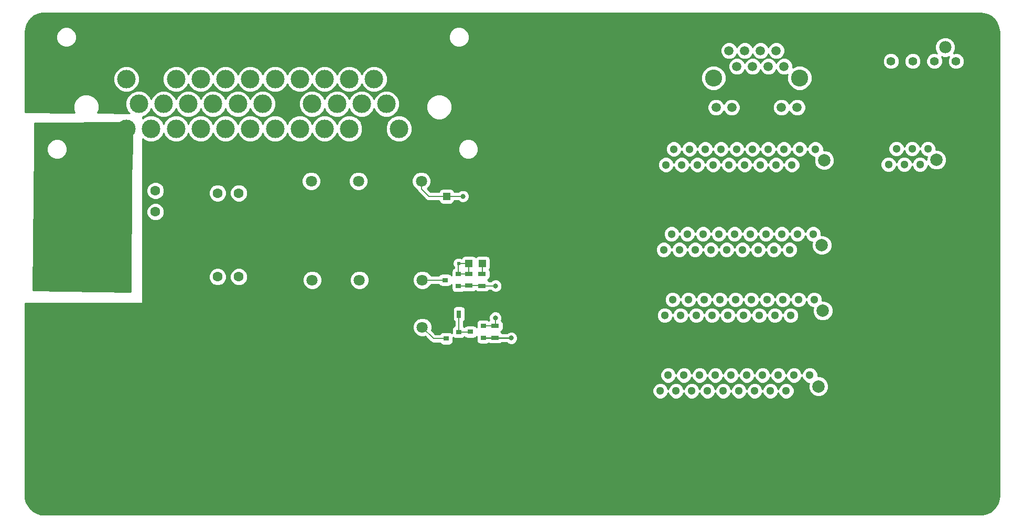
<source format=gtl>
G04 #@! TF.GenerationSoftware,KiCad,Pcbnew,5.0.0-fee4fd1~66~ubuntu18.04.1*
G04 #@! TF.CreationDate,2019-02-27T20:17:09-05:00*
G04 #@! TF.ProjectId,REV 2,52455620322E6B696361645F70636200,rev?*
G04 #@! TF.SameCoordinates,Original*
G04 #@! TF.FileFunction,Copper,L1,Top,Signal*
G04 #@! TF.FilePolarity,Positive*
%FSLAX46Y46*%
G04 Gerber Fmt 4.6, Leading zero omitted, Abs format (unit mm)*
G04 Created by KiCad (PCBNEW 5.0.0-fee4fd1~66~ubuntu18.04.1) date Wed Feb 27 20:17:09 2019*
%MOMM*%
%LPD*%
G01*
G04 APERTURE LIST*
G04 #@! TA.AperFunction,ComponentPad*
%ADD10C,1.300000*%
G04 #@! TD*
G04 #@! TA.AperFunction,ComponentPad*
%ADD11C,2.000000*%
G04 #@! TD*
G04 #@! TA.AperFunction,ComponentPad*
%ADD12C,3.000000*%
G04 #@! TD*
G04 #@! TA.AperFunction,ComponentPad*
%ADD13C,2.750000*%
G04 #@! TD*
G04 #@! TA.AperFunction,ComponentPad*
%ADD14C,1.500000*%
G04 #@! TD*
G04 #@! TA.AperFunction,ComponentPad*
%ADD15C,1.600000*%
G04 #@! TD*
G04 #@! TA.AperFunction,SMDPad,CuDef*
%ADD16R,1.200000X1.200000*%
G04 #@! TD*
G04 #@! TA.AperFunction,ComponentPad*
%ADD17C,1.397000*%
G04 #@! TD*
G04 #@! TA.AperFunction,ComponentPad*
%ADD18C,1.981000*%
G04 #@! TD*
G04 #@! TA.AperFunction,ComponentPad*
%ADD19C,1.800000*%
G04 #@! TD*
G04 #@! TA.AperFunction,SMDPad,CuDef*
%ADD20R,0.900000X0.800000*%
G04 #@! TD*
G04 #@! TA.AperFunction,SMDPad,CuDef*
%ADD21R,0.700000X1.300000*%
G04 #@! TD*
G04 #@! TA.AperFunction,SMDPad,CuDef*
%ADD22R,1.300000X0.700000*%
G04 #@! TD*
G04 #@! TA.AperFunction,ViaPad*
%ADD23C,0.800000*%
G04 #@! TD*
G04 #@! TA.AperFunction,ViaPad*
%ADD24C,0.609600*%
G04 #@! TD*
G04 #@! TA.AperFunction,Conductor*
%ADD25C,0.152400*%
G04 #@! TD*
G04 #@! TA.AperFunction,Conductor*
%ADD26C,0.254000*%
G04 #@! TD*
G04 #@! TA.AperFunction,Conductor*
%ADD27C,0.762000*%
G04 #@! TD*
G04 APERTURE END LIST*
D10*
G04 #@! TO.P,J3,5*
G04 #@! TO.N,/Brake Switch -*
X143059960Y-39594380D03*
G04 #@! TO.P,J3,3*
G04 #@! TO.N,/BSPD Relay*
X145599960Y-39594380D03*
G04 #@! TO.P,J3,1*
G04 #@! TO.N,GND*
X148139960Y-39594380D03*
G04 #@! TO.P,J3,7*
G04 #@! TO.N,/CAN low*
X140519960Y-39594380D03*
G04 #@! TO.P,J3,2*
G04 #@! TO.N,/12V*
X146869960Y-42134380D03*
G04 #@! TO.P,J3,4*
G04 #@! TO.N,/Brake Switch +*
X144329960Y-42134380D03*
G04 #@! TO.P,J3,6*
G04 #@! TO.N,/CAN high*
X141789960Y-42134380D03*
G04 #@! TO.P,J3,8*
G04 #@! TO.N,/5V*
X139249960Y-42134380D03*
G04 #@! TO.P,J3,9*
G04 #@! TO.N,/MISO*
X137979960Y-39594380D03*
G04 #@! TO.P,J3,10*
G04 #@! TO.N,/MOSI*
X136709960Y-42134380D03*
G04 #@! TO.P,J3,11*
G04 #@! TO.N,/SCK*
X135439960Y-39594380D03*
G04 #@! TO.P,J3,12*
G04 #@! TO.N,/RESET*
X134169960Y-42134380D03*
G04 #@! TO.P,J3,13*
G04 #@! TO.N,/Cooling Pump LSD*
X132899960Y-39594380D03*
G04 #@! TO.P,J3,14*
G04 #@! TO.N,/Brakelight LSD*
X131629960Y-42134380D03*
G04 #@! TO.P,J3,15*
G04 #@! TO.N,/Brake Pressure +*
X130359960Y-39594380D03*
G04 #@! TO.P,J3,16*
G04 #@! TO.N,/Brake Pressure Sense*
X129089960Y-42134380D03*
G04 #@! TO.P,J3,17*
G04 #@! TO.N,/Brake Pressure -*
X127819960Y-39594380D03*
G04 #@! TO.P,J3,18*
G04 #@! TO.N,/BSPD Switch +*
X126549960Y-42134380D03*
G04 #@! TO.P,J3,19*
G04 #@! TO.N,/RJ45 LED1*
X125279960Y-39594380D03*
G04 #@! TO.P,J3,20*
G04 #@! TO.N,/RJ45 LED2*
X124009960Y-42134380D03*
D11*
G04 #@! TO.P,J3,21*
G04 #@! TO.N,N/C*
X149539960Y-41394380D03*
G04 #@! TD*
D12*
G04 #@! TO.P,J1,12*
G04 #@! TO.N,GND*
X36863300Y-28291400D03*
G04 #@! TO.P,J1,23*
X38863300Y-32291400D03*
G04 #@! TO.P,J1,35*
G04 #@! TO.N,/GLVMS_IN*
X36863300Y-36291400D03*
G04 #@! TO.P,J1,11*
G04 #@! TO.N,/12V*
X40863300Y-28291400D03*
G04 #@! TO.P,J1,22*
G04 #@! TO.N,/CAN low*
X42863300Y-32291400D03*
G04 #@! TO.P,J1,34*
G04 #@! TO.N,GND*
X40863300Y-36291400D03*
G04 #@! TO.P,J1,10*
G04 #@! TO.N,/Fuse -> Estop*
X44863300Y-28291400D03*
G04 #@! TO.P,J1,21*
G04 #@! TO.N,/CAN high*
X46863300Y-32291400D03*
G04 #@! TO.P,J1,33*
G04 #@! TO.N,/Cooling Pump*
X44863300Y-36291400D03*
G04 #@! TO.P,J1,9*
G04 #@! TO.N,/Estop -> BSPD*
X48863300Y-28291400D03*
G04 #@! TO.P,J1,32*
G04 #@! TO.N,GND*
X48863300Y-36291400D03*
G04 #@! TO.P,J1,20*
G04 #@! TO.N,/BSPD Switch +*
X50863300Y-32291400D03*
G04 #@! TO.P,J1,8*
G04 #@! TO.N,/BSPD -> IS*
X52863300Y-28291400D03*
G04 #@! TO.P,J1,1*
G04 #@! TO.N,/12V*
X80863300Y-28291400D03*
G04 #@! TO.P,J1,13*
G04 #@! TO.N,/Brake Switch +*
X78863300Y-32291400D03*
G04 #@! TO.P,J1,24*
G04 #@! TO.N,/Brake Switch -*
X80863300Y-36291400D03*
G04 #@! TO.P,J1,2*
G04 #@! TO.N,GND*
X76863300Y-28291400D03*
G04 #@! TO.P,J1,3*
X72863300Y-28291400D03*
G04 #@! TO.P,J1,5*
G04 #@! TO.N,/CAN low*
X64863300Y-28291400D03*
G04 #@! TO.P,J1,4*
G04 #@! TO.N,/CAN high*
X68863300Y-28291400D03*
G04 #@! TO.P,J1,6*
G04 #@! TO.N,/TSMS -> Final Shutdown*
X60863300Y-28291400D03*
G04 #@! TO.P,J1,7*
X56863300Y-28291400D03*
G04 #@! TO.P,J1,19*
G04 #@! TO.N,/5V*
X54863300Y-32291400D03*
G04 #@! TO.P,J1,18*
G04 #@! TO.N,/BSPD Current Sense*
X58863300Y-32291400D03*
G04 #@! TO.P,J1,16*
G04 #@! TO.N,GND*
X66863300Y-32291400D03*
G04 #@! TO.P,J1,17*
G04 #@! TO.N,/12V*
X62863300Y-32291400D03*
G04 #@! TO.P,J1,15*
G04 #@! TO.N,/CAN low*
X70863300Y-32291400D03*
G04 #@! TO.P,J1,14*
G04 #@! TO.N,/CAN high*
X74863300Y-32291400D03*
G04 #@! TO.P,J1,30*
G04 #@! TO.N,/5V*
X56863300Y-36291400D03*
G04 #@! TO.P,J1,29*
G04 #@! TO.N,/Brake Pressure -*
X60863300Y-36291400D03*
G04 #@! TO.P,J1,28*
G04 #@! TO.N,/Brake Pressure Sense*
X64863300Y-36291400D03*
G04 #@! TO.P,J1,27*
G04 #@! TO.N,/Brake Pressure +*
X68863300Y-36291400D03*
G04 #@! TO.P,J1,26*
G04 #@! TO.N,/Brakelight LSD*
X72863300Y-36291400D03*
G04 #@! TO.P,J1,25*
G04 #@! TO.N,/12V*
X76863300Y-36291400D03*
G04 #@! TO.P,J1,31*
G04 #@! TO.N,/Cooling Pressure Sense*
X52863300Y-36291400D03*
G04 #@! TD*
D13*
G04 #@! TO.P,U1,14*
G04 #@! TO.N,GND*
X131673700Y-28104900D03*
G04 #@! TO.P,U1,13*
X145573700Y-28104900D03*
D14*
G04 #@! TO.P,U1,8*
X134183700Y-23684900D03*
G04 #@! TO.P,U1,6*
G04 #@! TO.N,/MOSI*
X136723700Y-23684900D03*
G04 #@! TO.P,U1,4*
G04 #@! TO.N,/SCK*
X139263700Y-23684900D03*
G04 #@! TO.P,U1,2*
G04 #@! TO.N,/CAN high*
X141803700Y-23684900D03*
G04 #@! TO.P,U1,7*
G04 #@! TO.N,/5V*
X135453700Y-26224900D03*
G04 #@! TO.P,U1,5*
G04 #@! TO.N,/MISO*
X137993700Y-26224900D03*
G04 #@! TO.P,U1,3*
G04 #@! TO.N,/RESET*
X140533700Y-26224900D03*
G04 #@! TO.P,U1,1*
G04 #@! TO.N,/CAN low*
X143073700Y-26224900D03*
G04 #@! TO.P,U1,10*
G04 #@! TO.N,/RJ45 LED1*
X134613700Y-32854900D03*
G04 #@! TO.P,U1,9*
G04 #@! TO.N,GND*
X132073700Y-32854900D03*
G04 #@! TO.P,U1,11*
X142633700Y-32854900D03*
G04 #@! TO.P,U1,12*
G04 #@! TO.N,/RJ45 LED2*
X145173700Y-32854900D03*
G04 #@! TD*
D10*
G04 #@! TO.P,J2,5*
G04 #@! TO.N,/BSPD Current Sense*
X161201100Y-39535100D03*
G04 #@! TO.P,J2,3*
G04 #@! TO.N,/BSPD -> IS*
X163741100Y-39535100D03*
G04 #@! TO.P,J2,1*
G04 #@! TO.N,/Fuse -> Estop*
X166281100Y-39535100D03*
G04 #@! TO.P,J2,2*
G04 #@! TO.N,/Estop -> BSPD*
X165011100Y-42075100D03*
G04 #@! TO.P,J2,4*
G04 #@! TO.N,/TSMS -> Final Shutdown*
X162471100Y-42075100D03*
G04 #@! TO.P,J2,6*
G04 #@! TO.N,/Cooling Pressure Sense*
X159931100Y-42075100D03*
D11*
G04 #@! TO.P,J2,7*
G04 #@! TO.N,N/C*
X167681100Y-41335100D03*
G04 #@! TD*
D15*
G04 #@! TO.P,U4,1*
G04 #@! TO.N,/Cooling Pump*
X51594280Y-46724620D03*
X54994280Y-46724620D03*
G04 #@! TO.P,U4,2*
G04 #@! TO.N,/Cooling Pump Relay*
X54994280Y-60224620D03*
X51594280Y-60224620D03*
G04 #@! TD*
D16*
G04 #@! TO.P,D2,1*
G04 #@! TO.N,/12V*
X88587580Y-50035920D03*
G04 #@! TO.P,D2,2*
G04 #@! TO.N,/BSPD Relay*
X88587580Y-47235920D03*
G04 #@! TD*
G04 #@! TO.P,D3,1*
G04 #@! TO.N,GND*
X92156100Y-58061860D03*
G04 #@! TO.P,D3,2*
G04 #@! TO.N,Net-(D3-Pad2)*
X94356100Y-58061860D03*
G04 #@! TD*
D11*
G04 #@! TO.P,J4,21*
G04 #@! TO.N,N/C*
X148618400Y-77949200D03*
D10*
G04 #@! TO.P,J4,20*
G04 #@! TO.N,Net-(J4-Pad20)*
X123088400Y-78689200D03*
G04 #@! TO.P,J4,19*
G04 #@! TO.N,Net-(J4-Pad19)*
X124358400Y-76149200D03*
G04 #@! TO.P,J4,18*
G04 #@! TO.N,Net-(J4-Pad18)*
X125628400Y-78689200D03*
G04 #@! TO.P,J4,17*
G04 #@! TO.N,Net-(J4-Pad17)*
X126898400Y-76149200D03*
G04 #@! TO.P,J4,16*
G04 #@! TO.N,Net-(J4-Pad16)*
X128168400Y-78689200D03*
G04 #@! TO.P,J4,15*
G04 #@! TO.N,Net-(J4-Pad15)*
X129438400Y-76149200D03*
G04 #@! TO.P,J4,14*
G04 #@! TO.N,Net-(J4-Pad14)*
X130708400Y-78689200D03*
G04 #@! TO.P,J4,13*
G04 #@! TO.N,Net-(J4-Pad13)*
X131978400Y-76149200D03*
G04 #@! TO.P,J4,12*
G04 #@! TO.N,Net-(J4-Pad12)*
X133248400Y-78689200D03*
G04 #@! TO.P,J4,11*
G04 #@! TO.N,Net-(J4-Pad11)*
X134518400Y-76149200D03*
G04 #@! TO.P,J4,10*
G04 #@! TO.N,Net-(J4-Pad10)*
X135788400Y-78689200D03*
G04 #@! TO.P,J4,9*
G04 #@! TO.N,Net-(J4-Pad9)*
X137058400Y-76149200D03*
G04 #@! TO.P,J4,8*
G04 #@! TO.N,Net-(J4-Pad8)*
X138328400Y-78689200D03*
G04 #@! TO.P,J4,6*
G04 #@! TO.N,/LED 2*
X140868400Y-78689200D03*
G04 #@! TO.P,J4,4*
G04 #@! TO.N,/CAN low*
X143408400Y-78689200D03*
G04 #@! TO.P,J4,2*
G04 #@! TO.N,/12V*
X145948400Y-78689200D03*
G04 #@! TO.P,J4,7*
G04 #@! TO.N,Net-(J4-Pad7)*
X139598400Y-76149200D03*
G04 #@! TO.P,J4,1*
G04 #@! TO.N,GND*
X147218400Y-76149200D03*
G04 #@! TO.P,J4,3*
G04 #@! TO.N,/CAN high*
X144678400Y-76149200D03*
G04 #@! TO.P,J4,5*
G04 #@! TO.N,/LED 1*
X142138400Y-76149200D03*
G04 #@! TD*
G04 #@! TO.P,J5,5*
G04 #@! TO.N,Net-(J5-Pad5)*
X142684500Y-53314600D03*
G04 #@! TO.P,J5,3*
G04 #@! TO.N,/CAN high*
X145224500Y-53314600D03*
G04 #@! TO.P,J5,1*
G04 #@! TO.N,GND*
X147764500Y-53314600D03*
G04 #@! TO.P,J5,7*
G04 #@! TO.N,Net-(J5-Pad7)*
X140144500Y-53314600D03*
G04 #@! TO.P,J5,2*
G04 #@! TO.N,/12V*
X146494500Y-55854600D03*
G04 #@! TO.P,J5,4*
G04 #@! TO.N,/CAN low*
X143954500Y-55854600D03*
G04 #@! TO.P,J5,6*
G04 #@! TO.N,Net-(J5-Pad6)*
X141414500Y-55854600D03*
G04 #@! TO.P,J5,8*
G04 #@! TO.N,Net-(J5-Pad8)*
X138874500Y-55854600D03*
G04 #@! TO.P,J5,9*
G04 #@! TO.N,Net-(J5-Pad9)*
X137604500Y-53314600D03*
G04 #@! TO.P,J5,10*
G04 #@! TO.N,Net-(J5-Pad10)*
X136334500Y-55854600D03*
G04 #@! TO.P,J5,11*
G04 #@! TO.N,Net-(J5-Pad11)*
X135064500Y-53314600D03*
G04 #@! TO.P,J5,12*
G04 #@! TO.N,Net-(J5-Pad12)*
X133794500Y-55854600D03*
G04 #@! TO.P,J5,13*
G04 #@! TO.N,Net-(J5-Pad13)*
X132524500Y-53314600D03*
G04 #@! TO.P,J5,14*
G04 #@! TO.N,Net-(J5-Pad14)*
X131254500Y-55854600D03*
G04 #@! TO.P,J5,15*
G04 #@! TO.N,Net-(J5-Pad15)*
X129984500Y-53314600D03*
G04 #@! TO.P,J5,16*
G04 #@! TO.N,Net-(J5-Pad16)*
X128714500Y-55854600D03*
G04 #@! TO.P,J5,17*
G04 #@! TO.N,Net-(J5-Pad17)*
X127444500Y-53314600D03*
G04 #@! TO.P,J5,18*
G04 #@! TO.N,Net-(J5-Pad18)*
X126174500Y-55854600D03*
G04 #@! TO.P,J5,19*
G04 #@! TO.N,Net-(J5-Pad19)*
X124904500Y-53314600D03*
G04 #@! TO.P,J5,20*
G04 #@! TO.N,Net-(J5-Pad20)*
X123634500Y-55854600D03*
D11*
G04 #@! TO.P,J5,21*
G04 #@! TO.N,N/C*
X149164500Y-55114600D03*
G04 #@! TD*
G04 #@! TO.P,J6,21*
G04 #@! TO.N,N/C*
X149316900Y-65719100D03*
D10*
G04 #@! TO.P,J6,20*
G04 #@! TO.N,Net-(J6-Pad20)*
X123786900Y-66459100D03*
G04 #@! TO.P,J6,19*
G04 #@! TO.N,Net-(J6-Pad19)*
X125056900Y-63919100D03*
G04 #@! TO.P,J6,18*
G04 #@! TO.N,Net-(J6-Pad18)*
X126326900Y-66459100D03*
G04 #@! TO.P,J6,17*
G04 #@! TO.N,Net-(J6-Pad17)*
X127596900Y-63919100D03*
G04 #@! TO.P,J6,16*
G04 #@! TO.N,Net-(J6-Pad16)*
X128866900Y-66459100D03*
G04 #@! TO.P,J6,15*
G04 #@! TO.N,Net-(J6-Pad15)*
X130136900Y-63919100D03*
G04 #@! TO.P,J6,14*
G04 #@! TO.N,Net-(J6-Pad14)*
X131406900Y-66459100D03*
G04 #@! TO.P,J6,13*
G04 #@! TO.N,Net-(J6-Pad13)*
X132676900Y-63919100D03*
G04 #@! TO.P,J6,12*
G04 #@! TO.N,Net-(J6-Pad12)*
X133946900Y-66459100D03*
G04 #@! TO.P,J6,11*
G04 #@! TO.N,Net-(J6-Pad11)*
X135216900Y-63919100D03*
G04 #@! TO.P,J6,10*
G04 #@! TO.N,Net-(J6-Pad10)*
X136486900Y-66459100D03*
G04 #@! TO.P,J6,9*
G04 #@! TO.N,Net-(J6-Pad9)*
X137756900Y-63919100D03*
G04 #@! TO.P,J6,8*
G04 #@! TO.N,Net-(J6-Pad8)*
X139026900Y-66459100D03*
G04 #@! TO.P,J6,6*
G04 #@! TO.N,Net-(J6-Pad6)*
X141566900Y-66459100D03*
G04 #@! TO.P,J6,4*
G04 #@! TO.N,/CAN low*
X144106900Y-66459100D03*
G04 #@! TO.P,J6,2*
G04 #@! TO.N,/12V*
X146646900Y-66459100D03*
G04 #@! TO.P,J6,7*
G04 #@! TO.N,Net-(J6-Pad7)*
X140296900Y-63919100D03*
G04 #@! TO.P,J6,1*
G04 #@! TO.N,GND*
X147916900Y-63919100D03*
G04 #@! TO.P,J6,3*
G04 #@! TO.N,/CAN high*
X145376900Y-63919100D03*
G04 #@! TO.P,J6,5*
G04 #@! TO.N,Net-(J6-Pad5)*
X142836900Y-63919100D03*
G04 #@! TD*
D17*
G04 #@! TO.P,J7,2*
G04 #@! TO.N,GND*
X167332600Y-25374600D03*
G04 #@! TO.P,J7,1*
G04 #@! TO.N,/LED 1*
X170832600Y-25374600D03*
D18*
G04 #@! TO.P,J7,*
G04 #@! TO.N,*
X169082600Y-23144600D03*
D17*
G04 #@! TO.P,J7,3*
G04 #@! TO.N,/LED 2*
X163832600Y-25374600D03*
G04 #@! TO.P,J7,4*
G04 #@! TO.N,GND*
X160332600Y-25374600D03*
G04 #@! TD*
D19*
G04 #@! TO.P,K1,1*
G04 #@! TO.N,Net-(K1-Pad1)*
X84653120Y-60769500D03*
G04 #@! TO.P,K1,2*
G04 #@! TO.N,GND*
X74493120Y-60769500D03*
G04 #@! TO.P,K1,3*
G04 #@! TO.N,/Cooling Pump Relay*
X66873120Y-60769500D03*
G04 #@! TO.P,K1,5*
G04 #@! TO.N,Net-(K1-Pad5)*
X84653120Y-68389500D03*
G04 #@! TD*
G04 #@! TO.P,K2,1*
G04 #@! TO.N,/BSPD Relay*
X84485480Y-44777660D03*
G04 #@! TO.P,K2,2*
G04 #@! TO.N,/BSPD -> IS*
X74325480Y-44777660D03*
G04 #@! TO.P,K2,3*
G04 #@! TO.N,/Estop -> BSPD*
X66705480Y-44777660D03*
G04 #@! TO.P,K2,5*
G04 #@! TO.N,/12V*
X84485480Y-52397660D03*
G04 #@! TD*
D20*
G04 #@! TO.P,Q1,3*
G04 #@! TO.N,Net-(Q1-Pad3)*
X92396600Y-69123560D03*
G04 #@! TO.P,Q1,2*
G04 #@! TO.N,/TSMS -> Final Shutdown*
X94496600Y-68173560D03*
G04 #@! TO.P,Q1,1*
G04 #@! TO.N,/5V*
X94496600Y-70073560D03*
G04 #@! TD*
G04 #@! TO.P,Q2,1*
G04 #@! TO.N,Net-(Q1-Pad3)*
X90517980Y-69159120D03*
G04 #@! TO.P,Q2,2*
G04 #@! TO.N,/12V*
X88517980Y-68109120D03*
G04 #@! TO.P,Q2,3*
G04 #@! TO.N,Net-(K1-Pad5)*
X88517980Y-70209120D03*
G04 #@! TD*
G04 #@! TO.P,Q3,1*
G04 #@! TO.N,/Cooling Pump LSD*
X90455460Y-61709340D03*
G04 #@! TO.P,Q3,2*
G04 #@! TO.N,GND*
X90455460Y-59809340D03*
G04 #@! TO.P,Q3,3*
G04 #@! TO.N,Net-(K1-Pad1)*
X88355460Y-60759340D03*
G04 #@! TD*
D21*
G04 #@! TO.P,R1,2*
G04 #@! TO.N,/12V*
X88668820Y-66258440D03*
G04 #@! TO.P,R1,1*
G04 #@! TO.N,Net-(Q1-Pad3)*
X90568820Y-66258440D03*
G04 #@! TD*
D22*
G04 #@! TO.P,R2,1*
G04 #@! TO.N,Net-(D3-Pad2)*
X94292420Y-59789020D03*
G04 #@! TO.P,R2,2*
G04 #@! TO.N,/Cooling Pump LSD*
X94292420Y-61689020D03*
G04 #@! TD*
G04 #@! TO.P,R3,1*
G04 #@! TO.N,/TSMS -> Final Shutdown*
X96415860Y-68173560D03*
G04 #@! TO.P,R3,2*
G04 #@! TO.N,/5V*
X96415860Y-70073560D03*
G04 #@! TD*
G04 #@! TO.P,R4,2*
G04 #@! TO.N,GND*
X92184220Y-59768700D03*
G04 #@! TO.P,R4,1*
G04 #@! TO.N,/Cooling Pump LSD*
X92184220Y-61668700D03*
G04 #@! TD*
D15*
G04 #@! TO.P,U2,1*
G04 #@! TO.N,/GLVMS_IN*
X28035300Y-49716160D03*
X28035300Y-46316160D03*
G04 #@! TO.P,U2,2*
G04 #@! TO.N,/Fuse -> Estop*
X41535300Y-46316160D03*
X41535300Y-49716160D03*
G04 #@! TD*
G04 #@! TO.P,U3,2*
G04 #@! TO.N,/12V*
X41294000Y-61235060D03*
X41294000Y-57835060D03*
G04 #@! TO.P,U3,1*
G04 #@! TO.N,/GLVMS_IN*
X27794000Y-57835060D03*
X27794000Y-61235060D03*
G04 #@! TD*
D23*
G04 #@! TO.N,/BSPD Relay*
X91191080Y-47231300D03*
D24*
G04 #@! TO.N,GND*
X90500200Y-58061860D03*
D23*
G04 #@! TO.N,/5V*
X99016820Y-70131940D03*
G04 #@! TO.N,/TSMS -> Final Shutdown*
X96431100Y-66865500D03*
G04 #@! TO.N,/Cooling Pump LSD*
X96481900Y-61694060D03*
G04 #@! TD*
D25*
G04 #@! TO.N,/BSPD Relay*
X85670948Y-47235920D02*
X87835180Y-47235920D01*
X84485480Y-46050452D02*
X85670948Y-47235920D01*
X87835180Y-47235920D02*
X88587580Y-47235920D01*
X84485480Y-44777660D02*
X84485480Y-46050452D01*
X88592200Y-47231300D02*
X88587580Y-47235920D01*
X91191080Y-47231300D02*
X88592200Y-47231300D01*
G04 #@! TO.N,Net-(D3-Pad2)*
X94356100Y-59725340D02*
X94292420Y-59789020D01*
X94356100Y-58061860D02*
X94356100Y-59725340D01*
G04 #@! TO.N,GND*
X92156100Y-58061860D02*
X90500200Y-58061860D01*
X90500200Y-58061860D02*
X90477340Y-58039000D01*
X92156100Y-59740580D02*
X92184220Y-59768700D01*
X92156100Y-58061860D02*
X92156100Y-59740580D01*
X90496100Y-59768700D02*
X90455460Y-59809340D01*
X92184220Y-59768700D02*
X90496100Y-59768700D01*
X90455460Y-58060880D02*
X90477340Y-58039000D01*
X90455460Y-59809340D02*
X90455460Y-58060880D01*
X90500200Y-58061860D02*
X90500200Y-58061860D01*
D26*
G04 #@! TO.N,/5V*
X94496600Y-70073560D02*
X96415860Y-70073560D01*
X96474240Y-70131940D02*
X96415860Y-70073560D01*
X99016820Y-70131940D02*
X96474240Y-70131940D01*
D25*
G04 #@! TO.N,/TSMS -> Final Shutdown*
X95099000Y-68173560D02*
X96415860Y-68173560D01*
X94496600Y-68173560D02*
X95099000Y-68173560D01*
X96431100Y-68158320D02*
X96415860Y-68173560D01*
X96431100Y-66865500D02*
X96431100Y-68158320D01*
D27*
G04 #@! TO.N,/Estop -> BSPD*
X48842700Y-28282900D02*
X48842700Y-27310945D01*
D25*
G04 #@! TO.N,/Cooling Pump LSD*
X92143580Y-61709340D02*
X92184220Y-61668700D01*
X90455460Y-61709340D02*
X92143580Y-61709340D01*
X94272100Y-61668700D02*
X94292420Y-61689020D01*
X92184220Y-61668700D02*
X94272100Y-61668700D01*
X94297460Y-61694060D02*
X94292420Y-61689020D01*
X96481900Y-61694060D02*
X94297460Y-61694060D01*
G04 #@! TO.N,Net-(K1-Pad5)*
X87920540Y-70209120D02*
X88517980Y-70209120D01*
X86472740Y-70209120D02*
X88517980Y-70209120D01*
X84653120Y-68389500D02*
X86472740Y-70209120D01*
G04 #@! TO.N,Net-(K1-Pad1)*
X84714080Y-60708540D02*
X84653120Y-60769500D01*
X88345300Y-60769500D02*
X88355460Y-60759340D01*
X84653120Y-60769500D02*
X88345300Y-60769500D01*
G04 #@! TO.N,Net-(Q1-Pad3)*
X92361040Y-69159120D02*
X92396600Y-69123560D01*
X90517980Y-69159120D02*
X92361040Y-69159120D01*
X90568820Y-69108280D02*
X90517980Y-69159120D01*
X90568820Y-66258440D02*
X90568820Y-69108280D01*
G04 #@! TD*
D26*
G04 #@! TO.N,/GLVMS_IN*
G36*
X37795192Y-39241492D02*
X37655552Y-44141582D01*
X37655503Y-44144335D01*
X37529375Y-62672580D01*
X21807024Y-62435120D01*
X22014217Y-39266178D01*
X24028300Y-39266178D01*
X24028300Y-39916622D01*
X24277214Y-40517553D01*
X24737147Y-40977486D01*
X25338078Y-41226400D01*
X25988522Y-41226400D01*
X26589453Y-40977486D01*
X27049386Y-40517553D01*
X27298300Y-39916622D01*
X27298300Y-39266178D01*
X27049386Y-38665247D01*
X26589453Y-38205314D01*
X25988522Y-37956400D01*
X25338078Y-37956400D01*
X24737147Y-38205314D01*
X24277214Y-38665247D01*
X24028300Y-39266178D01*
X22014217Y-39266178D01*
X22048615Y-35419722D01*
X37777982Y-35347224D01*
X37795192Y-39241492D01*
X37795192Y-39241492D01*
G37*
X37795192Y-39241492D02*
X37655552Y-44141582D01*
X37655503Y-44144335D01*
X37529375Y-62672580D01*
X21807024Y-62435120D01*
X22014217Y-39266178D01*
X24028300Y-39266178D01*
X24028300Y-39916622D01*
X24277214Y-40517553D01*
X24737147Y-40977486D01*
X25338078Y-41226400D01*
X25988522Y-41226400D01*
X26589453Y-40977486D01*
X27049386Y-40517553D01*
X27298300Y-39916622D01*
X27298300Y-39266178D01*
X27049386Y-38665247D01*
X26589453Y-38205314D01*
X25988522Y-37956400D01*
X25338078Y-37956400D01*
X24737147Y-38205314D01*
X24277214Y-38665247D01*
X24028300Y-39266178D01*
X22014217Y-39266178D01*
X22048615Y-35419722D01*
X37777982Y-35347224D01*
X37795192Y-39241492D01*
G04 #@! TO.N,/12V*
G36*
X175344151Y-17667110D02*
X175936483Y-17852735D01*
X176479387Y-18153673D01*
X176950690Y-18557628D01*
X177331140Y-19048103D01*
X177605198Y-19605061D01*
X177763948Y-20214514D01*
X177801601Y-20703852D01*
X177801600Y-95568370D01*
X177735090Y-96223151D01*
X177549464Y-96815485D01*
X177248527Y-97358387D01*
X176844572Y-97829690D01*
X176354100Y-98210139D01*
X175797139Y-98484198D01*
X175187686Y-98642948D01*
X174698361Y-98680600D01*
X23633830Y-98680600D01*
X22979049Y-98614090D01*
X22386715Y-98428464D01*
X21843813Y-98127527D01*
X21372510Y-97723572D01*
X20992061Y-97233100D01*
X20718002Y-96676139D01*
X20559252Y-96066686D01*
X20521600Y-95577361D01*
X20521600Y-78433598D01*
X121803400Y-78433598D01*
X121803400Y-78944802D01*
X121999029Y-79417094D01*
X122360506Y-79778571D01*
X122832798Y-79974200D01*
X123344002Y-79974200D01*
X123816294Y-79778571D01*
X124177771Y-79417094D01*
X124358400Y-78981015D01*
X124539029Y-79417094D01*
X124900506Y-79778571D01*
X125372798Y-79974200D01*
X125884002Y-79974200D01*
X126356294Y-79778571D01*
X126717771Y-79417094D01*
X126898400Y-78981015D01*
X127079029Y-79417094D01*
X127440506Y-79778571D01*
X127912798Y-79974200D01*
X128424002Y-79974200D01*
X128896294Y-79778571D01*
X129257771Y-79417094D01*
X129438400Y-78981015D01*
X129619029Y-79417094D01*
X129980506Y-79778571D01*
X130452798Y-79974200D01*
X130964002Y-79974200D01*
X131436294Y-79778571D01*
X131797771Y-79417094D01*
X131978400Y-78981015D01*
X132159029Y-79417094D01*
X132520506Y-79778571D01*
X132992798Y-79974200D01*
X133504002Y-79974200D01*
X133976294Y-79778571D01*
X134337771Y-79417094D01*
X134518400Y-78981015D01*
X134699029Y-79417094D01*
X135060506Y-79778571D01*
X135532798Y-79974200D01*
X136044002Y-79974200D01*
X136516294Y-79778571D01*
X136877771Y-79417094D01*
X137058400Y-78981015D01*
X137239029Y-79417094D01*
X137600506Y-79778571D01*
X138072798Y-79974200D01*
X138584002Y-79974200D01*
X139056294Y-79778571D01*
X139417771Y-79417094D01*
X139598400Y-78981015D01*
X139779029Y-79417094D01*
X140140506Y-79778571D01*
X140612798Y-79974200D01*
X141124002Y-79974200D01*
X141596294Y-79778571D01*
X141957771Y-79417094D01*
X142138400Y-78981015D01*
X142319029Y-79417094D01*
X142680506Y-79778571D01*
X143152798Y-79974200D01*
X143664002Y-79974200D01*
X144136294Y-79778571D01*
X144497771Y-79417094D01*
X144693400Y-78944802D01*
X144693400Y-78433598D01*
X144497771Y-77961306D01*
X144136294Y-77599829D01*
X143664002Y-77404200D01*
X143152798Y-77404200D01*
X142680506Y-77599829D01*
X142319029Y-77961306D01*
X142138400Y-78397385D01*
X141957771Y-77961306D01*
X141596294Y-77599829D01*
X141124002Y-77404200D01*
X140612798Y-77404200D01*
X140140506Y-77599829D01*
X139779029Y-77961306D01*
X139598400Y-78397385D01*
X139417771Y-77961306D01*
X139056294Y-77599829D01*
X138584002Y-77404200D01*
X138072798Y-77404200D01*
X137600506Y-77599829D01*
X137239029Y-77961306D01*
X137058400Y-78397385D01*
X136877771Y-77961306D01*
X136516294Y-77599829D01*
X136044002Y-77404200D01*
X135532798Y-77404200D01*
X135060506Y-77599829D01*
X134699029Y-77961306D01*
X134518400Y-78397385D01*
X134337771Y-77961306D01*
X133976294Y-77599829D01*
X133504002Y-77404200D01*
X132992798Y-77404200D01*
X132520506Y-77599829D01*
X132159029Y-77961306D01*
X131978400Y-78397385D01*
X131797771Y-77961306D01*
X131436294Y-77599829D01*
X130964002Y-77404200D01*
X130452798Y-77404200D01*
X129980506Y-77599829D01*
X129619029Y-77961306D01*
X129438400Y-78397385D01*
X129257771Y-77961306D01*
X128896294Y-77599829D01*
X128424002Y-77404200D01*
X127912798Y-77404200D01*
X127440506Y-77599829D01*
X127079029Y-77961306D01*
X126898400Y-78397385D01*
X126717771Y-77961306D01*
X126356294Y-77599829D01*
X125884002Y-77404200D01*
X125372798Y-77404200D01*
X124900506Y-77599829D01*
X124539029Y-77961306D01*
X124358400Y-78397385D01*
X124177771Y-77961306D01*
X123816294Y-77599829D01*
X123344002Y-77404200D01*
X122832798Y-77404200D01*
X122360506Y-77599829D01*
X121999029Y-77961306D01*
X121803400Y-78433598D01*
X20521600Y-78433598D01*
X20521600Y-75893598D01*
X123073400Y-75893598D01*
X123073400Y-76404802D01*
X123269029Y-76877094D01*
X123630506Y-77238571D01*
X124102798Y-77434200D01*
X124614002Y-77434200D01*
X125086294Y-77238571D01*
X125447771Y-76877094D01*
X125628400Y-76441015D01*
X125809029Y-76877094D01*
X126170506Y-77238571D01*
X126642798Y-77434200D01*
X127154002Y-77434200D01*
X127626294Y-77238571D01*
X127987771Y-76877094D01*
X128168400Y-76441015D01*
X128349029Y-76877094D01*
X128710506Y-77238571D01*
X129182798Y-77434200D01*
X129694002Y-77434200D01*
X130166294Y-77238571D01*
X130527771Y-76877094D01*
X130708400Y-76441015D01*
X130889029Y-76877094D01*
X131250506Y-77238571D01*
X131722798Y-77434200D01*
X132234002Y-77434200D01*
X132706294Y-77238571D01*
X133067771Y-76877094D01*
X133248400Y-76441015D01*
X133429029Y-76877094D01*
X133790506Y-77238571D01*
X134262798Y-77434200D01*
X134774002Y-77434200D01*
X135246294Y-77238571D01*
X135607771Y-76877094D01*
X135788400Y-76441015D01*
X135969029Y-76877094D01*
X136330506Y-77238571D01*
X136802798Y-77434200D01*
X137314002Y-77434200D01*
X137786294Y-77238571D01*
X138147771Y-76877094D01*
X138328400Y-76441015D01*
X138509029Y-76877094D01*
X138870506Y-77238571D01*
X139342798Y-77434200D01*
X139854002Y-77434200D01*
X140326294Y-77238571D01*
X140687771Y-76877094D01*
X140868400Y-76441015D01*
X141049029Y-76877094D01*
X141410506Y-77238571D01*
X141882798Y-77434200D01*
X142394002Y-77434200D01*
X142866294Y-77238571D01*
X143227771Y-76877094D01*
X143408400Y-76441015D01*
X143589029Y-76877094D01*
X143950506Y-77238571D01*
X144422798Y-77434200D01*
X144934002Y-77434200D01*
X145406294Y-77238571D01*
X145767771Y-76877094D01*
X145948400Y-76441015D01*
X146129029Y-76877094D01*
X146490506Y-77238571D01*
X146962798Y-77434200D01*
X147062009Y-77434200D01*
X146983400Y-77623978D01*
X146983400Y-78274422D01*
X147232314Y-78875353D01*
X147692247Y-79335286D01*
X148293178Y-79584200D01*
X148943622Y-79584200D01*
X149544553Y-79335286D01*
X150004486Y-78875353D01*
X150253400Y-78274422D01*
X150253400Y-77623978D01*
X150004486Y-77023047D01*
X149544553Y-76563114D01*
X148943622Y-76314200D01*
X148503400Y-76314200D01*
X148503400Y-75893598D01*
X148307771Y-75421306D01*
X147946294Y-75059829D01*
X147474002Y-74864200D01*
X146962798Y-74864200D01*
X146490506Y-75059829D01*
X146129029Y-75421306D01*
X145948400Y-75857385D01*
X145767771Y-75421306D01*
X145406294Y-75059829D01*
X144934002Y-74864200D01*
X144422798Y-74864200D01*
X143950506Y-75059829D01*
X143589029Y-75421306D01*
X143408400Y-75857385D01*
X143227771Y-75421306D01*
X142866294Y-75059829D01*
X142394002Y-74864200D01*
X141882798Y-74864200D01*
X141410506Y-75059829D01*
X141049029Y-75421306D01*
X140868400Y-75857385D01*
X140687771Y-75421306D01*
X140326294Y-75059829D01*
X139854002Y-74864200D01*
X139342798Y-74864200D01*
X138870506Y-75059829D01*
X138509029Y-75421306D01*
X138328400Y-75857385D01*
X138147771Y-75421306D01*
X137786294Y-75059829D01*
X137314002Y-74864200D01*
X136802798Y-74864200D01*
X136330506Y-75059829D01*
X135969029Y-75421306D01*
X135788400Y-75857385D01*
X135607771Y-75421306D01*
X135246294Y-75059829D01*
X134774002Y-74864200D01*
X134262798Y-74864200D01*
X133790506Y-75059829D01*
X133429029Y-75421306D01*
X133248400Y-75857385D01*
X133067771Y-75421306D01*
X132706294Y-75059829D01*
X132234002Y-74864200D01*
X131722798Y-74864200D01*
X131250506Y-75059829D01*
X130889029Y-75421306D01*
X130708400Y-75857385D01*
X130527771Y-75421306D01*
X130166294Y-75059829D01*
X129694002Y-74864200D01*
X129182798Y-74864200D01*
X128710506Y-75059829D01*
X128349029Y-75421306D01*
X128168400Y-75857385D01*
X127987771Y-75421306D01*
X127626294Y-75059829D01*
X127154002Y-74864200D01*
X126642798Y-74864200D01*
X126170506Y-75059829D01*
X125809029Y-75421306D01*
X125628400Y-75857385D01*
X125447771Y-75421306D01*
X125086294Y-75059829D01*
X124614002Y-74864200D01*
X124102798Y-74864200D01*
X123630506Y-75059829D01*
X123269029Y-75421306D01*
X123073400Y-75893598D01*
X20521600Y-75893598D01*
X20521600Y-68084170D01*
X83118120Y-68084170D01*
X83118120Y-68694830D01*
X83351810Y-69259007D01*
X83783613Y-69690810D01*
X84347790Y-69924500D01*
X84958450Y-69924500D01*
X85116758Y-69858927D01*
X85920318Y-70662487D01*
X85959994Y-70721866D01*
X86019373Y-70761542D01*
X86019375Y-70761544D01*
X86195242Y-70879055D01*
X86195243Y-70879055D01*
X86195244Y-70879056D01*
X86402694Y-70920320D01*
X86402697Y-70920320D01*
X86472739Y-70934252D01*
X86542781Y-70920320D01*
X87512209Y-70920320D01*
X87610171Y-71066929D01*
X87820215Y-71207277D01*
X88067980Y-71256560D01*
X88967980Y-71256560D01*
X89215745Y-71207277D01*
X89425789Y-71066929D01*
X89566137Y-70856885D01*
X89615420Y-70609120D01*
X89615420Y-70020436D01*
X89820215Y-70157277D01*
X90067980Y-70206560D01*
X90967980Y-70206560D01*
X91215745Y-70157277D01*
X91425789Y-70016929D01*
X91469170Y-69952005D01*
X91488791Y-69981369D01*
X91698835Y-70121717D01*
X91946600Y-70171000D01*
X92846600Y-70171000D01*
X93094365Y-70121717D01*
X93304409Y-69981369D01*
X93399160Y-69839565D01*
X93399160Y-70473560D01*
X93448443Y-70721325D01*
X93588791Y-70931369D01*
X93798835Y-71071717D01*
X94046600Y-71121000D01*
X94946600Y-71121000D01*
X95194365Y-71071717D01*
X95393645Y-70938561D01*
X95518095Y-71021717D01*
X95765860Y-71071000D01*
X97065860Y-71071000D01*
X97313625Y-71021717D01*
X97504855Y-70893940D01*
X98315109Y-70893940D01*
X98430540Y-71009371D01*
X98810946Y-71166940D01*
X99222694Y-71166940D01*
X99603100Y-71009371D01*
X99894251Y-70718220D01*
X100051820Y-70337814D01*
X100051820Y-69926066D01*
X99894251Y-69545660D01*
X99603100Y-69254509D01*
X99222694Y-69096940D01*
X98810946Y-69096940D01*
X98430540Y-69254509D01*
X98315109Y-69369940D01*
X97593286Y-69369940D01*
X97523669Y-69265751D01*
X97313625Y-69125403D01*
X97304360Y-69123560D01*
X97313625Y-69121717D01*
X97523669Y-68981369D01*
X97664017Y-68771325D01*
X97713300Y-68523560D01*
X97713300Y-67823560D01*
X97664017Y-67575795D01*
X97523669Y-67365751D01*
X97383077Y-67271810D01*
X97466100Y-67071374D01*
X97466100Y-66659626D01*
X97308531Y-66279220D01*
X97232809Y-66203498D01*
X122501900Y-66203498D01*
X122501900Y-66714702D01*
X122697529Y-67186994D01*
X123059006Y-67548471D01*
X123531298Y-67744100D01*
X124042502Y-67744100D01*
X124514794Y-67548471D01*
X124876271Y-67186994D01*
X125056900Y-66750915D01*
X125237529Y-67186994D01*
X125599006Y-67548471D01*
X126071298Y-67744100D01*
X126582502Y-67744100D01*
X127054794Y-67548471D01*
X127416271Y-67186994D01*
X127596900Y-66750915D01*
X127777529Y-67186994D01*
X128139006Y-67548471D01*
X128611298Y-67744100D01*
X129122502Y-67744100D01*
X129594794Y-67548471D01*
X129956271Y-67186994D01*
X130136900Y-66750915D01*
X130317529Y-67186994D01*
X130679006Y-67548471D01*
X131151298Y-67744100D01*
X131662502Y-67744100D01*
X132134794Y-67548471D01*
X132496271Y-67186994D01*
X132676900Y-66750915D01*
X132857529Y-67186994D01*
X133219006Y-67548471D01*
X133691298Y-67744100D01*
X134202502Y-67744100D01*
X134674794Y-67548471D01*
X135036271Y-67186994D01*
X135216900Y-66750915D01*
X135397529Y-67186994D01*
X135759006Y-67548471D01*
X136231298Y-67744100D01*
X136742502Y-67744100D01*
X137214794Y-67548471D01*
X137576271Y-67186994D01*
X137756900Y-66750915D01*
X137937529Y-67186994D01*
X138299006Y-67548471D01*
X138771298Y-67744100D01*
X139282502Y-67744100D01*
X139754794Y-67548471D01*
X140116271Y-67186994D01*
X140296900Y-66750915D01*
X140477529Y-67186994D01*
X140839006Y-67548471D01*
X141311298Y-67744100D01*
X141822502Y-67744100D01*
X142294794Y-67548471D01*
X142656271Y-67186994D01*
X142836900Y-66750915D01*
X143017529Y-67186994D01*
X143379006Y-67548471D01*
X143851298Y-67744100D01*
X144362502Y-67744100D01*
X144834794Y-67548471D01*
X145196271Y-67186994D01*
X145391900Y-66714702D01*
X145391900Y-66203498D01*
X145196271Y-65731206D01*
X144834794Y-65369729D01*
X144362502Y-65174100D01*
X143851298Y-65174100D01*
X143379006Y-65369729D01*
X143017529Y-65731206D01*
X142836900Y-66167285D01*
X142656271Y-65731206D01*
X142294794Y-65369729D01*
X141822502Y-65174100D01*
X141311298Y-65174100D01*
X140839006Y-65369729D01*
X140477529Y-65731206D01*
X140296900Y-66167285D01*
X140116271Y-65731206D01*
X139754794Y-65369729D01*
X139282502Y-65174100D01*
X138771298Y-65174100D01*
X138299006Y-65369729D01*
X137937529Y-65731206D01*
X137756900Y-66167285D01*
X137576271Y-65731206D01*
X137214794Y-65369729D01*
X136742502Y-65174100D01*
X136231298Y-65174100D01*
X135759006Y-65369729D01*
X135397529Y-65731206D01*
X135216900Y-66167285D01*
X135036271Y-65731206D01*
X134674794Y-65369729D01*
X134202502Y-65174100D01*
X133691298Y-65174100D01*
X133219006Y-65369729D01*
X132857529Y-65731206D01*
X132676900Y-66167285D01*
X132496271Y-65731206D01*
X132134794Y-65369729D01*
X131662502Y-65174100D01*
X131151298Y-65174100D01*
X130679006Y-65369729D01*
X130317529Y-65731206D01*
X130136900Y-66167285D01*
X129956271Y-65731206D01*
X129594794Y-65369729D01*
X129122502Y-65174100D01*
X128611298Y-65174100D01*
X128139006Y-65369729D01*
X127777529Y-65731206D01*
X127596900Y-66167285D01*
X127416271Y-65731206D01*
X127054794Y-65369729D01*
X126582502Y-65174100D01*
X126071298Y-65174100D01*
X125599006Y-65369729D01*
X125237529Y-65731206D01*
X125056900Y-66167285D01*
X124876271Y-65731206D01*
X124514794Y-65369729D01*
X124042502Y-65174100D01*
X123531298Y-65174100D01*
X123059006Y-65369729D01*
X122697529Y-65731206D01*
X122501900Y-66203498D01*
X97232809Y-66203498D01*
X97017380Y-65988069D01*
X96636974Y-65830500D01*
X96225226Y-65830500D01*
X95844820Y-65988069D01*
X95553669Y-66279220D01*
X95396100Y-66659626D01*
X95396100Y-67071374D01*
X95472516Y-67255858D01*
X95393645Y-67308559D01*
X95194365Y-67175403D01*
X94946600Y-67126120D01*
X94046600Y-67126120D01*
X93798835Y-67175403D01*
X93588791Y-67315751D01*
X93448443Y-67525795D01*
X93399160Y-67773560D01*
X93399160Y-68407555D01*
X93304409Y-68265751D01*
X93094365Y-68125403D01*
X92846600Y-68076120D01*
X91946600Y-68076120D01*
X91698835Y-68125403D01*
X91488791Y-68265751D01*
X91445410Y-68330675D01*
X91425789Y-68301311D01*
X91280020Y-68203911D01*
X91280020Y-67430802D01*
X91376629Y-67366249D01*
X91516977Y-67156205D01*
X91566260Y-66908440D01*
X91566260Y-65608440D01*
X91516977Y-65360675D01*
X91376629Y-65150631D01*
X91166585Y-65010283D01*
X90918820Y-64961000D01*
X90218820Y-64961000D01*
X89971055Y-65010283D01*
X89761011Y-65150631D01*
X89620663Y-65360675D01*
X89571380Y-65608440D01*
X89571380Y-66908440D01*
X89620663Y-67156205D01*
X89761011Y-67366249D01*
X89857620Y-67430802D01*
X89857621Y-68153523D01*
X89820215Y-68160963D01*
X89610171Y-68301311D01*
X89469823Y-68511355D01*
X89420540Y-68759120D01*
X89420540Y-69347804D01*
X89215745Y-69210963D01*
X88967980Y-69161680D01*
X88067980Y-69161680D01*
X87820215Y-69210963D01*
X87610171Y-69351311D01*
X87512209Y-69497920D01*
X86767329Y-69497920D01*
X86122547Y-68853138D01*
X86188120Y-68694830D01*
X86188120Y-68084170D01*
X85954430Y-67519993D01*
X85522627Y-67088190D01*
X84958450Y-66854500D01*
X84347790Y-66854500D01*
X83783613Y-67088190D01*
X83351810Y-67519993D01*
X83118120Y-68084170D01*
X20521600Y-68084170D01*
X20521600Y-64561720D01*
X39364920Y-64561720D01*
X39413521Y-64552053D01*
X39454723Y-64524523D01*
X39482253Y-64483321D01*
X39491920Y-64434720D01*
X39491920Y-63663498D01*
X123771900Y-63663498D01*
X123771900Y-64174702D01*
X123967529Y-64646994D01*
X124329006Y-65008471D01*
X124801298Y-65204100D01*
X125312502Y-65204100D01*
X125784794Y-65008471D01*
X126146271Y-64646994D01*
X126326900Y-64210915D01*
X126507529Y-64646994D01*
X126869006Y-65008471D01*
X127341298Y-65204100D01*
X127852502Y-65204100D01*
X128324794Y-65008471D01*
X128686271Y-64646994D01*
X128866900Y-64210915D01*
X129047529Y-64646994D01*
X129409006Y-65008471D01*
X129881298Y-65204100D01*
X130392502Y-65204100D01*
X130864794Y-65008471D01*
X131226271Y-64646994D01*
X131406900Y-64210915D01*
X131587529Y-64646994D01*
X131949006Y-65008471D01*
X132421298Y-65204100D01*
X132932502Y-65204100D01*
X133404794Y-65008471D01*
X133766271Y-64646994D01*
X133946900Y-64210915D01*
X134127529Y-64646994D01*
X134489006Y-65008471D01*
X134961298Y-65204100D01*
X135472502Y-65204100D01*
X135944794Y-65008471D01*
X136306271Y-64646994D01*
X136486900Y-64210915D01*
X136667529Y-64646994D01*
X137029006Y-65008471D01*
X137501298Y-65204100D01*
X138012502Y-65204100D01*
X138484794Y-65008471D01*
X138846271Y-64646994D01*
X139026900Y-64210915D01*
X139207529Y-64646994D01*
X139569006Y-65008471D01*
X140041298Y-65204100D01*
X140552502Y-65204100D01*
X141024794Y-65008471D01*
X141386271Y-64646994D01*
X141566900Y-64210915D01*
X141747529Y-64646994D01*
X142109006Y-65008471D01*
X142581298Y-65204100D01*
X143092502Y-65204100D01*
X143564794Y-65008471D01*
X143926271Y-64646994D01*
X144106900Y-64210915D01*
X144287529Y-64646994D01*
X144649006Y-65008471D01*
X145121298Y-65204100D01*
X145632502Y-65204100D01*
X146104794Y-65008471D01*
X146466271Y-64646994D01*
X146646900Y-64210915D01*
X146827529Y-64646994D01*
X147189006Y-65008471D01*
X147661298Y-65204100D01*
X147760509Y-65204100D01*
X147681900Y-65393878D01*
X147681900Y-66044322D01*
X147930814Y-66645253D01*
X148390747Y-67105186D01*
X148991678Y-67354100D01*
X149642122Y-67354100D01*
X150243053Y-67105186D01*
X150702986Y-66645253D01*
X150951900Y-66044322D01*
X150951900Y-65393878D01*
X150702986Y-64792947D01*
X150243053Y-64333014D01*
X149642122Y-64084100D01*
X149201900Y-64084100D01*
X149201900Y-63663498D01*
X149006271Y-63191206D01*
X148644794Y-62829729D01*
X148172502Y-62634100D01*
X147661298Y-62634100D01*
X147189006Y-62829729D01*
X146827529Y-63191206D01*
X146646900Y-63627285D01*
X146466271Y-63191206D01*
X146104794Y-62829729D01*
X145632502Y-62634100D01*
X145121298Y-62634100D01*
X144649006Y-62829729D01*
X144287529Y-63191206D01*
X144106900Y-63627285D01*
X143926271Y-63191206D01*
X143564794Y-62829729D01*
X143092502Y-62634100D01*
X142581298Y-62634100D01*
X142109006Y-62829729D01*
X141747529Y-63191206D01*
X141566900Y-63627285D01*
X141386271Y-63191206D01*
X141024794Y-62829729D01*
X140552502Y-62634100D01*
X140041298Y-62634100D01*
X139569006Y-62829729D01*
X139207529Y-63191206D01*
X139026900Y-63627285D01*
X138846271Y-63191206D01*
X138484794Y-62829729D01*
X138012502Y-62634100D01*
X137501298Y-62634100D01*
X137029006Y-62829729D01*
X136667529Y-63191206D01*
X136486900Y-63627285D01*
X136306271Y-63191206D01*
X135944794Y-62829729D01*
X135472502Y-62634100D01*
X134961298Y-62634100D01*
X134489006Y-62829729D01*
X134127529Y-63191206D01*
X133946900Y-63627285D01*
X133766271Y-63191206D01*
X133404794Y-62829729D01*
X132932502Y-62634100D01*
X132421298Y-62634100D01*
X131949006Y-62829729D01*
X131587529Y-63191206D01*
X131406900Y-63627285D01*
X131226271Y-63191206D01*
X130864794Y-62829729D01*
X130392502Y-62634100D01*
X129881298Y-62634100D01*
X129409006Y-62829729D01*
X129047529Y-63191206D01*
X128866900Y-63627285D01*
X128686271Y-63191206D01*
X128324794Y-62829729D01*
X127852502Y-62634100D01*
X127341298Y-62634100D01*
X126869006Y-62829729D01*
X126507529Y-63191206D01*
X126326900Y-63627285D01*
X126146271Y-63191206D01*
X125784794Y-62829729D01*
X125312502Y-62634100D01*
X124801298Y-62634100D01*
X124329006Y-62829729D01*
X123967529Y-63191206D01*
X123771900Y-63663498D01*
X39491920Y-63663498D01*
X39491920Y-59939181D01*
X50159280Y-59939181D01*
X50159280Y-60510059D01*
X50377746Y-61037482D01*
X50781418Y-61441154D01*
X51308841Y-61659620D01*
X51879719Y-61659620D01*
X52407142Y-61441154D01*
X52810814Y-61037482D01*
X53029280Y-60510059D01*
X53029280Y-59939181D01*
X53559280Y-59939181D01*
X53559280Y-60510059D01*
X53777746Y-61037482D01*
X54181418Y-61441154D01*
X54708841Y-61659620D01*
X55279719Y-61659620D01*
X55807142Y-61441154D01*
X56210814Y-61037482D01*
X56429280Y-60510059D01*
X56429280Y-60464170D01*
X65338120Y-60464170D01*
X65338120Y-61074830D01*
X65571810Y-61639007D01*
X66003613Y-62070810D01*
X66567790Y-62304500D01*
X67178450Y-62304500D01*
X67742627Y-62070810D01*
X68174430Y-61639007D01*
X68408120Y-61074830D01*
X68408120Y-60464170D01*
X72958120Y-60464170D01*
X72958120Y-61074830D01*
X73191810Y-61639007D01*
X73623613Y-62070810D01*
X74187790Y-62304500D01*
X74798450Y-62304500D01*
X75362627Y-62070810D01*
X75794430Y-61639007D01*
X76028120Y-61074830D01*
X76028120Y-60464170D01*
X83118120Y-60464170D01*
X83118120Y-61074830D01*
X83351810Y-61639007D01*
X83783613Y-62070810D01*
X84347790Y-62304500D01*
X84958450Y-62304500D01*
X85522627Y-62070810D01*
X85954430Y-61639007D01*
X86020003Y-61480700D01*
X87356478Y-61480700D01*
X87447651Y-61617149D01*
X87657695Y-61757497D01*
X87905460Y-61806780D01*
X88805460Y-61806780D01*
X89053225Y-61757497D01*
X89263269Y-61617149D01*
X89358020Y-61475345D01*
X89358020Y-62109340D01*
X89407303Y-62357105D01*
X89547651Y-62567149D01*
X89757695Y-62707497D01*
X90005460Y-62756780D01*
X90905460Y-62756780D01*
X91153225Y-62707497D01*
X91288321Y-62617228D01*
X91534220Y-62666140D01*
X92834220Y-62666140D01*
X93081985Y-62616857D01*
X93223115Y-62522556D01*
X93394655Y-62637177D01*
X93642420Y-62686460D01*
X94942420Y-62686460D01*
X95190185Y-62637177D01*
X95400229Y-62496829D01*
X95461414Y-62405260D01*
X95729389Y-62405260D01*
X95895620Y-62571491D01*
X96276026Y-62729060D01*
X96687774Y-62729060D01*
X97068180Y-62571491D01*
X97359331Y-62280340D01*
X97516900Y-61899934D01*
X97516900Y-61488186D01*
X97359331Y-61107780D01*
X97068180Y-60816629D01*
X96687774Y-60659060D01*
X96276026Y-60659060D01*
X95895620Y-60816629D01*
X95729389Y-60982860D01*
X95468149Y-60982860D01*
X95400229Y-60881211D01*
X95190185Y-60740863D01*
X95180920Y-60739020D01*
X95190185Y-60737177D01*
X95400229Y-60596829D01*
X95540577Y-60386785D01*
X95589860Y-60139020D01*
X95589860Y-59439020D01*
X95540577Y-59191255D01*
X95453327Y-59060677D01*
X95554257Y-58909625D01*
X95603540Y-58661860D01*
X95603540Y-57461860D01*
X95554257Y-57214095D01*
X95413909Y-57004051D01*
X95203865Y-56863703D01*
X94956100Y-56814420D01*
X93756100Y-56814420D01*
X93508335Y-56863703D01*
X93298291Y-57004051D01*
X93256100Y-57067194D01*
X93213909Y-57004051D01*
X93003865Y-56863703D01*
X92756100Y-56814420D01*
X91556100Y-56814420D01*
X91308335Y-56863703D01*
X91098291Y-57004051D01*
X90957943Y-57214095D01*
X90954243Y-57232698D01*
X90687138Y-57122060D01*
X90313262Y-57122060D01*
X89967846Y-57265136D01*
X89703476Y-57529506D01*
X89560400Y-57874922D01*
X89560400Y-58248798D01*
X89703476Y-58594214D01*
X89744261Y-58634999D01*
X89744261Y-58820160D01*
X89547651Y-58951531D01*
X89407303Y-59161575D01*
X89358020Y-59409340D01*
X89358020Y-60043335D01*
X89263269Y-59901531D01*
X89053225Y-59761183D01*
X88805460Y-59711900D01*
X87905460Y-59711900D01*
X87657695Y-59761183D01*
X87447651Y-59901531D01*
X87342900Y-60058300D01*
X86020003Y-60058300D01*
X85954430Y-59899993D01*
X85522627Y-59468190D01*
X84958450Y-59234500D01*
X84347790Y-59234500D01*
X83783613Y-59468190D01*
X83351810Y-59899993D01*
X83118120Y-60464170D01*
X76028120Y-60464170D01*
X75794430Y-59899993D01*
X75362627Y-59468190D01*
X74798450Y-59234500D01*
X74187790Y-59234500D01*
X73623613Y-59468190D01*
X73191810Y-59899993D01*
X72958120Y-60464170D01*
X68408120Y-60464170D01*
X68174430Y-59899993D01*
X67742627Y-59468190D01*
X67178450Y-59234500D01*
X66567790Y-59234500D01*
X66003613Y-59468190D01*
X65571810Y-59899993D01*
X65338120Y-60464170D01*
X56429280Y-60464170D01*
X56429280Y-59939181D01*
X56210814Y-59411758D01*
X55807142Y-59008086D01*
X55279719Y-58789620D01*
X54708841Y-58789620D01*
X54181418Y-59008086D01*
X53777746Y-59411758D01*
X53559280Y-59939181D01*
X53029280Y-59939181D01*
X52810814Y-59411758D01*
X52407142Y-59008086D01*
X51879719Y-58789620D01*
X51308841Y-58789620D01*
X50781418Y-59008086D01*
X50377746Y-59411758D01*
X50159280Y-59939181D01*
X39491920Y-59939181D01*
X39491920Y-55598998D01*
X122349500Y-55598998D01*
X122349500Y-56110202D01*
X122545129Y-56582494D01*
X122906606Y-56943971D01*
X123378898Y-57139600D01*
X123890102Y-57139600D01*
X124362394Y-56943971D01*
X124723871Y-56582494D01*
X124904500Y-56146415D01*
X125085129Y-56582494D01*
X125446606Y-56943971D01*
X125918898Y-57139600D01*
X126430102Y-57139600D01*
X126902394Y-56943971D01*
X127263871Y-56582494D01*
X127444500Y-56146415D01*
X127625129Y-56582494D01*
X127986606Y-56943971D01*
X128458898Y-57139600D01*
X128970102Y-57139600D01*
X129442394Y-56943971D01*
X129803871Y-56582494D01*
X129984500Y-56146415D01*
X130165129Y-56582494D01*
X130526606Y-56943971D01*
X130998898Y-57139600D01*
X131510102Y-57139600D01*
X131982394Y-56943971D01*
X132343871Y-56582494D01*
X132524500Y-56146415D01*
X132705129Y-56582494D01*
X133066606Y-56943971D01*
X133538898Y-57139600D01*
X134050102Y-57139600D01*
X134522394Y-56943971D01*
X134883871Y-56582494D01*
X135064500Y-56146415D01*
X135245129Y-56582494D01*
X135606606Y-56943971D01*
X136078898Y-57139600D01*
X136590102Y-57139600D01*
X137062394Y-56943971D01*
X137423871Y-56582494D01*
X137604500Y-56146415D01*
X137785129Y-56582494D01*
X138146606Y-56943971D01*
X138618898Y-57139600D01*
X139130102Y-57139600D01*
X139602394Y-56943971D01*
X139963871Y-56582494D01*
X140144500Y-56146415D01*
X140325129Y-56582494D01*
X140686606Y-56943971D01*
X141158898Y-57139600D01*
X141670102Y-57139600D01*
X142142394Y-56943971D01*
X142503871Y-56582494D01*
X142684500Y-56146415D01*
X142865129Y-56582494D01*
X143226606Y-56943971D01*
X143698898Y-57139600D01*
X144210102Y-57139600D01*
X144682394Y-56943971D01*
X145043871Y-56582494D01*
X145239500Y-56110202D01*
X145239500Y-55598998D01*
X145043871Y-55126706D01*
X144682394Y-54765229D01*
X144210102Y-54569600D01*
X143698898Y-54569600D01*
X143226606Y-54765229D01*
X142865129Y-55126706D01*
X142684500Y-55562785D01*
X142503871Y-55126706D01*
X142142394Y-54765229D01*
X141670102Y-54569600D01*
X141158898Y-54569600D01*
X140686606Y-54765229D01*
X140325129Y-55126706D01*
X140144500Y-55562785D01*
X139963871Y-55126706D01*
X139602394Y-54765229D01*
X139130102Y-54569600D01*
X138618898Y-54569600D01*
X138146606Y-54765229D01*
X137785129Y-55126706D01*
X137604500Y-55562785D01*
X137423871Y-55126706D01*
X137062394Y-54765229D01*
X136590102Y-54569600D01*
X136078898Y-54569600D01*
X135606606Y-54765229D01*
X135245129Y-55126706D01*
X135064500Y-55562785D01*
X134883871Y-55126706D01*
X134522394Y-54765229D01*
X134050102Y-54569600D01*
X133538898Y-54569600D01*
X133066606Y-54765229D01*
X132705129Y-55126706D01*
X132524500Y-55562785D01*
X132343871Y-55126706D01*
X131982394Y-54765229D01*
X131510102Y-54569600D01*
X130998898Y-54569600D01*
X130526606Y-54765229D01*
X130165129Y-55126706D01*
X129984500Y-55562785D01*
X129803871Y-55126706D01*
X129442394Y-54765229D01*
X128970102Y-54569600D01*
X128458898Y-54569600D01*
X127986606Y-54765229D01*
X127625129Y-55126706D01*
X127444500Y-55562785D01*
X127263871Y-55126706D01*
X126902394Y-54765229D01*
X126430102Y-54569600D01*
X125918898Y-54569600D01*
X125446606Y-54765229D01*
X125085129Y-55126706D01*
X124904500Y-55562785D01*
X124723871Y-55126706D01*
X124362394Y-54765229D01*
X123890102Y-54569600D01*
X123378898Y-54569600D01*
X122906606Y-54765229D01*
X122545129Y-55126706D01*
X122349500Y-55598998D01*
X39491920Y-55598998D01*
X39491920Y-53058998D01*
X123619500Y-53058998D01*
X123619500Y-53570202D01*
X123815129Y-54042494D01*
X124176606Y-54403971D01*
X124648898Y-54599600D01*
X125160102Y-54599600D01*
X125632394Y-54403971D01*
X125993871Y-54042494D01*
X126174500Y-53606415D01*
X126355129Y-54042494D01*
X126716606Y-54403971D01*
X127188898Y-54599600D01*
X127700102Y-54599600D01*
X128172394Y-54403971D01*
X128533871Y-54042494D01*
X128714500Y-53606415D01*
X128895129Y-54042494D01*
X129256606Y-54403971D01*
X129728898Y-54599600D01*
X130240102Y-54599600D01*
X130712394Y-54403971D01*
X131073871Y-54042494D01*
X131254500Y-53606415D01*
X131435129Y-54042494D01*
X131796606Y-54403971D01*
X132268898Y-54599600D01*
X132780102Y-54599600D01*
X133252394Y-54403971D01*
X133613871Y-54042494D01*
X133794500Y-53606415D01*
X133975129Y-54042494D01*
X134336606Y-54403971D01*
X134808898Y-54599600D01*
X135320102Y-54599600D01*
X135792394Y-54403971D01*
X136153871Y-54042494D01*
X136334500Y-53606415D01*
X136515129Y-54042494D01*
X136876606Y-54403971D01*
X137348898Y-54599600D01*
X137860102Y-54599600D01*
X138332394Y-54403971D01*
X138693871Y-54042494D01*
X138874500Y-53606415D01*
X139055129Y-54042494D01*
X139416606Y-54403971D01*
X139888898Y-54599600D01*
X140400102Y-54599600D01*
X140872394Y-54403971D01*
X141233871Y-54042494D01*
X141414500Y-53606415D01*
X141595129Y-54042494D01*
X141956606Y-54403971D01*
X142428898Y-54599600D01*
X142940102Y-54599600D01*
X143412394Y-54403971D01*
X143773871Y-54042494D01*
X143954500Y-53606415D01*
X144135129Y-54042494D01*
X144496606Y-54403971D01*
X144968898Y-54599600D01*
X145480102Y-54599600D01*
X145952394Y-54403971D01*
X146313871Y-54042494D01*
X146494500Y-53606415D01*
X146675129Y-54042494D01*
X147036606Y-54403971D01*
X147508898Y-54599600D01*
X147608109Y-54599600D01*
X147529500Y-54789378D01*
X147529500Y-55439822D01*
X147778414Y-56040753D01*
X148238347Y-56500686D01*
X148839278Y-56749600D01*
X149489722Y-56749600D01*
X150090653Y-56500686D01*
X150550586Y-56040753D01*
X150799500Y-55439822D01*
X150799500Y-54789378D01*
X150550586Y-54188447D01*
X150090653Y-53728514D01*
X149489722Y-53479600D01*
X149049500Y-53479600D01*
X149049500Y-53058998D01*
X148853871Y-52586706D01*
X148492394Y-52225229D01*
X148020102Y-52029600D01*
X147508898Y-52029600D01*
X147036606Y-52225229D01*
X146675129Y-52586706D01*
X146494500Y-53022785D01*
X146313871Y-52586706D01*
X145952394Y-52225229D01*
X145480102Y-52029600D01*
X144968898Y-52029600D01*
X144496606Y-52225229D01*
X144135129Y-52586706D01*
X143954500Y-53022785D01*
X143773871Y-52586706D01*
X143412394Y-52225229D01*
X142940102Y-52029600D01*
X142428898Y-52029600D01*
X141956606Y-52225229D01*
X141595129Y-52586706D01*
X141414500Y-53022785D01*
X141233871Y-52586706D01*
X140872394Y-52225229D01*
X140400102Y-52029600D01*
X139888898Y-52029600D01*
X139416606Y-52225229D01*
X139055129Y-52586706D01*
X138874500Y-53022785D01*
X138693871Y-52586706D01*
X138332394Y-52225229D01*
X137860102Y-52029600D01*
X137348898Y-52029600D01*
X136876606Y-52225229D01*
X136515129Y-52586706D01*
X136334500Y-53022785D01*
X136153871Y-52586706D01*
X135792394Y-52225229D01*
X135320102Y-52029600D01*
X134808898Y-52029600D01*
X134336606Y-52225229D01*
X133975129Y-52586706D01*
X133794500Y-53022785D01*
X133613871Y-52586706D01*
X133252394Y-52225229D01*
X132780102Y-52029600D01*
X132268898Y-52029600D01*
X131796606Y-52225229D01*
X131435129Y-52586706D01*
X131254500Y-53022785D01*
X131073871Y-52586706D01*
X130712394Y-52225229D01*
X130240102Y-52029600D01*
X129728898Y-52029600D01*
X129256606Y-52225229D01*
X128895129Y-52586706D01*
X128714500Y-53022785D01*
X128533871Y-52586706D01*
X128172394Y-52225229D01*
X127700102Y-52029600D01*
X127188898Y-52029600D01*
X126716606Y-52225229D01*
X126355129Y-52586706D01*
X126174500Y-53022785D01*
X125993871Y-52586706D01*
X125632394Y-52225229D01*
X125160102Y-52029600D01*
X124648898Y-52029600D01*
X124176606Y-52225229D01*
X123815129Y-52586706D01*
X123619500Y-53058998D01*
X39491920Y-53058998D01*
X39491920Y-49430721D01*
X40100300Y-49430721D01*
X40100300Y-50001599D01*
X40318766Y-50529022D01*
X40722438Y-50932694D01*
X41249861Y-51151160D01*
X41820739Y-51151160D01*
X42348162Y-50932694D01*
X42751834Y-50529022D01*
X42970300Y-50001599D01*
X42970300Y-49430721D01*
X42751834Y-48903298D01*
X42348162Y-48499626D01*
X41820739Y-48281160D01*
X41249861Y-48281160D01*
X40722438Y-48499626D01*
X40318766Y-48903298D01*
X40100300Y-49430721D01*
X39491920Y-49430721D01*
X39491920Y-46030721D01*
X40100300Y-46030721D01*
X40100300Y-46601599D01*
X40318766Y-47129022D01*
X40722438Y-47532694D01*
X41249861Y-47751160D01*
X41820739Y-47751160D01*
X42348162Y-47532694D01*
X42751834Y-47129022D01*
X42970300Y-46601599D01*
X42970300Y-46439181D01*
X50159280Y-46439181D01*
X50159280Y-47010059D01*
X50377746Y-47537482D01*
X50781418Y-47941154D01*
X51308841Y-48159620D01*
X51879719Y-48159620D01*
X52407142Y-47941154D01*
X52810814Y-47537482D01*
X53029280Y-47010059D01*
X53029280Y-46439181D01*
X53559280Y-46439181D01*
X53559280Y-47010059D01*
X53777746Y-47537482D01*
X54181418Y-47941154D01*
X54708841Y-48159620D01*
X55279719Y-48159620D01*
X55807142Y-47941154D01*
X56210814Y-47537482D01*
X56429280Y-47010059D01*
X56429280Y-46439181D01*
X56210814Y-45911758D01*
X55807142Y-45508086D01*
X55279719Y-45289620D01*
X54708841Y-45289620D01*
X54181418Y-45508086D01*
X53777746Y-45911758D01*
X53559280Y-46439181D01*
X53029280Y-46439181D01*
X52810814Y-45911758D01*
X52407142Y-45508086D01*
X51879719Y-45289620D01*
X51308841Y-45289620D01*
X50781418Y-45508086D01*
X50377746Y-45911758D01*
X50159280Y-46439181D01*
X42970300Y-46439181D01*
X42970300Y-46030721D01*
X42751834Y-45503298D01*
X42348162Y-45099626D01*
X41820739Y-44881160D01*
X41249861Y-44881160D01*
X40722438Y-45099626D01*
X40318766Y-45503298D01*
X40100300Y-46030721D01*
X39491920Y-46030721D01*
X39491920Y-44472330D01*
X65170480Y-44472330D01*
X65170480Y-45082990D01*
X65404170Y-45647167D01*
X65835973Y-46078970D01*
X66400150Y-46312660D01*
X67010810Y-46312660D01*
X67574987Y-46078970D01*
X68006790Y-45647167D01*
X68240480Y-45082990D01*
X68240480Y-44472330D01*
X72790480Y-44472330D01*
X72790480Y-45082990D01*
X73024170Y-45647167D01*
X73455973Y-46078970D01*
X74020150Y-46312660D01*
X74630810Y-46312660D01*
X75194987Y-46078970D01*
X75626790Y-45647167D01*
X75860480Y-45082990D01*
X75860480Y-44472330D01*
X82950480Y-44472330D01*
X82950480Y-45082990D01*
X83184170Y-45647167D01*
X83615973Y-46078970D01*
X83779493Y-46146702D01*
X83815545Y-46327948D01*
X83933056Y-46503816D01*
X83933059Y-46503819D01*
X83972735Y-46563198D01*
X84032114Y-46602874D01*
X85118526Y-47689287D01*
X85158202Y-47748666D01*
X85217581Y-47788342D01*
X85217583Y-47788344D01*
X85261338Y-47817580D01*
X85393452Y-47905856D01*
X85600902Y-47947120D01*
X85600906Y-47947120D01*
X85670948Y-47961052D01*
X85740990Y-47947120D01*
X87362259Y-47947120D01*
X87389423Y-48083685D01*
X87529771Y-48293729D01*
X87739815Y-48434077D01*
X87987580Y-48483360D01*
X89187580Y-48483360D01*
X89435345Y-48434077D01*
X89645389Y-48293729D01*
X89785737Y-48083685D01*
X89813820Y-47942500D01*
X90438569Y-47942500D01*
X90604800Y-48108731D01*
X90985206Y-48266300D01*
X91396954Y-48266300D01*
X91777360Y-48108731D01*
X92068511Y-47817580D01*
X92226080Y-47437174D01*
X92226080Y-47025426D01*
X92068511Y-46645020D01*
X91777360Y-46353869D01*
X91396954Y-46196300D01*
X90985206Y-46196300D01*
X90604800Y-46353869D01*
X90438569Y-46520100D01*
X89811982Y-46520100D01*
X89785737Y-46388155D01*
X89645389Y-46178111D01*
X89435345Y-46037763D01*
X89187580Y-45988480D01*
X87987580Y-45988480D01*
X87739815Y-46037763D01*
X87529771Y-46178111D01*
X87389423Y-46388155D01*
X87362259Y-46524720D01*
X85965537Y-46524720D01*
X85437387Y-45996570D01*
X85786790Y-45647167D01*
X86020480Y-45082990D01*
X86020480Y-44472330D01*
X85786790Y-43908153D01*
X85354987Y-43476350D01*
X84790810Y-43242660D01*
X84180150Y-43242660D01*
X83615973Y-43476350D01*
X83184170Y-43908153D01*
X82950480Y-44472330D01*
X75860480Y-44472330D01*
X75626790Y-43908153D01*
X75194987Y-43476350D01*
X74630810Y-43242660D01*
X74020150Y-43242660D01*
X73455973Y-43476350D01*
X73024170Y-43908153D01*
X72790480Y-44472330D01*
X68240480Y-44472330D01*
X68006790Y-43908153D01*
X67574987Y-43476350D01*
X67010810Y-43242660D01*
X66400150Y-43242660D01*
X65835973Y-43476350D01*
X65404170Y-43908153D01*
X65170480Y-44472330D01*
X39491920Y-44472330D01*
X39491920Y-41878778D01*
X122724960Y-41878778D01*
X122724960Y-42389982D01*
X122920589Y-42862274D01*
X123282066Y-43223751D01*
X123754358Y-43419380D01*
X124265562Y-43419380D01*
X124737854Y-43223751D01*
X125099331Y-42862274D01*
X125279960Y-42426195D01*
X125460589Y-42862274D01*
X125822066Y-43223751D01*
X126294358Y-43419380D01*
X126805562Y-43419380D01*
X127277854Y-43223751D01*
X127639331Y-42862274D01*
X127819960Y-42426195D01*
X128000589Y-42862274D01*
X128362066Y-43223751D01*
X128834358Y-43419380D01*
X129345562Y-43419380D01*
X129817854Y-43223751D01*
X130179331Y-42862274D01*
X130359960Y-42426195D01*
X130540589Y-42862274D01*
X130902066Y-43223751D01*
X131374358Y-43419380D01*
X131885562Y-43419380D01*
X132357854Y-43223751D01*
X132719331Y-42862274D01*
X132899960Y-42426195D01*
X133080589Y-42862274D01*
X133442066Y-43223751D01*
X133914358Y-43419380D01*
X134425562Y-43419380D01*
X134897854Y-43223751D01*
X135259331Y-42862274D01*
X135439960Y-42426195D01*
X135620589Y-42862274D01*
X135982066Y-43223751D01*
X136454358Y-43419380D01*
X136965562Y-43419380D01*
X137437854Y-43223751D01*
X137799331Y-42862274D01*
X137979960Y-42426195D01*
X138160589Y-42862274D01*
X138522066Y-43223751D01*
X138994358Y-43419380D01*
X139505562Y-43419380D01*
X139977854Y-43223751D01*
X140339331Y-42862274D01*
X140519960Y-42426195D01*
X140700589Y-42862274D01*
X141062066Y-43223751D01*
X141534358Y-43419380D01*
X142045562Y-43419380D01*
X142517854Y-43223751D01*
X142879331Y-42862274D01*
X143059960Y-42426195D01*
X143240589Y-42862274D01*
X143602066Y-43223751D01*
X144074358Y-43419380D01*
X144585562Y-43419380D01*
X145057854Y-43223751D01*
X145419331Y-42862274D01*
X145614960Y-42389982D01*
X145614960Y-41878778D01*
X145419331Y-41406486D01*
X145057854Y-41045009D01*
X144585562Y-40849380D01*
X144074358Y-40849380D01*
X143602066Y-41045009D01*
X143240589Y-41406486D01*
X143059960Y-41842565D01*
X142879331Y-41406486D01*
X142517854Y-41045009D01*
X142045562Y-40849380D01*
X141534358Y-40849380D01*
X141062066Y-41045009D01*
X140700589Y-41406486D01*
X140519960Y-41842565D01*
X140339331Y-41406486D01*
X139977854Y-41045009D01*
X139505562Y-40849380D01*
X138994358Y-40849380D01*
X138522066Y-41045009D01*
X138160589Y-41406486D01*
X137979960Y-41842565D01*
X137799331Y-41406486D01*
X137437854Y-41045009D01*
X136965562Y-40849380D01*
X136454358Y-40849380D01*
X135982066Y-41045009D01*
X135620589Y-41406486D01*
X135439960Y-41842565D01*
X135259331Y-41406486D01*
X134897854Y-41045009D01*
X134425562Y-40849380D01*
X133914358Y-40849380D01*
X133442066Y-41045009D01*
X133080589Y-41406486D01*
X132899960Y-41842565D01*
X132719331Y-41406486D01*
X132357854Y-41045009D01*
X131885562Y-40849380D01*
X131374358Y-40849380D01*
X130902066Y-41045009D01*
X130540589Y-41406486D01*
X130359960Y-41842565D01*
X130179331Y-41406486D01*
X129817854Y-41045009D01*
X129345562Y-40849380D01*
X128834358Y-40849380D01*
X128362066Y-41045009D01*
X128000589Y-41406486D01*
X127819960Y-41842565D01*
X127639331Y-41406486D01*
X127277854Y-41045009D01*
X126805562Y-40849380D01*
X126294358Y-40849380D01*
X125822066Y-41045009D01*
X125460589Y-41406486D01*
X125279960Y-41842565D01*
X125099331Y-41406486D01*
X124737854Y-41045009D01*
X124265562Y-40849380D01*
X123754358Y-40849380D01*
X123282066Y-41045009D01*
X122920589Y-41406486D01*
X122724960Y-41878778D01*
X39491920Y-41878778D01*
X39491920Y-39266178D01*
X90428300Y-39266178D01*
X90428300Y-39916622D01*
X90677214Y-40517553D01*
X91137147Y-40977486D01*
X91738078Y-41226400D01*
X92388522Y-41226400D01*
X92989453Y-40977486D01*
X93449386Y-40517553D01*
X93698300Y-39916622D01*
X93698300Y-39338778D01*
X123994960Y-39338778D01*
X123994960Y-39849982D01*
X124190589Y-40322274D01*
X124552066Y-40683751D01*
X125024358Y-40879380D01*
X125535562Y-40879380D01*
X126007854Y-40683751D01*
X126369331Y-40322274D01*
X126549960Y-39886195D01*
X126730589Y-40322274D01*
X127092066Y-40683751D01*
X127564358Y-40879380D01*
X128075562Y-40879380D01*
X128547854Y-40683751D01*
X128909331Y-40322274D01*
X129089960Y-39886195D01*
X129270589Y-40322274D01*
X129632066Y-40683751D01*
X130104358Y-40879380D01*
X130615562Y-40879380D01*
X131087854Y-40683751D01*
X131449331Y-40322274D01*
X131629960Y-39886195D01*
X131810589Y-40322274D01*
X132172066Y-40683751D01*
X132644358Y-40879380D01*
X133155562Y-40879380D01*
X133627854Y-40683751D01*
X133989331Y-40322274D01*
X134169960Y-39886195D01*
X134350589Y-40322274D01*
X134712066Y-40683751D01*
X135184358Y-40879380D01*
X135695562Y-40879380D01*
X136167854Y-40683751D01*
X136529331Y-40322274D01*
X136709960Y-39886195D01*
X136890589Y-40322274D01*
X137252066Y-40683751D01*
X137724358Y-40879380D01*
X138235562Y-40879380D01*
X138707854Y-40683751D01*
X139069331Y-40322274D01*
X139249960Y-39886195D01*
X139430589Y-40322274D01*
X139792066Y-40683751D01*
X140264358Y-40879380D01*
X140775562Y-40879380D01*
X141247854Y-40683751D01*
X141609331Y-40322274D01*
X141789960Y-39886195D01*
X141970589Y-40322274D01*
X142332066Y-40683751D01*
X142804358Y-40879380D01*
X143315562Y-40879380D01*
X143787854Y-40683751D01*
X144149331Y-40322274D01*
X144329960Y-39886195D01*
X144510589Y-40322274D01*
X144872066Y-40683751D01*
X145344358Y-40879380D01*
X145855562Y-40879380D01*
X146327854Y-40683751D01*
X146689331Y-40322274D01*
X146869960Y-39886195D01*
X147050589Y-40322274D01*
X147412066Y-40683751D01*
X147884358Y-40879380D01*
X147983569Y-40879380D01*
X147904960Y-41069158D01*
X147904960Y-41719602D01*
X148153874Y-42320533D01*
X148613807Y-42780466D01*
X149214738Y-43029380D01*
X149865182Y-43029380D01*
X150466113Y-42780466D01*
X150926046Y-42320533D01*
X151133581Y-41819498D01*
X158646100Y-41819498D01*
X158646100Y-42330702D01*
X158841729Y-42802994D01*
X159203206Y-43164471D01*
X159675498Y-43360100D01*
X160186702Y-43360100D01*
X160658994Y-43164471D01*
X161020471Y-42802994D01*
X161201100Y-42366915D01*
X161381729Y-42802994D01*
X161743206Y-43164471D01*
X162215498Y-43360100D01*
X162726702Y-43360100D01*
X163198994Y-43164471D01*
X163560471Y-42802994D01*
X163741100Y-42366915D01*
X163921729Y-42802994D01*
X164283206Y-43164471D01*
X164755498Y-43360100D01*
X165266702Y-43360100D01*
X165738994Y-43164471D01*
X166100471Y-42802994D01*
X166296100Y-42330702D01*
X166296100Y-42262339D01*
X166754947Y-42721186D01*
X167355878Y-42970100D01*
X168006322Y-42970100D01*
X168607253Y-42721186D01*
X169067186Y-42261253D01*
X169316100Y-41660322D01*
X169316100Y-41009878D01*
X169067186Y-40408947D01*
X168607253Y-39949014D01*
X168006322Y-39700100D01*
X167566100Y-39700100D01*
X167566100Y-39279498D01*
X167370471Y-38807206D01*
X167008994Y-38445729D01*
X166536702Y-38250100D01*
X166025498Y-38250100D01*
X165553206Y-38445729D01*
X165191729Y-38807206D01*
X165011100Y-39243285D01*
X164830471Y-38807206D01*
X164468994Y-38445729D01*
X163996702Y-38250100D01*
X163485498Y-38250100D01*
X163013206Y-38445729D01*
X162651729Y-38807206D01*
X162471100Y-39243285D01*
X162290471Y-38807206D01*
X161928994Y-38445729D01*
X161456702Y-38250100D01*
X160945498Y-38250100D01*
X160473206Y-38445729D01*
X160111729Y-38807206D01*
X159916100Y-39279498D01*
X159916100Y-39790702D01*
X160111729Y-40262994D01*
X160473206Y-40624471D01*
X160945498Y-40820100D01*
X161456702Y-40820100D01*
X161928994Y-40624471D01*
X162290471Y-40262994D01*
X162471100Y-39826915D01*
X162651729Y-40262994D01*
X163013206Y-40624471D01*
X163485498Y-40820100D01*
X163996702Y-40820100D01*
X164468994Y-40624471D01*
X164830471Y-40262994D01*
X165011100Y-39826915D01*
X165191729Y-40262994D01*
X165553206Y-40624471D01*
X166025498Y-40820100D01*
X166124709Y-40820100D01*
X166046100Y-41009878D01*
X166046100Y-41292835D01*
X165738994Y-40985729D01*
X165266702Y-40790100D01*
X164755498Y-40790100D01*
X164283206Y-40985729D01*
X163921729Y-41347206D01*
X163741100Y-41783285D01*
X163560471Y-41347206D01*
X163198994Y-40985729D01*
X162726702Y-40790100D01*
X162215498Y-40790100D01*
X161743206Y-40985729D01*
X161381729Y-41347206D01*
X161201100Y-41783285D01*
X161020471Y-41347206D01*
X160658994Y-40985729D01*
X160186702Y-40790100D01*
X159675498Y-40790100D01*
X159203206Y-40985729D01*
X158841729Y-41347206D01*
X158646100Y-41819498D01*
X151133581Y-41819498D01*
X151174960Y-41719602D01*
X151174960Y-41069158D01*
X150926046Y-40468227D01*
X150466113Y-40008294D01*
X149865182Y-39759380D01*
X149424960Y-39759380D01*
X149424960Y-39338778D01*
X149229331Y-38866486D01*
X148867854Y-38505009D01*
X148395562Y-38309380D01*
X147884358Y-38309380D01*
X147412066Y-38505009D01*
X147050589Y-38866486D01*
X146869960Y-39302565D01*
X146689331Y-38866486D01*
X146327854Y-38505009D01*
X145855562Y-38309380D01*
X145344358Y-38309380D01*
X144872066Y-38505009D01*
X144510589Y-38866486D01*
X144329960Y-39302565D01*
X144149331Y-38866486D01*
X143787854Y-38505009D01*
X143315562Y-38309380D01*
X142804358Y-38309380D01*
X142332066Y-38505009D01*
X141970589Y-38866486D01*
X141789960Y-39302565D01*
X141609331Y-38866486D01*
X141247854Y-38505009D01*
X140775562Y-38309380D01*
X140264358Y-38309380D01*
X139792066Y-38505009D01*
X139430589Y-38866486D01*
X139249960Y-39302565D01*
X139069331Y-38866486D01*
X138707854Y-38505009D01*
X138235562Y-38309380D01*
X137724358Y-38309380D01*
X137252066Y-38505009D01*
X136890589Y-38866486D01*
X136709960Y-39302565D01*
X136529331Y-38866486D01*
X136167854Y-38505009D01*
X135695562Y-38309380D01*
X135184358Y-38309380D01*
X134712066Y-38505009D01*
X134350589Y-38866486D01*
X134169960Y-39302565D01*
X133989331Y-38866486D01*
X133627854Y-38505009D01*
X133155562Y-38309380D01*
X132644358Y-38309380D01*
X132172066Y-38505009D01*
X131810589Y-38866486D01*
X131629960Y-39302565D01*
X131449331Y-38866486D01*
X131087854Y-38505009D01*
X130615562Y-38309380D01*
X130104358Y-38309380D01*
X129632066Y-38505009D01*
X129270589Y-38866486D01*
X129089960Y-39302565D01*
X128909331Y-38866486D01*
X128547854Y-38505009D01*
X128075562Y-38309380D01*
X127564358Y-38309380D01*
X127092066Y-38505009D01*
X126730589Y-38866486D01*
X126549960Y-39302565D01*
X126369331Y-38866486D01*
X126007854Y-38505009D01*
X125535562Y-38309380D01*
X125024358Y-38309380D01*
X124552066Y-38505009D01*
X124190589Y-38866486D01*
X123994960Y-39338778D01*
X93698300Y-39338778D01*
X93698300Y-39266178D01*
X93449386Y-38665247D01*
X92989453Y-38205314D01*
X92388522Y-37956400D01*
X91738078Y-37956400D01*
X91137147Y-38205314D01*
X90677214Y-38665247D01*
X90428300Y-39266178D01*
X39491920Y-39266178D01*
X39491920Y-37939366D01*
X39653920Y-38101366D01*
X40438622Y-38426400D01*
X41287978Y-38426400D01*
X42072680Y-38101366D01*
X42673266Y-37500780D01*
X42863300Y-37041997D01*
X43053334Y-37500780D01*
X43653920Y-38101366D01*
X44438622Y-38426400D01*
X45287978Y-38426400D01*
X46072680Y-38101366D01*
X46673266Y-37500780D01*
X46863300Y-37041997D01*
X47053334Y-37500780D01*
X47653920Y-38101366D01*
X48438622Y-38426400D01*
X49287978Y-38426400D01*
X50072680Y-38101366D01*
X50673266Y-37500780D01*
X50863300Y-37041997D01*
X51053334Y-37500780D01*
X51653920Y-38101366D01*
X52438622Y-38426400D01*
X53287978Y-38426400D01*
X54072680Y-38101366D01*
X54673266Y-37500780D01*
X54863300Y-37041997D01*
X55053334Y-37500780D01*
X55653920Y-38101366D01*
X56438622Y-38426400D01*
X57287978Y-38426400D01*
X58072680Y-38101366D01*
X58673266Y-37500780D01*
X58863300Y-37041997D01*
X59053334Y-37500780D01*
X59653920Y-38101366D01*
X60438622Y-38426400D01*
X61287978Y-38426400D01*
X62072680Y-38101366D01*
X62673266Y-37500780D01*
X62863300Y-37041997D01*
X63053334Y-37500780D01*
X63653920Y-38101366D01*
X64438622Y-38426400D01*
X65287978Y-38426400D01*
X66072680Y-38101366D01*
X66673266Y-37500780D01*
X66863300Y-37041997D01*
X67053334Y-37500780D01*
X67653920Y-38101366D01*
X68438622Y-38426400D01*
X69287978Y-38426400D01*
X70072680Y-38101366D01*
X70673266Y-37500780D01*
X70863300Y-37041997D01*
X71053334Y-37500780D01*
X71653920Y-38101366D01*
X72438622Y-38426400D01*
X73287978Y-38426400D01*
X74072680Y-38101366D01*
X74673266Y-37500780D01*
X74998300Y-36716078D01*
X74998300Y-35866722D01*
X78728300Y-35866722D01*
X78728300Y-36716078D01*
X79053334Y-37500780D01*
X79653920Y-38101366D01*
X80438622Y-38426400D01*
X81287978Y-38426400D01*
X82072680Y-38101366D01*
X82673266Y-37500780D01*
X82998300Y-36716078D01*
X82998300Y-35866722D01*
X82673266Y-35082020D01*
X82072680Y-34481434D01*
X81287978Y-34156400D01*
X80438622Y-34156400D01*
X79653920Y-34481434D01*
X79053334Y-35082020D01*
X78728300Y-35866722D01*
X74998300Y-35866722D01*
X74673266Y-35082020D01*
X74072680Y-34481434D01*
X73287978Y-34156400D01*
X72438622Y-34156400D01*
X71653920Y-34481434D01*
X71053334Y-35082020D01*
X70863300Y-35540803D01*
X70673266Y-35082020D01*
X70072680Y-34481434D01*
X69287978Y-34156400D01*
X68438622Y-34156400D01*
X67653920Y-34481434D01*
X67053334Y-35082020D01*
X66863300Y-35540803D01*
X66673266Y-35082020D01*
X66072680Y-34481434D01*
X65287978Y-34156400D01*
X64438622Y-34156400D01*
X63653920Y-34481434D01*
X63053334Y-35082020D01*
X62863300Y-35540803D01*
X62673266Y-35082020D01*
X62072680Y-34481434D01*
X61287978Y-34156400D01*
X60438622Y-34156400D01*
X59653920Y-34481434D01*
X59053334Y-35082020D01*
X58863300Y-35540803D01*
X58673266Y-35082020D01*
X58072680Y-34481434D01*
X57287978Y-34156400D01*
X56438622Y-34156400D01*
X55653920Y-34481434D01*
X55053334Y-35082020D01*
X54863300Y-35540803D01*
X54673266Y-35082020D01*
X54072680Y-34481434D01*
X53287978Y-34156400D01*
X52438622Y-34156400D01*
X51653920Y-34481434D01*
X51053334Y-35082020D01*
X50863300Y-35540803D01*
X50673266Y-35082020D01*
X50072680Y-34481434D01*
X49287978Y-34156400D01*
X48438622Y-34156400D01*
X47653920Y-34481434D01*
X47053334Y-35082020D01*
X46863300Y-35540803D01*
X46673266Y-35082020D01*
X46072680Y-34481434D01*
X45287978Y-34156400D01*
X44438622Y-34156400D01*
X43653920Y-34481434D01*
X43053334Y-35082020D01*
X42863300Y-35540803D01*
X42673266Y-35082020D01*
X42072680Y-34481434D01*
X41287978Y-34156400D01*
X40438622Y-34156400D01*
X39653920Y-34481434D01*
X39491920Y-34643434D01*
X39491920Y-34341925D01*
X40072680Y-34101366D01*
X40673266Y-33500780D01*
X40863300Y-33041997D01*
X41053334Y-33500780D01*
X41653920Y-34101366D01*
X42438622Y-34426400D01*
X43287978Y-34426400D01*
X44072680Y-34101366D01*
X44673266Y-33500780D01*
X44863300Y-33041997D01*
X45053334Y-33500780D01*
X45653920Y-34101366D01*
X46438622Y-34426400D01*
X47287978Y-34426400D01*
X48072680Y-34101366D01*
X48673266Y-33500780D01*
X48863300Y-33041997D01*
X49053334Y-33500780D01*
X49653920Y-34101366D01*
X50438622Y-34426400D01*
X51287978Y-34426400D01*
X52072680Y-34101366D01*
X52673266Y-33500780D01*
X52863300Y-33041997D01*
X53053334Y-33500780D01*
X53653920Y-34101366D01*
X54438622Y-34426400D01*
X55287978Y-34426400D01*
X56072680Y-34101366D01*
X56673266Y-33500780D01*
X56863300Y-33041997D01*
X57053334Y-33500780D01*
X57653920Y-34101366D01*
X58438622Y-34426400D01*
X59287978Y-34426400D01*
X60072680Y-34101366D01*
X60673266Y-33500780D01*
X60998300Y-32716078D01*
X60998300Y-31866722D01*
X64728300Y-31866722D01*
X64728300Y-32716078D01*
X65053334Y-33500780D01*
X65653920Y-34101366D01*
X66438622Y-34426400D01*
X67287978Y-34426400D01*
X68072680Y-34101366D01*
X68673266Y-33500780D01*
X68863300Y-33041997D01*
X69053334Y-33500780D01*
X69653920Y-34101366D01*
X70438622Y-34426400D01*
X71287978Y-34426400D01*
X72072680Y-34101366D01*
X72673266Y-33500780D01*
X72863300Y-33041997D01*
X73053334Y-33500780D01*
X73653920Y-34101366D01*
X74438622Y-34426400D01*
X75287978Y-34426400D01*
X76072680Y-34101366D01*
X76673266Y-33500780D01*
X76863300Y-33041997D01*
X77053334Y-33500780D01*
X77653920Y-34101366D01*
X78438622Y-34426400D01*
X79287978Y-34426400D01*
X80072680Y-34101366D01*
X80673266Y-33500780D01*
X80998300Y-32716078D01*
X80998300Y-32381640D01*
X85303300Y-32381640D01*
X85303300Y-33201160D01*
X85616916Y-33958296D01*
X86196404Y-34537784D01*
X86953540Y-34851400D01*
X87773060Y-34851400D01*
X88530196Y-34537784D01*
X89109684Y-33958296D01*
X89423300Y-33201160D01*
X89423300Y-32579406D01*
X130688700Y-32579406D01*
X130688700Y-33130394D01*
X130899553Y-33639440D01*
X131289160Y-34029047D01*
X131798206Y-34239900D01*
X132349194Y-34239900D01*
X132858240Y-34029047D01*
X133247847Y-33639440D01*
X133343700Y-33408030D01*
X133439553Y-33639440D01*
X133829160Y-34029047D01*
X134338206Y-34239900D01*
X134889194Y-34239900D01*
X135398240Y-34029047D01*
X135787847Y-33639440D01*
X135998700Y-33130394D01*
X135998700Y-32579406D01*
X141248700Y-32579406D01*
X141248700Y-33130394D01*
X141459553Y-33639440D01*
X141849160Y-34029047D01*
X142358206Y-34239900D01*
X142909194Y-34239900D01*
X143418240Y-34029047D01*
X143807847Y-33639440D01*
X143903700Y-33408030D01*
X143999553Y-33639440D01*
X144389160Y-34029047D01*
X144898206Y-34239900D01*
X145449194Y-34239900D01*
X145958240Y-34029047D01*
X146347847Y-33639440D01*
X146558700Y-33130394D01*
X146558700Y-32579406D01*
X146347847Y-32070360D01*
X145958240Y-31680753D01*
X145449194Y-31469900D01*
X144898206Y-31469900D01*
X144389160Y-31680753D01*
X143999553Y-32070360D01*
X143903700Y-32301770D01*
X143807847Y-32070360D01*
X143418240Y-31680753D01*
X142909194Y-31469900D01*
X142358206Y-31469900D01*
X141849160Y-31680753D01*
X141459553Y-32070360D01*
X141248700Y-32579406D01*
X135998700Y-32579406D01*
X135787847Y-32070360D01*
X135398240Y-31680753D01*
X134889194Y-31469900D01*
X134338206Y-31469900D01*
X133829160Y-31680753D01*
X133439553Y-32070360D01*
X133343700Y-32301770D01*
X133247847Y-32070360D01*
X132858240Y-31680753D01*
X132349194Y-31469900D01*
X131798206Y-31469900D01*
X131289160Y-31680753D01*
X130899553Y-32070360D01*
X130688700Y-32579406D01*
X89423300Y-32579406D01*
X89423300Y-32381640D01*
X89109684Y-31624504D01*
X88530196Y-31045016D01*
X87773060Y-30731400D01*
X86953540Y-30731400D01*
X86196404Y-31045016D01*
X85616916Y-31624504D01*
X85303300Y-32381640D01*
X80998300Y-32381640D01*
X80998300Y-31866722D01*
X80673266Y-31082020D01*
X80072680Y-30481434D01*
X79287978Y-30156400D01*
X78438622Y-30156400D01*
X77653920Y-30481434D01*
X77053334Y-31082020D01*
X76863300Y-31540803D01*
X76673266Y-31082020D01*
X76072680Y-30481434D01*
X75287978Y-30156400D01*
X74438622Y-30156400D01*
X73653920Y-30481434D01*
X73053334Y-31082020D01*
X72863300Y-31540803D01*
X72673266Y-31082020D01*
X72072680Y-30481434D01*
X71287978Y-30156400D01*
X70438622Y-30156400D01*
X69653920Y-30481434D01*
X69053334Y-31082020D01*
X68863300Y-31540803D01*
X68673266Y-31082020D01*
X68072680Y-30481434D01*
X67287978Y-30156400D01*
X66438622Y-30156400D01*
X65653920Y-30481434D01*
X65053334Y-31082020D01*
X64728300Y-31866722D01*
X60998300Y-31866722D01*
X60673266Y-31082020D01*
X60072680Y-30481434D01*
X59287978Y-30156400D01*
X58438622Y-30156400D01*
X57653920Y-30481434D01*
X57053334Y-31082020D01*
X56863300Y-31540803D01*
X56673266Y-31082020D01*
X56072680Y-30481434D01*
X55287978Y-30156400D01*
X54438622Y-30156400D01*
X53653920Y-30481434D01*
X53053334Y-31082020D01*
X52863300Y-31540803D01*
X52673266Y-31082020D01*
X52072680Y-30481434D01*
X51287978Y-30156400D01*
X50438622Y-30156400D01*
X49653920Y-30481434D01*
X49053334Y-31082020D01*
X48863300Y-31540803D01*
X48673266Y-31082020D01*
X48072680Y-30481434D01*
X47287978Y-30156400D01*
X46438622Y-30156400D01*
X45653920Y-30481434D01*
X45053334Y-31082020D01*
X44863300Y-31540803D01*
X44673266Y-31082020D01*
X44072680Y-30481434D01*
X43287978Y-30156400D01*
X42438622Y-30156400D01*
X41653920Y-30481434D01*
X41053334Y-31082020D01*
X40863300Y-31540803D01*
X40673266Y-31082020D01*
X40072680Y-30481434D01*
X39287978Y-30156400D01*
X38438622Y-30156400D01*
X37653920Y-30481434D01*
X37053334Y-31082020D01*
X36728300Y-31866722D01*
X36728300Y-32716078D01*
X37053334Y-33500780D01*
X37331988Y-33779434D01*
X32199732Y-33740902D01*
X32423300Y-33201160D01*
X32423300Y-32381640D01*
X32109684Y-31624504D01*
X31530196Y-31045016D01*
X30773060Y-30731400D01*
X29953540Y-30731400D01*
X29196404Y-31045016D01*
X28616916Y-31624504D01*
X28303300Y-32381640D01*
X28303300Y-33201160D01*
X28515411Y-33713240D01*
X20521600Y-33653224D01*
X20521600Y-27866722D01*
X34728300Y-27866722D01*
X34728300Y-28716078D01*
X35053334Y-29500780D01*
X35653920Y-30101366D01*
X36438622Y-30426400D01*
X37287978Y-30426400D01*
X38072680Y-30101366D01*
X38673266Y-29500780D01*
X38998300Y-28716078D01*
X38998300Y-27866722D01*
X42728300Y-27866722D01*
X42728300Y-28716078D01*
X43053334Y-29500780D01*
X43653920Y-30101366D01*
X44438622Y-30426400D01*
X45287978Y-30426400D01*
X46072680Y-30101366D01*
X46673266Y-29500780D01*
X46863300Y-29041997D01*
X47053334Y-29500780D01*
X47653920Y-30101366D01*
X48438622Y-30426400D01*
X49287978Y-30426400D01*
X50072680Y-30101366D01*
X50673266Y-29500780D01*
X50863300Y-29041997D01*
X51053334Y-29500780D01*
X51653920Y-30101366D01*
X52438622Y-30426400D01*
X53287978Y-30426400D01*
X54072680Y-30101366D01*
X54673266Y-29500780D01*
X54863300Y-29041997D01*
X55053334Y-29500780D01*
X55653920Y-30101366D01*
X56438622Y-30426400D01*
X57287978Y-30426400D01*
X58072680Y-30101366D01*
X58673266Y-29500780D01*
X58863300Y-29041997D01*
X59053334Y-29500780D01*
X59653920Y-30101366D01*
X60438622Y-30426400D01*
X61287978Y-30426400D01*
X62072680Y-30101366D01*
X62673266Y-29500780D01*
X62863300Y-29041997D01*
X63053334Y-29500780D01*
X63653920Y-30101366D01*
X64438622Y-30426400D01*
X65287978Y-30426400D01*
X66072680Y-30101366D01*
X66673266Y-29500780D01*
X66863300Y-29041997D01*
X67053334Y-29500780D01*
X67653920Y-30101366D01*
X68438622Y-30426400D01*
X69287978Y-30426400D01*
X70072680Y-30101366D01*
X70673266Y-29500780D01*
X70863300Y-29041997D01*
X71053334Y-29500780D01*
X71653920Y-30101366D01*
X72438622Y-30426400D01*
X73287978Y-30426400D01*
X74072680Y-30101366D01*
X74673266Y-29500780D01*
X74863300Y-29041997D01*
X75053334Y-29500780D01*
X75653920Y-30101366D01*
X76438622Y-30426400D01*
X77287978Y-30426400D01*
X78072680Y-30101366D01*
X78673266Y-29500780D01*
X78998300Y-28716078D01*
X78998300Y-27866722D01*
X78931349Y-27705086D01*
X129663700Y-27705086D01*
X129663700Y-28504714D01*
X129969704Y-29243473D01*
X130535127Y-29808896D01*
X131273886Y-30114900D01*
X132073514Y-30114900D01*
X132812273Y-29808896D01*
X133377696Y-29243473D01*
X133683700Y-28504714D01*
X133683700Y-27705086D01*
X133377696Y-26966327D01*
X132812273Y-26400904D01*
X132073514Y-26094900D01*
X131273886Y-26094900D01*
X130535127Y-26400904D01*
X129969704Y-26966327D01*
X129663700Y-27705086D01*
X78931349Y-27705086D01*
X78673266Y-27082020D01*
X78072680Y-26481434D01*
X77287978Y-26156400D01*
X76438622Y-26156400D01*
X75653920Y-26481434D01*
X75053334Y-27082020D01*
X74863300Y-27540803D01*
X74673266Y-27082020D01*
X74072680Y-26481434D01*
X73287978Y-26156400D01*
X72438622Y-26156400D01*
X71653920Y-26481434D01*
X71053334Y-27082020D01*
X70863300Y-27540803D01*
X70673266Y-27082020D01*
X70072680Y-26481434D01*
X69287978Y-26156400D01*
X68438622Y-26156400D01*
X67653920Y-26481434D01*
X67053334Y-27082020D01*
X66863300Y-27540803D01*
X66673266Y-27082020D01*
X66072680Y-26481434D01*
X65287978Y-26156400D01*
X64438622Y-26156400D01*
X63653920Y-26481434D01*
X63053334Y-27082020D01*
X62863300Y-27540803D01*
X62673266Y-27082020D01*
X62072680Y-26481434D01*
X61287978Y-26156400D01*
X60438622Y-26156400D01*
X59653920Y-26481434D01*
X59053334Y-27082020D01*
X58863300Y-27540803D01*
X58673266Y-27082020D01*
X58072680Y-26481434D01*
X57287978Y-26156400D01*
X56438622Y-26156400D01*
X55653920Y-26481434D01*
X55053334Y-27082020D01*
X54863300Y-27540803D01*
X54673266Y-27082020D01*
X54072680Y-26481434D01*
X53287978Y-26156400D01*
X52438622Y-26156400D01*
X51653920Y-26481434D01*
X51053334Y-27082020D01*
X50863300Y-27540803D01*
X50673266Y-27082020D01*
X50072680Y-26481434D01*
X49287978Y-26156400D01*
X48438622Y-26156400D01*
X47653920Y-26481434D01*
X47053334Y-27082020D01*
X46863300Y-27540803D01*
X46673266Y-27082020D01*
X46072680Y-26481434D01*
X45287978Y-26156400D01*
X44438622Y-26156400D01*
X43653920Y-26481434D01*
X43053334Y-27082020D01*
X42728300Y-27866722D01*
X38998300Y-27866722D01*
X38673266Y-27082020D01*
X38072680Y-26481434D01*
X37287978Y-26156400D01*
X36438622Y-26156400D01*
X35653920Y-26481434D01*
X35053334Y-27082020D01*
X34728300Y-27866722D01*
X20521600Y-27866722D01*
X20521600Y-25949406D01*
X134068700Y-25949406D01*
X134068700Y-26500394D01*
X134279553Y-27009440D01*
X134669160Y-27399047D01*
X135178206Y-27609900D01*
X135729194Y-27609900D01*
X136238240Y-27399047D01*
X136627847Y-27009440D01*
X136723700Y-26778030D01*
X136819553Y-27009440D01*
X137209160Y-27399047D01*
X137718206Y-27609900D01*
X138269194Y-27609900D01*
X138778240Y-27399047D01*
X139167847Y-27009440D01*
X139263700Y-26778030D01*
X139359553Y-27009440D01*
X139749160Y-27399047D01*
X140258206Y-27609900D01*
X140809194Y-27609900D01*
X141318240Y-27399047D01*
X141707847Y-27009440D01*
X141803700Y-26778030D01*
X141899553Y-27009440D01*
X142289160Y-27399047D01*
X142798206Y-27609900D01*
X143349194Y-27609900D01*
X143655718Y-27482934D01*
X143563700Y-27705086D01*
X143563700Y-28504714D01*
X143869704Y-29243473D01*
X144435127Y-29808896D01*
X145173886Y-30114900D01*
X145973514Y-30114900D01*
X146712273Y-29808896D01*
X147277696Y-29243473D01*
X147583700Y-28504714D01*
X147583700Y-27705086D01*
X147277696Y-26966327D01*
X146712273Y-26400904D01*
X145973514Y-26094900D01*
X145173886Y-26094900D01*
X144458700Y-26391140D01*
X144458700Y-25949406D01*
X144247847Y-25440360D01*
X143916837Y-25109350D01*
X158999100Y-25109350D01*
X158999100Y-25639850D01*
X159202113Y-26129967D01*
X159577233Y-26505087D01*
X160067350Y-26708100D01*
X160597850Y-26708100D01*
X161087967Y-26505087D01*
X161463087Y-26129967D01*
X161666100Y-25639850D01*
X161666100Y-25109350D01*
X162499100Y-25109350D01*
X162499100Y-25639850D01*
X162702113Y-26129967D01*
X163077233Y-26505087D01*
X163567350Y-26708100D01*
X164097850Y-26708100D01*
X164587967Y-26505087D01*
X164963087Y-26129967D01*
X165166100Y-25639850D01*
X165166100Y-25109350D01*
X165999100Y-25109350D01*
X165999100Y-25639850D01*
X166202113Y-26129967D01*
X166577233Y-26505087D01*
X167067350Y-26708100D01*
X167597850Y-26708100D01*
X168087967Y-26505087D01*
X168463087Y-26129967D01*
X168666100Y-25639850D01*
X168666100Y-25109350D01*
X168477179Y-24653255D01*
X168759268Y-24770100D01*
X169405932Y-24770100D01*
X169688021Y-24653255D01*
X169499100Y-25109350D01*
X169499100Y-25639850D01*
X169702113Y-26129967D01*
X170077233Y-26505087D01*
X170567350Y-26708100D01*
X171097850Y-26708100D01*
X171587967Y-26505087D01*
X171963087Y-26129967D01*
X172166100Y-25639850D01*
X172166100Y-25109350D01*
X171963087Y-24619233D01*
X171587967Y-24244113D01*
X171097850Y-24041100D01*
X170567350Y-24041100D01*
X170426606Y-24099398D01*
X170460632Y-24065372D01*
X170708100Y-23467932D01*
X170708100Y-22821268D01*
X170460632Y-22223828D01*
X170003372Y-21766568D01*
X169405932Y-21519100D01*
X168759268Y-21519100D01*
X168161828Y-21766568D01*
X167704568Y-22223828D01*
X167457100Y-22821268D01*
X167457100Y-23467932D01*
X167704568Y-24065372D01*
X167738594Y-24099398D01*
X167597850Y-24041100D01*
X167067350Y-24041100D01*
X166577233Y-24244113D01*
X166202113Y-24619233D01*
X165999100Y-25109350D01*
X165166100Y-25109350D01*
X164963087Y-24619233D01*
X164587967Y-24244113D01*
X164097850Y-24041100D01*
X163567350Y-24041100D01*
X163077233Y-24244113D01*
X162702113Y-24619233D01*
X162499100Y-25109350D01*
X161666100Y-25109350D01*
X161463087Y-24619233D01*
X161087967Y-24244113D01*
X160597850Y-24041100D01*
X160067350Y-24041100D01*
X159577233Y-24244113D01*
X159202113Y-24619233D01*
X158999100Y-25109350D01*
X143916837Y-25109350D01*
X143858240Y-25050753D01*
X143349194Y-24839900D01*
X142798206Y-24839900D01*
X142289160Y-25050753D01*
X141899553Y-25440360D01*
X141803700Y-25671770D01*
X141707847Y-25440360D01*
X141318240Y-25050753D01*
X140809194Y-24839900D01*
X140258206Y-24839900D01*
X139749160Y-25050753D01*
X139359553Y-25440360D01*
X139263700Y-25671770D01*
X139167847Y-25440360D01*
X138778240Y-25050753D01*
X138269194Y-24839900D01*
X137718206Y-24839900D01*
X137209160Y-25050753D01*
X136819553Y-25440360D01*
X136723700Y-25671770D01*
X136627847Y-25440360D01*
X136238240Y-25050753D01*
X135729194Y-24839900D01*
X135178206Y-24839900D01*
X134669160Y-25050753D01*
X134279553Y-25440360D01*
X134068700Y-25949406D01*
X20521600Y-25949406D01*
X20521600Y-23409406D01*
X132798700Y-23409406D01*
X132798700Y-23960394D01*
X133009553Y-24469440D01*
X133399160Y-24859047D01*
X133908206Y-25069900D01*
X134459194Y-25069900D01*
X134968240Y-24859047D01*
X135357847Y-24469440D01*
X135453700Y-24238030D01*
X135549553Y-24469440D01*
X135939160Y-24859047D01*
X136448206Y-25069900D01*
X136999194Y-25069900D01*
X137508240Y-24859047D01*
X137897847Y-24469440D01*
X137993700Y-24238030D01*
X138089553Y-24469440D01*
X138479160Y-24859047D01*
X138988206Y-25069900D01*
X139539194Y-25069900D01*
X140048240Y-24859047D01*
X140437847Y-24469440D01*
X140533700Y-24238030D01*
X140629553Y-24469440D01*
X141019160Y-24859047D01*
X141528206Y-25069900D01*
X142079194Y-25069900D01*
X142588240Y-24859047D01*
X142977847Y-24469440D01*
X143188700Y-23960394D01*
X143188700Y-23409406D01*
X142977847Y-22900360D01*
X142588240Y-22510753D01*
X142079194Y-22299900D01*
X141528206Y-22299900D01*
X141019160Y-22510753D01*
X140629553Y-22900360D01*
X140533700Y-23131770D01*
X140437847Y-22900360D01*
X140048240Y-22510753D01*
X139539194Y-22299900D01*
X138988206Y-22299900D01*
X138479160Y-22510753D01*
X138089553Y-22900360D01*
X137993700Y-23131770D01*
X137897847Y-22900360D01*
X137508240Y-22510753D01*
X136999194Y-22299900D01*
X136448206Y-22299900D01*
X135939160Y-22510753D01*
X135549553Y-22900360D01*
X135453700Y-23131770D01*
X135357847Y-22900360D01*
X134968240Y-22510753D01*
X134459194Y-22299900D01*
X133908206Y-22299900D01*
X133399160Y-22510753D01*
X133009553Y-22900360D01*
X132798700Y-23409406D01*
X20521600Y-23409406D01*
X20521600Y-21166178D01*
X25528300Y-21166178D01*
X25528300Y-21816622D01*
X25777214Y-22417553D01*
X26237147Y-22877486D01*
X26838078Y-23126400D01*
X27488522Y-23126400D01*
X28089453Y-22877486D01*
X28549386Y-22417553D01*
X28798300Y-21816622D01*
X28798300Y-21166178D01*
X88928300Y-21166178D01*
X88928300Y-21816622D01*
X89177214Y-22417553D01*
X89637147Y-22877486D01*
X90238078Y-23126400D01*
X90888522Y-23126400D01*
X91489453Y-22877486D01*
X91949386Y-22417553D01*
X92198300Y-21816622D01*
X92198300Y-21166178D01*
X91949386Y-20565247D01*
X91489453Y-20105314D01*
X90888522Y-19856400D01*
X90238078Y-19856400D01*
X89637147Y-20105314D01*
X89177214Y-20565247D01*
X88928300Y-21166178D01*
X28798300Y-21166178D01*
X28549386Y-20565247D01*
X28089453Y-20105314D01*
X27488522Y-19856400D01*
X26838078Y-19856400D01*
X26237147Y-20105314D01*
X25777214Y-20565247D01*
X25528300Y-21166178D01*
X20521600Y-21166178D01*
X20521600Y-20712830D01*
X20588110Y-20058049D01*
X20773735Y-19465717D01*
X21074673Y-18922813D01*
X21478628Y-18451510D01*
X21969103Y-18071060D01*
X22526061Y-17797002D01*
X23135514Y-17638252D01*
X23624839Y-17600600D01*
X174689370Y-17600600D01*
X175344151Y-17667110D01*
X175344151Y-17667110D01*
G37*
X175344151Y-17667110D02*
X175936483Y-17852735D01*
X176479387Y-18153673D01*
X176950690Y-18557628D01*
X177331140Y-19048103D01*
X177605198Y-19605061D01*
X177763948Y-20214514D01*
X177801601Y-20703852D01*
X177801600Y-95568370D01*
X177735090Y-96223151D01*
X177549464Y-96815485D01*
X177248527Y-97358387D01*
X176844572Y-97829690D01*
X176354100Y-98210139D01*
X175797139Y-98484198D01*
X175187686Y-98642948D01*
X174698361Y-98680600D01*
X23633830Y-98680600D01*
X22979049Y-98614090D01*
X22386715Y-98428464D01*
X21843813Y-98127527D01*
X21372510Y-97723572D01*
X20992061Y-97233100D01*
X20718002Y-96676139D01*
X20559252Y-96066686D01*
X20521600Y-95577361D01*
X20521600Y-78433598D01*
X121803400Y-78433598D01*
X121803400Y-78944802D01*
X121999029Y-79417094D01*
X122360506Y-79778571D01*
X122832798Y-79974200D01*
X123344002Y-79974200D01*
X123816294Y-79778571D01*
X124177771Y-79417094D01*
X124358400Y-78981015D01*
X124539029Y-79417094D01*
X124900506Y-79778571D01*
X125372798Y-79974200D01*
X125884002Y-79974200D01*
X126356294Y-79778571D01*
X126717771Y-79417094D01*
X126898400Y-78981015D01*
X127079029Y-79417094D01*
X127440506Y-79778571D01*
X127912798Y-79974200D01*
X128424002Y-79974200D01*
X128896294Y-79778571D01*
X129257771Y-79417094D01*
X129438400Y-78981015D01*
X129619029Y-79417094D01*
X129980506Y-79778571D01*
X130452798Y-79974200D01*
X130964002Y-79974200D01*
X131436294Y-79778571D01*
X131797771Y-79417094D01*
X131978400Y-78981015D01*
X132159029Y-79417094D01*
X132520506Y-79778571D01*
X132992798Y-79974200D01*
X133504002Y-79974200D01*
X133976294Y-79778571D01*
X134337771Y-79417094D01*
X134518400Y-78981015D01*
X134699029Y-79417094D01*
X135060506Y-79778571D01*
X135532798Y-79974200D01*
X136044002Y-79974200D01*
X136516294Y-79778571D01*
X136877771Y-79417094D01*
X137058400Y-78981015D01*
X137239029Y-79417094D01*
X137600506Y-79778571D01*
X138072798Y-79974200D01*
X138584002Y-79974200D01*
X139056294Y-79778571D01*
X139417771Y-79417094D01*
X139598400Y-78981015D01*
X139779029Y-79417094D01*
X140140506Y-79778571D01*
X140612798Y-79974200D01*
X141124002Y-79974200D01*
X141596294Y-79778571D01*
X141957771Y-79417094D01*
X142138400Y-78981015D01*
X142319029Y-79417094D01*
X142680506Y-79778571D01*
X143152798Y-79974200D01*
X143664002Y-79974200D01*
X144136294Y-79778571D01*
X144497771Y-79417094D01*
X144693400Y-78944802D01*
X144693400Y-78433598D01*
X144497771Y-77961306D01*
X144136294Y-77599829D01*
X143664002Y-77404200D01*
X143152798Y-77404200D01*
X142680506Y-77599829D01*
X142319029Y-77961306D01*
X142138400Y-78397385D01*
X141957771Y-77961306D01*
X141596294Y-77599829D01*
X141124002Y-77404200D01*
X140612798Y-77404200D01*
X140140506Y-77599829D01*
X139779029Y-77961306D01*
X139598400Y-78397385D01*
X139417771Y-77961306D01*
X139056294Y-77599829D01*
X138584002Y-77404200D01*
X138072798Y-77404200D01*
X137600506Y-77599829D01*
X137239029Y-77961306D01*
X137058400Y-78397385D01*
X136877771Y-77961306D01*
X136516294Y-77599829D01*
X136044002Y-77404200D01*
X135532798Y-77404200D01*
X135060506Y-77599829D01*
X134699029Y-77961306D01*
X134518400Y-78397385D01*
X134337771Y-77961306D01*
X133976294Y-77599829D01*
X133504002Y-77404200D01*
X132992798Y-77404200D01*
X132520506Y-77599829D01*
X132159029Y-77961306D01*
X131978400Y-78397385D01*
X131797771Y-77961306D01*
X131436294Y-77599829D01*
X130964002Y-77404200D01*
X130452798Y-77404200D01*
X129980506Y-77599829D01*
X129619029Y-77961306D01*
X129438400Y-78397385D01*
X129257771Y-77961306D01*
X128896294Y-77599829D01*
X128424002Y-77404200D01*
X127912798Y-77404200D01*
X127440506Y-77599829D01*
X127079029Y-77961306D01*
X126898400Y-78397385D01*
X126717771Y-77961306D01*
X126356294Y-77599829D01*
X125884002Y-77404200D01*
X125372798Y-77404200D01*
X124900506Y-77599829D01*
X124539029Y-77961306D01*
X124358400Y-78397385D01*
X124177771Y-77961306D01*
X123816294Y-77599829D01*
X123344002Y-77404200D01*
X122832798Y-77404200D01*
X122360506Y-77599829D01*
X121999029Y-77961306D01*
X121803400Y-78433598D01*
X20521600Y-78433598D01*
X20521600Y-75893598D01*
X123073400Y-75893598D01*
X123073400Y-76404802D01*
X123269029Y-76877094D01*
X123630506Y-77238571D01*
X124102798Y-77434200D01*
X124614002Y-77434200D01*
X125086294Y-77238571D01*
X125447771Y-76877094D01*
X125628400Y-76441015D01*
X125809029Y-76877094D01*
X126170506Y-77238571D01*
X126642798Y-77434200D01*
X127154002Y-77434200D01*
X127626294Y-77238571D01*
X127987771Y-76877094D01*
X128168400Y-76441015D01*
X128349029Y-76877094D01*
X128710506Y-77238571D01*
X129182798Y-77434200D01*
X129694002Y-77434200D01*
X130166294Y-77238571D01*
X130527771Y-76877094D01*
X130708400Y-76441015D01*
X130889029Y-76877094D01*
X131250506Y-77238571D01*
X131722798Y-77434200D01*
X132234002Y-77434200D01*
X132706294Y-77238571D01*
X133067771Y-76877094D01*
X133248400Y-76441015D01*
X133429029Y-76877094D01*
X133790506Y-77238571D01*
X134262798Y-77434200D01*
X134774002Y-77434200D01*
X135246294Y-77238571D01*
X135607771Y-76877094D01*
X135788400Y-76441015D01*
X135969029Y-76877094D01*
X136330506Y-77238571D01*
X136802798Y-77434200D01*
X137314002Y-77434200D01*
X137786294Y-77238571D01*
X138147771Y-76877094D01*
X138328400Y-76441015D01*
X138509029Y-76877094D01*
X138870506Y-77238571D01*
X139342798Y-77434200D01*
X139854002Y-77434200D01*
X140326294Y-77238571D01*
X140687771Y-76877094D01*
X140868400Y-76441015D01*
X141049029Y-76877094D01*
X141410506Y-77238571D01*
X141882798Y-77434200D01*
X142394002Y-77434200D01*
X142866294Y-77238571D01*
X143227771Y-76877094D01*
X143408400Y-76441015D01*
X143589029Y-76877094D01*
X143950506Y-77238571D01*
X144422798Y-77434200D01*
X144934002Y-77434200D01*
X145406294Y-77238571D01*
X145767771Y-76877094D01*
X145948400Y-76441015D01*
X146129029Y-76877094D01*
X146490506Y-77238571D01*
X146962798Y-77434200D01*
X147062009Y-77434200D01*
X146983400Y-77623978D01*
X146983400Y-78274422D01*
X147232314Y-78875353D01*
X147692247Y-79335286D01*
X148293178Y-79584200D01*
X148943622Y-79584200D01*
X149544553Y-79335286D01*
X150004486Y-78875353D01*
X150253400Y-78274422D01*
X150253400Y-77623978D01*
X150004486Y-77023047D01*
X149544553Y-76563114D01*
X148943622Y-76314200D01*
X148503400Y-76314200D01*
X148503400Y-75893598D01*
X148307771Y-75421306D01*
X147946294Y-75059829D01*
X147474002Y-74864200D01*
X146962798Y-74864200D01*
X146490506Y-75059829D01*
X146129029Y-75421306D01*
X145948400Y-75857385D01*
X145767771Y-75421306D01*
X145406294Y-75059829D01*
X144934002Y-74864200D01*
X144422798Y-74864200D01*
X143950506Y-75059829D01*
X143589029Y-75421306D01*
X143408400Y-75857385D01*
X143227771Y-75421306D01*
X142866294Y-75059829D01*
X142394002Y-74864200D01*
X141882798Y-74864200D01*
X141410506Y-75059829D01*
X141049029Y-75421306D01*
X140868400Y-75857385D01*
X140687771Y-75421306D01*
X140326294Y-75059829D01*
X139854002Y-74864200D01*
X139342798Y-74864200D01*
X138870506Y-75059829D01*
X138509029Y-75421306D01*
X138328400Y-75857385D01*
X138147771Y-75421306D01*
X137786294Y-75059829D01*
X137314002Y-74864200D01*
X136802798Y-74864200D01*
X136330506Y-75059829D01*
X135969029Y-75421306D01*
X135788400Y-75857385D01*
X135607771Y-75421306D01*
X135246294Y-75059829D01*
X134774002Y-74864200D01*
X134262798Y-74864200D01*
X133790506Y-75059829D01*
X133429029Y-75421306D01*
X133248400Y-75857385D01*
X133067771Y-75421306D01*
X132706294Y-75059829D01*
X132234002Y-74864200D01*
X131722798Y-74864200D01*
X131250506Y-75059829D01*
X130889029Y-75421306D01*
X130708400Y-75857385D01*
X130527771Y-75421306D01*
X130166294Y-75059829D01*
X129694002Y-74864200D01*
X129182798Y-74864200D01*
X128710506Y-75059829D01*
X128349029Y-75421306D01*
X128168400Y-75857385D01*
X127987771Y-75421306D01*
X127626294Y-75059829D01*
X127154002Y-74864200D01*
X126642798Y-74864200D01*
X126170506Y-75059829D01*
X125809029Y-75421306D01*
X125628400Y-75857385D01*
X125447771Y-75421306D01*
X125086294Y-75059829D01*
X124614002Y-74864200D01*
X124102798Y-74864200D01*
X123630506Y-75059829D01*
X123269029Y-75421306D01*
X123073400Y-75893598D01*
X20521600Y-75893598D01*
X20521600Y-68084170D01*
X83118120Y-68084170D01*
X83118120Y-68694830D01*
X83351810Y-69259007D01*
X83783613Y-69690810D01*
X84347790Y-69924500D01*
X84958450Y-69924500D01*
X85116758Y-69858927D01*
X85920318Y-70662487D01*
X85959994Y-70721866D01*
X86019373Y-70761542D01*
X86019375Y-70761544D01*
X86195242Y-70879055D01*
X86195243Y-70879055D01*
X86195244Y-70879056D01*
X86402694Y-70920320D01*
X86402697Y-70920320D01*
X86472739Y-70934252D01*
X86542781Y-70920320D01*
X87512209Y-70920320D01*
X87610171Y-71066929D01*
X87820215Y-71207277D01*
X88067980Y-71256560D01*
X88967980Y-71256560D01*
X89215745Y-71207277D01*
X89425789Y-71066929D01*
X89566137Y-70856885D01*
X89615420Y-70609120D01*
X89615420Y-70020436D01*
X89820215Y-70157277D01*
X90067980Y-70206560D01*
X90967980Y-70206560D01*
X91215745Y-70157277D01*
X91425789Y-70016929D01*
X91469170Y-69952005D01*
X91488791Y-69981369D01*
X91698835Y-70121717D01*
X91946600Y-70171000D01*
X92846600Y-70171000D01*
X93094365Y-70121717D01*
X93304409Y-69981369D01*
X93399160Y-69839565D01*
X93399160Y-70473560D01*
X93448443Y-70721325D01*
X93588791Y-70931369D01*
X93798835Y-71071717D01*
X94046600Y-71121000D01*
X94946600Y-71121000D01*
X95194365Y-71071717D01*
X95393645Y-70938561D01*
X95518095Y-71021717D01*
X95765860Y-71071000D01*
X97065860Y-71071000D01*
X97313625Y-71021717D01*
X97504855Y-70893940D01*
X98315109Y-70893940D01*
X98430540Y-71009371D01*
X98810946Y-71166940D01*
X99222694Y-71166940D01*
X99603100Y-71009371D01*
X99894251Y-70718220D01*
X100051820Y-70337814D01*
X100051820Y-69926066D01*
X99894251Y-69545660D01*
X99603100Y-69254509D01*
X99222694Y-69096940D01*
X98810946Y-69096940D01*
X98430540Y-69254509D01*
X98315109Y-69369940D01*
X97593286Y-69369940D01*
X97523669Y-69265751D01*
X97313625Y-69125403D01*
X97304360Y-69123560D01*
X97313625Y-69121717D01*
X97523669Y-68981369D01*
X97664017Y-68771325D01*
X97713300Y-68523560D01*
X97713300Y-67823560D01*
X97664017Y-67575795D01*
X97523669Y-67365751D01*
X97383077Y-67271810D01*
X97466100Y-67071374D01*
X97466100Y-66659626D01*
X97308531Y-66279220D01*
X97232809Y-66203498D01*
X122501900Y-66203498D01*
X122501900Y-66714702D01*
X122697529Y-67186994D01*
X123059006Y-67548471D01*
X123531298Y-67744100D01*
X124042502Y-67744100D01*
X124514794Y-67548471D01*
X124876271Y-67186994D01*
X125056900Y-66750915D01*
X125237529Y-67186994D01*
X125599006Y-67548471D01*
X126071298Y-67744100D01*
X126582502Y-67744100D01*
X127054794Y-67548471D01*
X127416271Y-67186994D01*
X127596900Y-66750915D01*
X127777529Y-67186994D01*
X128139006Y-67548471D01*
X128611298Y-67744100D01*
X129122502Y-67744100D01*
X129594794Y-67548471D01*
X129956271Y-67186994D01*
X130136900Y-66750915D01*
X130317529Y-67186994D01*
X130679006Y-67548471D01*
X131151298Y-67744100D01*
X131662502Y-67744100D01*
X132134794Y-67548471D01*
X132496271Y-67186994D01*
X132676900Y-66750915D01*
X132857529Y-67186994D01*
X133219006Y-67548471D01*
X133691298Y-67744100D01*
X134202502Y-67744100D01*
X134674794Y-67548471D01*
X135036271Y-67186994D01*
X135216900Y-66750915D01*
X135397529Y-67186994D01*
X135759006Y-67548471D01*
X136231298Y-67744100D01*
X136742502Y-67744100D01*
X137214794Y-67548471D01*
X137576271Y-67186994D01*
X137756900Y-66750915D01*
X137937529Y-67186994D01*
X138299006Y-67548471D01*
X138771298Y-67744100D01*
X139282502Y-67744100D01*
X139754794Y-67548471D01*
X140116271Y-67186994D01*
X140296900Y-66750915D01*
X140477529Y-67186994D01*
X140839006Y-67548471D01*
X141311298Y-67744100D01*
X141822502Y-67744100D01*
X142294794Y-67548471D01*
X142656271Y-67186994D01*
X142836900Y-66750915D01*
X143017529Y-67186994D01*
X143379006Y-67548471D01*
X143851298Y-67744100D01*
X144362502Y-67744100D01*
X144834794Y-67548471D01*
X145196271Y-67186994D01*
X145391900Y-66714702D01*
X145391900Y-66203498D01*
X145196271Y-65731206D01*
X144834794Y-65369729D01*
X144362502Y-65174100D01*
X143851298Y-65174100D01*
X143379006Y-65369729D01*
X143017529Y-65731206D01*
X142836900Y-66167285D01*
X142656271Y-65731206D01*
X142294794Y-65369729D01*
X141822502Y-65174100D01*
X141311298Y-65174100D01*
X140839006Y-65369729D01*
X140477529Y-65731206D01*
X140296900Y-66167285D01*
X140116271Y-65731206D01*
X139754794Y-65369729D01*
X139282502Y-65174100D01*
X138771298Y-65174100D01*
X138299006Y-65369729D01*
X137937529Y-65731206D01*
X137756900Y-66167285D01*
X137576271Y-65731206D01*
X137214794Y-65369729D01*
X136742502Y-65174100D01*
X136231298Y-65174100D01*
X135759006Y-65369729D01*
X135397529Y-65731206D01*
X135216900Y-66167285D01*
X135036271Y-65731206D01*
X134674794Y-65369729D01*
X134202502Y-65174100D01*
X133691298Y-65174100D01*
X133219006Y-65369729D01*
X132857529Y-65731206D01*
X132676900Y-66167285D01*
X132496271Y-65731206D01*
X132134794Y-65369729D01*
X131662502Y-65174100D01*
X131151298Y-65174100D01*
X130679006Y-65369729D01*
X130317529Y-65731206D01*
X130136900Y-66167285D01*
X129956271Y-65731206D01*
X129594794Y-65369729D01*
X129122502Y-65174100D01*
X128611298Y-65174100D01*
X128139006Y-65369729D01*
X127777529Y-65731206D01*
X127596900Y-66167285D01*
X127416271Y-65731206D01*
X127054794Y-65369729D01*
X126582502Y-65174100D01*
X126071298Y-65174100D01*
X125599006Y-65369729D01*
X125237529Y-65731206D01*
X125056900Y-66167285D01*
X124876271Y-65731206D01*
X124514794Y-65369729D01*
X124042502Y-65174100D01*
X123531298Y-65174100D01*
X123059006Y-65369729D01*
X122697529Y-65731206D01*
X122501900Y-66203498D01*
X97232809Y-66203498D01*
X97017380Y-65988069D01*
X96636974Y-65830500D01*
X96225226Y-65830500D01*
X95844820Y-65988069D01*
X95553669Y-66279220D01*
X95396100Y-66659626D01*
X95396100Y-67071374D01*
X95472516Y-67255858D01*
X95393645Y-67308559D01*
X95194365Y-67175403D01*
X94946600Y-67126120D01*
X94046600Y-67126120D01*
X93798835Y-67175403D01*
X93588791Y-67315751D01*
X93448443Y-67525795D01*
X93399160Y-67773560D01*
X93399160Y-68407555D01*
X93304409Y-68265751D01*
X93094365Y-68125403D01*
X92846600Y-68076120D01*
X91946600Y-68076120D01*
X91698835Y-68125403D01*
X91488791Y-68265751D01*
X91445410Y-68330675D01*
X91425789Y-68301311D01*
X91280020Y-68203911D01*
X91280020Y-67430802D01*
X91376629Y-67366249D01*
X91516977Y-67156205D01*
X91566260Y-66908440D01*
X91566260Y-65608440D01*
X91516977Y-65360675D01*
X91376629Y-65150631D01*
X91166585Y-65010283D01*
X90918820Y-64961000D01*
X90218820Y-64961000D01*
X89971055Y-65010283D01*
X89761011Y-65150631D01*
X89620663Y-65360675D01*
X89571380Y-65608440D01*
X89571380Y-66908440D01*
X89620663Y-67156205D01*
X89761011Y-67366249D01*
X89857620Y-67430802D01*
X89857621Y-68153523D01*
X89820215Y-68160963D01*
X89610171Y-68301311D01*
X89469823Y-68511355D01*
X89420540Y-68759120D01*
X89420540Y-69347804D01*
X89215745Y-69210963D01*
X88967980Y-69161680D01*
X88067980Y-69161680D01*
X87820215Y-69210963D01*
X87610171Y-69351311D01*
X87512209Y-69497920D01*
X86767329Y-69497920D01*
X86122547Y-68853138D01*
X86188120Y-68694830D01*
X86188120Y-68084170D01*
X85954430Y-67519993D01*
X85522627Y-67088190D01*
X84958450Y-66854500D01*
X84347790Y-66854500D01*
X83783613Y-67088190D01*
X83351810Y-67519993D01*
X83118120Y-68084170D01*
X20521600Y-68084170D01*
X20521600Y-64561720D01*
X39364920Y-64561720D01*
X39413521Y-64552053D01*
X39454723Y-64524523D01*
X39482253Y-64483321D01*
X39491920Y-64434720D01*
X39491920Y-63663498D01*
X123771900Y-63663498D01*
X123771900Y-64174702D01*
X123967529Y-64646994D01*
X124329006Y-65008471D01*
X124801298Y-65204100D01*
X125312502Y-65204100D01*
X125784794Y-65008471D01*
X126146271Y-64646994D01*
X126326900Y-64210915D01*
X126507529Y-64646994D01*
X126869006Y-65008471D01*
X127341298Y-65204100D01*
X127852502Y-65204100D01*
X128324794Y-65008471D01*
X128686271Y-64646994D01*
X128866900Y-64210915D01*
X129047529Y-64646994D01*
X129409006Y-65008471D01*
X129881298Y-65204100D01*
X130392502Y-65204100D01*
X130864794Y-65008471D01*
X131226271Y-64646994D01*
X131406900Y-64210915D01*
X131587529Y-64646994D01*
X131949006Y-65008471D01*
X132421298Y-65204100D01*
X132932502Y-65204100D01*
X133404794Y-65008471D01*
X133766271Y-64646994D01*
X133946900Y-64210915D01*
X134127529Y-64646994D01*
X134489006Y-65008471D01*
X134961298Y-65204100D01*
X135472502Y-65204100D01*
X135944794Y-65008471D01*
X136306271Y-64646994D01*
X136486900Y-64210915D01*
X136667529Y-64646994D01*
X137029006Y-65008471D01*
X137501298Y-65204100D01*
X138012502Y-65204100D01*
X138484794Y-65008471D01*
X138846271Y-64646994D01*
X139026900Y-64210915D01*
X139207529Y-64646994D01*
X139569006Y-65008471D01*
X140041298Y-65204100D01*
X140552502Y-65204100D01*
X141024794Y-65008471D01*
X141386271Y-64646994D01*
X141566900Y-64210915D01*
X141747529Y-64646994D01*
X142109006Y-65008471D01*
X142581298Y-65204100D01*
X143092502Y-65204100D01*
X143564794Y-65008471D01*
X143926271Y-64646994D01*
X144106900Y-64210915D01*
X144287529Y-64646994D01*
X144649006Y-65008471D01*
X145121298Y-65204100D01*
X145632502Y-65204100D01*
X146104794Y-65008471D01*
X146466271Y-64646994D01*
X146646900Y-64210915D01*
X146827529Y-64646994D01*
X147189006Y-65008471D01*
X147661298Y-65204100D01*
X147760509Y-65204100D01*
X147681900Y-65393878D01*
X147681900Y-66044322D01*
X147930814Y-66645253D01*
X148390747Y-67105186D01*
X148991678Y-67354100D01*
X149642122Y-67354100D01*
X150243053Y-67105186D01*
X150702986Y-66645253D01*
X150951900Y-66044322D01*
X150951900Y-65393878D01*
X150702986Y-64792947D01*
X150243053Y-64333014D01*
X149642122Y-64084100D01*
X149201900Y-64084100D01*
X149201900Y-63663498D01*
X149006271Y-63191206D01*
X148644794Y-62829729D01*
X148172502Y-62634100D01*
X147661298Y-62634100D01*
X147189006Y-62829729D01*
X146827529Y-63191206D01*
X146646900Y-63627285D01*
X146466271Y-63191206D01*
X146104794Y-62829729D01*
X145632502Y-62634100D01*
X145121298Y-62634100D01*
X144649006Y-62829729D01*
X144287529Y-63191206D01*
X144106900Y-63627285D01*
X143926271Y-63191206D01*
X143564794Y-62829729D01*
X143092502Y-62634100D01*
X142581298Y-62634100D01*
X142109006Y-62829729D01*
X141747529Y-63191206D01*
X141566900Y-63627285D01*
X141386271Y-63191206D01*
X141024794Y-62829729D01*
X140552502Y-62634100D01*
X140041298Y-62634100D01*
X139569006Y-62829729D01*
X139207529Y-63191206D01*
X139026900Y-63627285D01*
X138846271Y-63191206D01*
X138484794Y-62829729D01*
X138012502Y-62634100D01*
X137501298Y-62634100D01*
X137029006Y-62829729D01*
X136667529Y-63191206D01*
X136486900Y-63627285D01*
X136306271Y-63191206D01*
X135944794Y-62829729D01*
X135472502Y-62634100D01*
X134961298Y-62634100D01*
X134489006Y-62829729D01*
X134127529Y-63191206D01*
X133946900Y-63627285D01*
X133766271Y-63191206D01*
X133404794Y-62829729D01*
X132932502Y-62634100D01*
X132421298Y-62634100D01*
X131949006Y-62829729D01*
X131587529Y-63191206D01*
X131406900Y-63627285D01*
X131226271Y-63191206D01*
X130864794Y-62829729D01*
X130392502Y-62634100D01*
X129881298Y-62634100D01*
X129409006Y-62829729D01*
X129047529Y-63191206D01*
X128866900Y-63627285D01*
X128686271Y-63191206D01*
X128324794Y-62829729D01*
X127852502Y-62634100D01*
X127341298Y-62634100D01*
X126869006Y-62829729D01*
X126507529Y-63191206D01*
X126326900Y-63627285D01*
X126146271Y-63191206D01*
X125784794Y-62829729D01*
X125312502Y-62634100D01*
X124801298Y-62634100D01*
X124329006Y-62829729D01*
X123967529Y-63191206D01*
X123771900Y-63663498D01*
X39491920Y-63663498D01*
X39491920Y-59939181D01*
X50159280Y-59939181D01*
X50159280Y-60510059D01*
X50377746Y-61037482D01*
X50781418Y-61441154D01*
X51308841Y-61659620D01*
X51879719Y-61659620D01*
X52407142Y-61441154D01*
X52810814Y-61037482D01*
X53029280Y-60510059D01*
X53029280Y-59939181D01*
X53559280Y-59939181D01*
X53559280Y-60510059D01*
X53777746Y-61037482D01*
X54181418Y-61441154D01*
X54708841Y-61659620D01*
X55279719Y-61659620D01*
X55807142Y-61441154D01*
X56210814Y-61037482D01*
X56429280Y-60510059D01*
X56429280Y-60464170D01*
X65338120Y-60464170D01*
X65338120Y-61074830D01*
X65571810Y-61639007D01*
X66003613Y-62070810D01*
X66567790Y-62304500D01*
X67178450Y-62304500D01*
X67742627Y-62070810D01*
X68174430Y-61639007D01*
X68408120Y-61074830D01*
X68408120Y-60464170D01*
X72958120Y-60464170D01*
X72958120Y-61074830D01*
X73191810Y-61639007D01*
X73623613Y-62070810D01*
X74187790Y-62304500D01*
X74798450Y-62304500D01*
X75362627Y-62070810D01*
X75794430Y-61639007D01*
X76028120Y-61074830D01*
X76028120Y-60464170D01*
X83118120Y-60464170D01*
X83118120Y-61074830D01*
X83351810Y-61639007D01*
X83783613Y-62070810D01*
X84347790Y-62304500D01*
X84958450Y-62304500D01*
X85522627Y-62070810D01*
X85954430Y-61639007D01*
X86020003Y-61480700D01*
X87356478Y-61480700D01*
X87447651Y-61617149D01*
X87657695Y-61757497D01*
X87905460Y-61806780D01*
X88805460Y-61806780D01*
X89053225Y-61757497D01*
X89263269Y-61617149D01*
X89358020Y-61475345D01*
X89358020Y-62109340D01*
X89407303Y-62357105D01*
X89547651Y-62567149D01*
X89757695Y-62707497D01*
X90005460Y-62756780D01*
X90905460Y-62756780D01*
X91153225Y-62707497D01*
X91288321Y-62617228D01*
X91534220Y-62666140D01*
X92834220Y-62666140D01*
X93081985Y-62616857D01*
X93223115Y-62522556D01*
X93394655Y-62637177D01*
X93642420Y-62686460D01*
X94942420Y-62686460D01*
X95190185Y-62637177D01*
X95400229Y-62496829D01*
X95461414Y-62405260D01*
X95729389Y-62405260D01*
X95895620Y-62571491D01*
X96276026Y-62729060D01*
X96687774Y-62729060D01*
X97068180Y-62571491D01*
X97359331Y-62280340D01*
X97516900Y-61899934D01*
X97516900Y-61488186D01*
X97359331Y-61107780D01*
X97068180Y-60816629D01*
X96687774Y-60659060D01*
X96276026Y-60659060D01*
X95895620Y-60816629D01*
X95729389Y-60982860D01*
X95468149Y-60982860D01*
X95400229Y-60881211D01*
X95190185Y-60740863D01*
X95180920Y-60739020D01*
X95190185Y-60737177D01*
X95400229Y-60596829D01*
X95540577Y-60386785D01*
X95589860Y-60139020D01*
X95589860Y-59439020D01*
X95540577Y-59191255D01*
X95453327Y-59060677D01*
X95554257Y-58909625D01*
X95603540Y-58661860D01*
X95603540Y-57461860D01*
X95554257Y-57214095D01*
X95413909Y-57004051D01*
X95203865Y-56863703D01*
X94956100Y-56814420D01*
X93756100Y-56814420D01*
X93508335Y-56863703D01*
X93298291Y-57004051D01*
X93256100Y-57067194D01*
X93213909Y-57004051D01*
X93003865Y-56863703D01*
X92756100Y-56814420D01*
X91556100Y-56814420D01*
X91308335Y-56863703D01*
X91098291Y-57004051D01*
X90957943Y-57214095D01*
X90954243Y-57232698D01*
X90687138Y-57122060D01*
X90313262Y-57122060D01*
X89967846Y-57265136D01*
X89703476Y-57529506D01*
X89560400Y-57874922D01*
X89560400Y-58248798D01*
X89703476Y-58594214D01*
X89744261Y-58634999D01*
X89744261Y-58820160D01*
X89547651Y-58951531D01*
X89407303Y-59161575D01*
X89358020Y-59409340D01*
X89358020Y-60043335D01*
X89263269Y-59901531D01*
X89053225Y-59761183D01*
X88805460Y-59711900D01*
X87905460Y-59711900D01*
X87657695Y-59761183D01*
X87447651Y-59901531D01*
X87342900Y-60058300D01*
X86020003Y-60058300D01*
X85954430Y-59899993D01*
X85522627Y-59468190D01*
X84958450Y-59234500D01*
X84347790Y-59234500D01*
X83783613Y-59468190D01*
X83351810Y-59899993D01*
X83118120Y-60464170D01*
X76028120Y-60464170D01*
X75794430Y-59899993D01*
X75362627Y-59468190D01*
X74798450Y-59234500D01*
X74187790Y-59234500D01*
X73623613Y-59468190D01*
X73191810Y-59899993D01*
X72958120Y-60464170D01*
X68408120Y-60464170D01*
X68174430Y-59899993D01*
X67742627Y-59468190D01*
X67178450Y-59234500D01*
X66567790Y-59234500D01*
X66003613Y-59468190D01*
X65571810Y-59899993D01*
X65338120Y-60464170D01*
X56429280Y-60464170D01*
X56429280Y-59939181D01*
X56210814Y-59411758D01*
X55807142Y-59008086D01*
X55279719Y-58789620D01*
X54708841Y-58789620D01*
X54181418Y-59008086D01*
X53777746Y-59411758D01*
X53559280Y-59939181D01*
X53029280Y-59939181D01*
X52810814Y-59411758D01*
X52407142Y-59008086D01*
X51879719Y-58789620D01*
X51308841Y-58789620D01*
X50781418Y-59008086D01*
X50377746Y-59411758D01*
X50159280Y-59939181D01*
X39491920Y-59939181D01*
X39491920Y-55598998D01*
X122349500Y-55598998D01*
X122349500Y-56110202D01*
X122545129Y-56582494D01*
X122906606Y-56943971D01*
X123378898Y-57139600D01*
X123890102Y-57139600D01*
X124362394Y-56943971D01*
X124723871Y-56582494D01*
X124904500Y-56146415D01*
X125085129Y-56582494D01*
X125446606Y-56943971D01*
X125918898Y-57139600D01*
X126430102Y-57139600D01*
X126902394Y-56943971D01*
X127263871Y-56582494D01*
X127444500Y-56146415D01*
X127625129Y-56582494D01*
X127986606Y-56943971D01*
X128458898Y-57139600D01*
X128970102Y-57139600D01*
X129442394Y-56943971D01*
X129803871Y-56582494D01*
X129984500Y-56146415D01*
X130165129Y-56582494D01*
X130526606Y-56943971D01*
X130998898Y-57139600D01*
X131510102Y-57139600D01*
X131982394Y-56943971D01*
X132343871Y-56582494D01*
X132524500Y-56146415D01*
X132705129Y-56582494D01*
X133066606Y-56943971D01*
X133538898Y-57139600D01*
X134050102Y-57139600D01*
X134522394Y-56943971D01*
X134883871Y-56582494D01*
X135064500Y-56146415D01*
X135245129Y-56582494D01*
X135606606Y-56943971D01*
X136078898Y-57139600D01*
X136590102Y-57139600D01*
X137062394Y-56943971D01*
X137423871Y-56582494D01*
X137604500Y-56146415D01*
X137785129Y-56582494D01*
X138146606Y-56943971D01*
X138618898Y-57139600D01*
X139130102Y-57139600D01*
X139602394Y-56943971D01*
X139963871Y-56582494D01*
X140144500Y-56146415D01*
X140325129Y-56582494D01*
X140686606Y-56943971D01*
X141158898Y-57139600D01*
X141670102Y-57139600D01*
X142142394Y-56943971D01*
X142503871Y-56582494D01*
X142684500Y-56146415D01*
X142865129Y-56582494D01*
X143226606Y-56943971D01*
X143698898Y-57139600D01*
X144210102Y-57139600D01*
X144682394Y-56943971D01*
X145043871Y-56582494D01*
X145239500Y-56110202D01*
X145239500Y-55598998D01*
X145043871Y-55126706D01*
X144682394Y-54765229D01*
X144210102Y-54569600D01*
X143698898Y-54569600D01*
X143226606Y-54765229D01*
X142865129Y-55126706D01*
X142684500Y-55562785D01*
X142503871Y-55126706D01*
X142142394Y-54765229D01*
X141670102Y-54569600D01*
X141158898Y-54569600D01*
X140686606Y-54765229D01*
X140325129Y-55126706D01*
X140144500Y-55562785D01*
X139963871Y-55126706D01*
X139602394Y-54765229D01*
X139130102Y-54569600D01*
X138618898Y-54569600D01*
X138146606Y-54765229D01*
X137785129Y-55126706D01*
X137604500Y-55562785D01*
X137423871Y-55126706D01*
X137062394Y-54765229D01*
X136590102Y-54569600D01*
X136078898Y-54569600D01*
X135606606Y-54765229D01*
X135245129Y-55126706D01*
X135064500Y-55562785D01*
X134883871Y-55126706D01*
X134522394Y-54765229D01*
X134050102Y-54569600D01*
X133538898Y-54569600D01*
X133066606Y-54765229D01*
X132705129Y-55126706D01*
X132524500Y-55562785D01*
X132343871Y-55126706D01*
X131982394Y-54765229D01*
X131510102Y-54569600D01*
X130998898Y-54569600D01*
X130526606Y-54765229D01*
X130165129Y-55126706D01*
X129984500Y-55562785D01*
X129803871Y-55126706D01*
X129442394Y-54765229D01*
X128970102Y-54569600D01*
X128458898Y-54569600D01*
X127986606Y-54765229D01*
X127625129Y-55126706D01*
X127444500Y-55562785D01*
X127263871Y-55126706D01*
X126902394Y-54765229D01*
X126430102Y-54569600D01*
X125918898Y-54569600D01*
X125446606Y-54765229D01*
X125085129Y-55126706D01*
X124904500Y-55562785D01*
X124723871Y-55126706D01*
X124362394Y-54765229D01*
X123890102Y-54569600D01*
X123378898Y-54569600D01*
X122906606Y-54765229D01*
X122545129Y-55126706D01*
X122349500Y-55598998D01*
X39491920Y-55598998D01*
X39491920Y-53058998D01*
X123619500Y-53058998D01*
X123619500Y-53570202D01*
X123815129Y-54042494D01*
X124176606Y-54403971D01*
X124648898Y-54599600D01*
X125160102Y-54599600D01*
X125632394Y-54403971D01*
X125993871Y-54042494D01*
X126174500Y-53606415D01*
X126355129Y-54042494D01*
X126716606Y-54403971D01*
X127188898Y-54599600D01*
X127700102Y-54599600D01*
X128172394Y-54403971D01*
X128533871Y-54042494D01*
X128714500Y-53606415D01*
X128895129Y-54042494D01*
X129256606Y-54403971D01*
X129728898Y-54599600D01*
X130240102Y-54599600D01*
X130712394Y-54403971D01*
X131073871Y-54042494D01*
X131254500Y-53606415D01*
X131435129Y-54042494D01*
X131796606Y-54403971D01*
X132268898Y-54599600D01*
X132780102Y-54599600D01*
X133252394Y-54403971D01*
X133613871Y-54042494D01*
X133794500Y-53606415D01*
X133975129Y-54042494D01*
X134336606Y-54403971D01*
X134808898Y-54599600D01*
X135320102Y-54599600D01*
X135792394Y-54403971D01*
X136153871Y-54042494D01*
X136334500Y-53606415D01*
X136515129Y-54042494D01*
X136876606Y-54403971D01*
X137348898Y-54599600D01*
X137860102Y-54599600D01*
X138332394Y-54403971D01*
X138693871Y-54042494D01*
X138874500Y-53606415D01*
X139055129Y-54042494D01*
X139416606Y-54403971D01*
X139888898Y-54599600D01*
X140400102Y-54599600D01*
X140872394Y-54403971D01*
X141233871Y-54042494D01*
X141414500Y-53606415D01*
X141595129Y-54042494D01*
X141956606Y-54403971D01*
X142428898Y-54599600D01*
X142940102Y-54599600D01*
X143412394Y-54403971D01*
X143773871Y-54042494D01*
X143954500Y-53606415D01*
X144135129Y-54042494D01*
X144496606Y-54403971D01*
X144968898Y-54599600D01*
X145480102Y-54599600D01*
X145952394Y-54403971D01*
X146313871Y-54042494D01*
X146494500Y-53606415D01*
X146675129Y-54042494D01*
X147036606Y-54403971D01*
X147508898Y-54599600D01*
X147608109Y-54599600D01*
X147529500Y-54789378D01*
X147529500Y-55439822D01*
X147778414Y-56040753D01*
X148238347Y-56500686D01*
X148839278Y-56749600D01*
X149489722Y-56749600D01*
X150090653Y-56500686D01*
X150550586Y-56040753D01*
X150799500Y-55439822D01*
X150799500Y-54789378D01*
X150550586Y-54188447D01*
X150090653Y-53728514D01*
X149489722Y-53479600D01*
X149049500Y-53479600D01*
X149049500Y-53058998D01*
X148853871Y-52586706D01*
X148492394Y-52225229D01*
X148020102Y-52029600D01*
X147508898Y-52029600D01*
X147036606Y-52225229D01*
X146675129Y-52586706D01*
X146494500Y-53022785D01*
X146313871Y-52586706D01*
X145952394Y-52225229D01*
X145480102Y-52029600D01*
X144968898Y-52029600D01*
X144496606Y-52225229D01*
X144135129Y-52586706D01*
X143954500Y-53022785D01*
X143773871Y-52586706D01*
X143412394Y-52225229D01*
X142940102Y-52029600D01*
X142428898Y-52029600D01*
X141956606Y-52225229D01*
X141595129Y-52586706D01*
X141414500Y-53022785D01*
X141233871Y-52586706D01*
X140872394Y-52225229D01*
X140400102Y-52029600D01*
X139888898Y-52029600D01*
X139416606Y-52225229D01*
X139055129Y-52586706D01*
X138874500Y-53022785D01*
X138693871Y-52586706D01*
X138332394Y-52225229D01*
X137860102Y-52029600D01*
X137348898Y-52029600D01*
X136876606Y-52225229D01*
X136515129Y-52586706D01*
X136334500Y-53022785D01*
X136153871Y-52586706D01*
X135792394Y-52225229D01*
X135320102Y-52029600D01*
X134808898Y-52029600D01*
X134336606Y-52225229D01*
X133975129Y-52586706D01*
X133794500Y-53022785D01*
X133613871Y-52586706D01*
X133252394Y-52225229D01*
X132780102Y-52029600D01*
X132268898Y-52029600D01*
X131796606Y-52225229D01*
X131435129Y-52586706D01*
X131254500Y-53022785D01*
X131073871Y-52586706D01*
X130712394Y-52225229D01*
X130240102Y-52029600D01*
X129728898Y-52029600D01*
X129256606Y-52225229D01*
X128895129Y-52586706D01*
X128714500Y-53022785D01*
X128533871Y-52586706D01*
X128172394Y-52225229D01*
X127700102Y-52029600D01*
X127188898Y-52029600D01*
X126716606Y-52225229D01*
X126355129Y-52586706D01*
X126174500Y-53022785D01*
X125993871Y-52586706D01*
X125632394Y-52225229D01*
X125160102Y-52029600D01*
X124648898Y-52029600D01*
X124176606Y-52225229D01*
X123815129Y-52586706D01*
X123619500Y-53058998D01*
X39491920Y-53058998D01*
X39491920Y-49430721D01*
X40100300Y-49430721D01*
X40100300Y-50001599D01*
X40318766Y-50529022D01*
X40722438Y-50932694D01*
X41249861Y-51151160D01*
X41820739Y-51151160D01*
X42348162Y-50932694D01*
X42751834Y-50529022D01*
X42970300Y-50001599D01*
X42970300Y-49430721D01*
X42751834Y-48903298D01*
X42348162Y-48499626D01*
X41820739Y-48281160D01*
X41249861Y-48281160D01*
X40722438Y-48499626D01*
X40318766Y-48903298D01*
X40100300Y-49430721D01*
X39491920Y-49430721D01*
X39491920Y-46030721D01*
X40100300Y-46030721D01*
X40100300Y-46601599D01*
X40318766Y-47129022D01*
X40722438Y-47532694D01*
X41249861Y-47751160D01*
X41820739Y-47751160D01*
X42348162Y-47532694D01*
X42751834Y-47129022D01*
X42970300Y-46601599D01*
X42970300Y-46439181D01*
X50159280Y-46439181D01*
X50159280Y-47010059D01*
X50377746Y-47537482D01*
X50781418Y-47941154D01*
X51308841Y-48159620D01*
X51879719Y-48159620D01*
X52407142Y-47941154D01*
X52810814Y-47537482D01*
X53029280Y-47010059D01*
X53029280Y-46439181D01*
X53559280Y-46439181D01*
X53559280Y-47010059D01*
X53777746Y-47537482D01*
X54181418Y-47941154D01*
X54708841Y-48159620D01*
X55279719Y-48159620D01*
X55807142Y-47941154D01*
X56210814Y-47537482D01*
X56429280Y-47010059D01*
X56429280Y-46439181D01*
X56210814Y-45911758D01*
X55807142Y-45508086D01*
X55279719Y-45289620D01*
X54708841Y-45289620D01*
X54181418Y-45508086D01*
X53777746Y-45911758D01*
X53559280Y-46439181D01*
X53029280Y-46439181D01*
X52810814Y-45911758D01*
X52407142Y-45508086D01*
X51879719Y-45289620D01*
X51308841Y-45289620D01*
X50781418Y-45508086D01*
X50377746Y-45911758D01*
X50159280Y-46439181D01*
X42970300Y-46439181D01*
X42970300Y-46030721D01*
X42751834Y-45503298D01*
X42348162Y-45099626D01*
X41820739Y-44881160D01*
X41249861Y-44881160D01*
X40722438Y-45099626D01*
X40318766Y-45503298D01*
X40100300Y-46030721D01*
X39491920Y-46030721D01*
X39491920Y-44472330D01*
X65170480Y-44472330D01*
X65170480Y-45082990D01*
X65404170Y-45647167D01*
X65835973Y-46078970D01*
X66400150Y-46312660D01*
X67010810Y-46312660D01*
X67574987Y-46078970D01*
X68006790Y-45647167D01*
X68240480Y-45082990D01*
X68240480Y-44472330D01*
X72790480Y-44472330D01*
X72790480Y-45082990D01*
X73024170Y-45647167D01*
X73455973Y-46078970D01*
X74020150Y-46312660D01*
X74630810Y-46312660D01*
X75194987Y-46078970D01*
X75626790Y-45647167D01*
X75860480Y-45082990D01*
X75860480Y-44472330D01*
X82950480Y-44472330D01*
X82950480Y-45082990D01*
X83184170Y-45647167D01*
X83615973Y-46078970D01*
X83779493Y-46146702D01*
X83815545Y-46327948D01*
X83933056Y-46503816D01*
X83933059Y-46503819D01*
X83972735Y-46563198D01*
X84032114Y-46602874D01*
X85118526Y-47689287D01*
X85158202Y-47748666D01*
X85217581Y-47788342D01*
X85217583Y-47788344D01*
X85261338Y-47817580D01*
X85393452Y-47905856D01*
X85600902Y-47947120D01*
X85600906Y-47947120D01*
X85670948Y-47961052D01*
X85740990Y-47947120D01*
X87362259Y-47947120D01*
X87389423Y-48083685D01*
X87529771Y-48293729D01*
X87739815Y-48434077D01*
X87987580Y-48483360D01*
X89187580Y-48483360D01*
X89435345Y-48434077D01*
X89645389Y-48293729D01*
X89785737Y-48083685D01*
X89813820Y-47942500D01*
X90438569Y-47942500D01*
X90604800Y-48108731D01*
X90985206Y-48266300D01*
X91396954Y-48266300D01*
X91777360Y-48108731D01*
X92068511Y-47817580D01*
X92226080Y-47437174D01*
X92226080Y-47025426D01*
X92068511Y-46645020D01*
X91777360Y-46353869D01*
X91396954Y-46196300D01*
X90985206Y-46196300D01*
X90604800Y-46353869D01*
X90438569Y-46520100D01*
X89811982Y-46520100D01*
X89785737Y-46388155D01*
X89645389Y-46178111D01*
X89435345Y-46037763D01*
X89187580Y-45988480D01*
X87987580Y-45988480D01*
X87739815Y-46037763D01*
X87529771Y-46178111D01*
X87389423Y-46388155D01*
X87362259Y-46524720D01*
X85965537Y-46524720D01*
X85437387Y-45996570D01*
X85786790Y-45647167D01*
X86020480Y-45082990D01*
X86020480Y-44472330D01*
X85786790Y-43908153D01*
X85354987Y-43476350D01*
X84790810Y-43242660D01*
X84180150Y-43242660D01*
X83615973Y-43476350D01*
X83184170Y-43908153D01*
X82950480Y-44472330D01*
X75860480Y-44472330D01*
X75626790Y-43908153D01*
X75194987Y-43476350D01*
X74630810Y-43242660D01*
X74020150Y-43242660D01*
X73455973Y-43476350D01*
X73024170Y-43908153D01*
X72790480Y-44472330D01*
X68240480Y-44472330D01*
X68006790Y-43908153D01*
X67574987Y-43476350D01*
X67010810Y-43242660D01*
X66400150Y-43242660D01*
X65835973Y-43476350D01*
X65404170Y-43908153D01*
X65170480Y-44472330D01*
X39491920Y-44472330D01*
X39491920Y-41878778D01*
X122724960Y-41878778D01*
X122724960Y-42389982D01*
X122920589Y-42862274D01*
X123282066Y-43223751D01*
X123754358Y-43419380D01*
X124265562Y-43419380D01*
X124737854Y-43223751D01*
X125099331Y-42862274D01*
X125279960Y-42426195D01*
X125460589Y-42862274D01*
X125822066Y-43223751D01*
X126294358Y-43419380D01*
X126805562Y-43419380D01*
X127277854Y-43223751D01*
X127639331Y-42862274D01*
X127819960Y-42426195D01*
X128000589Y-42862274D01*
X128362066Y-43223751D01*
X128834358Y-43419380D01*
X129345562Y-43419380D01*
X129817854Y-43223751D01*
X130179331Y-42862274D01*
X130359960Y-42426195D01*
X130540589Y-42862274D01*
X130902066Y-43223751D01*
X131374358Y-43419380D01*
X131885562Y-43419380D01*
X132357854Y-43223751D01*
X132719331Y-42862274D01*
X132899960Y-42426195D01*
X133080589Y-42862274D01*
X133442066Y-43223751D01*
X133914358Y-43419380D01*
X134425562Y-43419380D01*
X134897854Y-43223751D01*
X135259331Y-42862274D01*
X135439960Y-42426195D01*
X135620589Y-42862274D01*
X135982066Y-43223751D01*
X136454358Y-43419380D01*
X136965562Y-43419380D01*
X137437854Y-43223751D01*
X137799331Y-42862274D01*
X137979960Y-42426195D01*
X138160589Y-42862274D01*
X138522066Y-43223751D01*
X138994358Y-43419380D01*
X139505562Y-43419380D01*
X139977854Y-43223751D01*
X140339331Y-42862274D01*
X140519960Y-42426195D01*
X140700589Y-42862274D01*
X141062066Y-43223751D01*
X141534358Y-43419380D01*
X142045562Y-43419380D01*
X142517854Y-43223751D01*
X142879331Y-42862274D01*
X143059960Y-42426195D01*
X143240589Y-42862274D01*
X143602066Y-43223751D01*
X144074358Y-43419380D01*
X144585562Y-43419380D01*
X145057854Y-43223751D01*
X145419331Y-42862274D01*
X145614960Y-42389982D01*
X145614960Y-41878778D01*
X145419331Y-41406486D01*
X145057854Y-41045009D01*
X144585562Y-40849380D01*
X144074358Y-40849380D01*
X143602066Y-41045009D01*
X143240589Y-41406486D01*
X143059960Y-41842565D01*
X142879331Y-41406486D01*
X142517854Y-41045009D01*
X142045562Y-40849380D01*
X141534358Y-40849380D01*
X141062066Y-41045009D01*
X140700589Y-41406486D01*
X140519960Y-41842565D01*
X140339331Y-41406486D01*
X139977854Y-41045009D01*
X139505562Y-40849380D01*
X138994358Y-40849380D01*
X138522066Y-41045009D01*
X138160589Y-41406486D01*
X137979960Y-41842565D01*
X137799331Y-41406486D01*
X137437854Y-41045009D01*
X136965562Y-40849380D01*
X136454358Y-40849380D01*
X135982066Y-41045009D01*
X135620589Y-41406486D01*
X135439960Y-41842565D01*
X135259331Y-41406486D01*
X134897854Y-41045009D01*
X134425562Y-40849380D01*
X133914358Y-40849380D01*
X133442066Y-41045009D01*
X133080589Y-41406486D01*
X132899960Y-41842565D01*
X132719331Y-41406486D01*
X132357854Y-41045009D01*
X131885562Y-40849380D01*
X131374358Y-40849380D01*
X130902066Y-41045009D01*
X130540589Y-41406486D01*
X130359960Y-41842565D01*
X130179331Y-41406486D01*
X129817854Y-41045009D01*
X129345562Y-40849380D01*
X128834358Y-40849380D01*
X128362066Y-41045009D01*
X128000589Y-41406486D01*
X127819960Y-41842565D01*
X127639331Y-41406486D01*
X127277854Y-41045009D01*
X126805562Y-40849380D01*
X126294358Y-40849380D01*
X125822066Y-41045009D01*
X125460589Y-41406486D01*
X125279960Y-41842565D01*
X125099331Y-41406486D01*
X124737854Y-41045009D01*
X124265562Y-40849380D01*
X123754358Y-40849380D01*
X123282066Y-41045009D01*
X122920589Y-41406486D01*
X122724960Y-41878778D01*
X39491920Y-41878778D01*
X39491920Y-39266178D01*
X90428300Y-39266178D01*
X90428300Y-39916622D01*
X90677214Y-40517553D01*
X91137147Y-40977486D01*
X91738078Y-41226400D01*
X92388522Y-41226400D01*
X92989453Y-40977486D01*
X93449386Y-40517553D01*
X93698300Y-39916622D01*
X93698300Y-39338778D01*
X123994960Y-39338778D01*
X123994960Y-39849982D01*
X124190589Y-40322274D01*
X124552066Y-40683751D01*
X125024358Y-40879380D01*
X125535562Y-40879380D01*
X126007854Y-40683751D01*
X126369331Y-40322274D01*
X126549960Y-39886195D01*
X126730589Y-40322274D01*
X127092066Y-40683751D01*
X127564358Y-40879380D01*
X128075562Y-40879380D01*
X128547854Y-40683751D01*
X128909331Y-40322274D01*
X129089960Y-39886195D01*
X129270589Y-40322274D01*
X129632066Y-40683751D01*
X130104358Y-40879380D01*
X130615562Y-40879380D01*
X131087854Y-40683751D01*
X131449331Y-40322274D01*
X131629960Y-39886195D01*
X131810589Y-40322274D01*
X132172066Y-40683751D01*
X132644358Y-40879380D01*
X133155562Y-40879380D01*
X133627854Y-40683751D01*
X133989331Y-40322274D01*
X134169960Y-39886195D01*
X134350589Y-40322274D01*
X134712066Y-40683751D01*
X135184358Y-40879380D01*
X135695562Y-40879380D01*
X136167854Y-40683751D01*
X136529331Y-40322274D01*
X136709960Y-39886195D01*
X136890589Y-40322274D01*
X137252066Y-40683751D01*
X137724358Y-40879380D01*
X138235562Y-40879380D01*
X138707854Y-40683751D01*
X139069331Y-40322274D01*
X139249960Y-39886195D01*
X139430589Y-40322274D01*
X139792066Y-40683751D01*
X140264358Y-40879380D01*
X140775562Y-40879380D01*
X141247854Y-40683751D01*
X141609331Y-40322274D01*
X141789960Y-39886195D01*
X141970589Y-40322274D01*
X142332066Y-40683751D01*
X142804358Y-40879380D01*
X143315562Y-40879380D01*
X143787854Y-40683751D01*
X144149331Y-40322274D01*
X144329960Y-39886195D01*
X144510589Y-40322274D01*
X144872066Y-40683751D01*
X145344358Y-40879380D01*
X145855562Y-40879380D01*
X146327854Y-40683751D01*
X146689331Y-40322274D01*
X146869960Y-39886195D01*
X147050589Y-40322274D01*
X147412066Y-40683751D01*
X147884358Y-40879380D01*
X147983569Y-40879380D01*
X147904960Y-41069158D01*
X147904960Y-41719602D01*
X148153874Y-42320533D01*
X148613807Y-42780466D01*
X149214738Y-43029380D01*
X149865182Y-43029380D01*
X150466113Y-42780466D01*
X150926046Y-42320533D01*
X151133581Y-41819498D01*
X158646100Y-41819498D01*
X158646100Y-42330702D01*
X158841729Y-42802994D01*
X159203206Y-43164471D01*
X159675498Y-43360100D01*
X160186702Y-43360100D01*
X160658994Y-43164471D01*
X161020471Y-42802994D01*
X161201100Y-42366915D01*
X161381729Y-42802994D01*
X161743206Y-43164471D01*
X162215498Y-43360100D01*
X162726702Y-43360100D01*
X163198994Y-43164471D01*
X163560471Y-42802994D01*
X163741100Y-42366915D01*
X163921729Y-42802994D01*
X164283206Y-43164471D01*
X164755498Y-43360100D01*
X165266702Y-43360100D01*
X165738994Y-43164471D01*
X166100471Y-42802994D01*
X166296100Y-42330702D01*
X166296100Y-42262339D01*
X166754947Y-42721186D01*
X167355878Y-42970100D01*
X168006322Y-42970100D01*
X168607253Y-42721186D01*
X169067186Y-42261253D01*
X169316100Y-41660322D01*
X169316100Y-41009878D01*
X169067186Y-40408947D01*
X168607253Y-39949014D01*
X168006322Y-39700100D01*
X167566100Y-39700100D01*
X167566100Y-39279498D01*
X167370471Y-38807206D01*
X167008994Y-38445729D01*
X166536702Y-38250100D01*
X166025498Y-38250100D01*
X165553206Y-38445729D01*
X165191729Y-38807206D01*
X165011100Y-39243285D01*
X164830471Y-38807206D01*
X164468994Y-38445729D01*
X163996702Y-38250100D01*
X163485498Y-38250100D01*
X163013206Y-38445729D01*
X162651729Y-38807206D01*
X162471100Y-39243285D01*
X162290471Y-38807206D01*
X161928994Y-38445729D01*
X161456702Y-38250100D01*
X160945498Y-38250100D01*
X160473206Y-38445729D01*
X160111729Y-38807206D01*
X159916100Y-39279498D01*
X159916100Y-39790702D01*
X160111729Y-40262994D01*
X160473206Y-40624471D01*
X160945498Y-40820100D01*
X161456702Y-40820100D01*
X161928994Y-40624471D01*
X162290471Y-40262994D01*
X162471100Y-39826915D01*
X162651729Y-40262994D01*
X163013206Y-40624471D01*
X163485498Y-40820100D01*
X163996702Y-40820100D01*
X164468994Y-40624471D01*
X164830471Y-40262994D01*
X165011100Y-39826915D01*
X165191729Y-40262994D01*
X165553206Y-40624471D01*
X166025498Y-40820100D01*
X166124709Y-40820100D01*
X166046100Y-41009878D01*
X166046100Y-41292835D01*
X165738994Y-40985729D01*
X165266702Y-40790100D01*
X164755498Y-40790100D01*
X164283206Y-40985729D01*
X163921729Y-41347206D01*
X163741100Y-41783285D01*
X163560471Y-41347206D01*
X163198994Y-40985729D01*
X162726702Y-40790100D01*
X162215498Y-40790100D01*
X161743206Y-40985729D01*
X161381729Y-41347206D01*
X161201100Y-41783285D01*
X161020471Y-41347206D01*
X160658994Y-40985729D01*
X160186702Y-40790100D01*
X159675498Y-40790100D01*
X159203206Y-40985729D01*
X158841729Y-41347206D01*
X158646100Y-41819498D01*
X151133581Y-41819498D01*
X151174960Y-41719602D01*
X151174960Y-41069158D01*
X150926046Y-40468227D01*
X150466113Y-40008294D01*
X149865182Y-39759380D01*
X149424960Y-39759380D01*
X149424960Y-39338778D01*
X149229331Y-38866486D01*
X148867854Y-38505009D01*
X148395562Y-38309380D01*
X147884358Y-38309380D01*
X147412066Y-38505009D01*
X147050589Y-38866486D01*
X146869960Y-39302565D01*
X146689331Y-38866486D01*
X146327854Y-38505009D01*
X145855562Y-38309380D01*
X145344358Y-38309380D01*
X144872066Y-38505009D01*
X144510589Y-38866486D01*
X144329960Y-39302565D01*
X144149331Y-38866486D01*
X143787854Y-38505009D01*
X143315562Y-38309380D01*
X142804358Y-38309380D01*
X142332066Y-38505009D01*
X141970589Y-38866486D01*
X141789960Y-39302565D01*
X141609331Y-38866486D01*
X141247854Y-38505009D01*
X140775562Y-38309380D01*
X140264358Y-38309380D01*
X139792066Y-38505009D01*
X139430589Y-38866486D01*
X139249960Y-39302565D01*
X139069331Y-38866486D01*
X138707854Y-38505009D01*
X138235562Y-38309380D01*
X137724358Y-38309380D01*
X137252066Y-38505009D01*
X136890589Y-38866486D01*
X136709960Y-39302565D01*
X136529331Y-38866486D01*
X136167854Y-38505009D01*
X135695562Y-38309380D01*
X135184358Y-38309380D01*
X134712066Y-38505009D01*
X134350589Y-38866486D01*
X134169960Y-39302565D01*
X133989331Y-38866486D01*
X133627854Y-38505009D01*
X133155562Y-38309380D01*
X132644358Y-38309380D01*
X132172066Y-38505009D01*
X131810589Y-38866486D01*
X131629960Y-39302565D01*
X131449331Y-38866486D01*
X131087854Y-38505009D01*
X130615562Y-38309380D01*
X130104358Y-38309380D01*
X129632066Y-38505009D01*
X129270589Y-38866486D01*
X129089960Y-39302565D01*
X128909331Y-38866486D01*
X128547854Y-38505009D01*
X128075562Y-38309380D01*
X127564358Y-38309380D01*
X127092066Y-38505009D01*
X126730589Y-38866486D01*
X126549960Y-39302565D01*
X126369331Y-38866486D01*
X126007854Y-38505009D01*
X125535562Y-38309380D01*
X125024358Y-38309380D01*
X124552066Y-38505009D01*
X124190589Y-38866486D01*
X123994960Y-39338778D01*
X93698300Y-39338778D01*
X93698300Y-39266178D01*
X93449386Y-38665247D01*
X92989453Y-38205314D01*
X92388522Y-37956400D01*
X91738078Y-37956400D01*
X91137147Y-38205314D01*
X90677214Y-38665247D01*
X90428300Y-39266178D01*
X39491920Y-39266178D01*
X39491920Y-37939366D01*
X39653920Y-38101366D01*
X40438622Y-38426400D01*
X41287978Y-38426400D01*
X42072680Y-38101366D01*
X42673266Y-37500780D01*
X42863300Y-37041997D01*
X43053334Y-37500780D01*
X43653920Y-38101366D01*
X44438622Y-38426400D01*
X45287978Y-38426400D01*
X46072680Y-38101366D01*
X46673266Y-37500780D01*
X46863300Y-37041997D01*
X47053334Y-37500780D01*
X47653920Y-38101366D01*
X48438622Y-38426400D01*
X49287978Y-38426400D01*
X50072680Y-38101366D01*
X50673266Y-37500780D01*
X50863300Y-37041997D01*
X51053334Y-37500780D01*
X51653920Y-38101366D01*
X52438622Y-38426400D01*
X53287978Y-38426400D01*
X54072680Y-38101366D01*
X54673266Y-37500780D01*
X54863300Y-37041997D01*
X55053334Y-37500780D01*
X55653920Y-38101366D01*
X56438622Y-38426400D01*
X57287978Y-38426400D01*
X58072680Y-38101366D01*
X58673266Y-37500780D01*
X58863300Y-37041997D01*
X59053334Y-37500780D01*
X59653920Y-38101366D01*
X60438622Y-38426400D01*
X61287978Y-38426400D01*
X62072680Y-38101366D01*
X62673266Y-37500780D01*
X62863300Y-37041997D01*
X63053334Y-37500780D01*
X63653920Y-38101366D01*
X64438622Y-38426400D01*
X65287978Y-38426400D01*
X66072680Y-38101366D01*
X66673266Y-37500780D01*
X66863300Y-37041997D01*
X67053334Y-37500780D01*
X67653920Y-38101366D01*
X68438622Y-38426400D01*
X69287978Y-38426400D01*
X70072680Y-38101366D01*
X70673266Y-37500780D01*
X70863300Y-37041997D01*
X71053334Y-37500780D01*
X71653920Y-38101366D01*
X72438622Y-38426400D01*
X73287978Y-38426400D01*
X74072680Y-38101366D01*
X74673266Y-37500780D01*
X74998300Y-36716078D01*
X74998300Y-35866722D01*
X78728300Y-35866722D01*
X78728300Y-36716078D01*
X79053334Y-37500780D01*
X79653920Y-38101366D01*
X80438622Y-38426400D01*
X81287978Y-38426400D01*
X82072680Y-38101366D01*
X82673266Y-37500780D01*
X82998300Y-36716078D01*
X82998300Y-35866722D01*
X82673266Y-35082020D01*
X82072680Y-34481434D01*
X81287978Y-34156400D01*
X80438622Y-34156400D01*
X79653920Y-34481434D01*
X79053334Y-35082020D01*
X78728300Y-35866722D01*
X74998300Y-35866722D01*
X74673266Y-35082020D01*
X74072680Y-34481434D01*
X73287978Y-34156400D01*
X72438622Y-34156400D01*
X71653920Y-34481434D01*
X71053334Y-35082020D01*
X70863300Y-35540803D01*
X70673266Y-35082020D01*
X70072680Y-34481434D01*
X69287978Y-34156400D01*
X68438622Y-34156400D01*
X67653920Y-34481434D01*
X67053334Y-35082020D01*
X66863300Y-35540803D01*
X66673266Y-35082020D01*
X66072680Y-34481434D01*
X65287978Y-34156400D01*
X64438622Y-34156400D01*
X63653920Y-34481434D01*
X63053334Y-35082020D01*
X62863300Y-35540803D01*
X62673266Y-35082020D01*
X62072680Y-34481434D01*
X61287978Y-34156400D01*
X60438622Y-34156400D01*
X59653920Y-34481434D01*
X59053334Y-35082020D01*
X58863300Y-35540803D01*
X58673266Y-35082020D01*
X58072680Y-34481434D01*
X57287978Y-34156400D01*
X56438622Y-34156400D01*
X55653920Y-34481434D01*
X55053334Y-35082020D01*
X54863300Y-35540803D01*
X54673266Y-35082020D01*
X54072680Y-34481434D01*
X53287978Y-34156400D01*
X52438622Y-34156400D01*
X51653920Y-34481434D01*
X51053334Y-35082020D01*
X50863300Y-35540803D01*
X50673266Y-35082020D01*
X50072680Y-34481434D01*
X49287978Y-34156400D01*
X48438622Y-34156400D01*
X47653920Y-34481434D01*
X47053334Y-35082020D01*
X46863300Y-35540803D01*
X46673266Y-35082020D01*
X46072680Y-34481434D01*
X45287978Y-34156400D01*
X44438622Y-34156400D01*
X43653920Y-34481434D01*
X43053334Y-35082020D01*
X42863300Y-35540803D01*
X42673266Y-35082020D01*
X42072680Y-34481434D01*
X41287978Y-34156400D01*
X40438622Y-34156400D01*
X39653920Y-34481434D01*
X39491920Y-34643434D01*
X39491920Y-34341925D01*
X40072680Y-34101366D01*
X40673266Y-33500780D01*
X40863300Y-33041997D01*
X41053334Y-33500780D01*
X41653920Y-34101366D01*
X42438622Y-34426400D01*
X43287978Y-34426400D01*
X44072680Y-34101366D01*
X44673266Y-33500780D01*
X44863300Y-33041997D01*
X45053334Y-33500780D01*
X45653920Y-34101366D01*
X46438622Y-34426400D01*
X47287978Y-34426400D01*
X48072680Y-34101366D01*
X48673266Y-33500780D01*
X48863300Y-33041997D01*
X49053334Y-33500780D01*
X49653920Y-34101366D01*
X50438622Y-34426400D01*
X51287978Y-34426400D01*
X52072680Y-34101366D01*
X52673266Y-33500780D01*
X52863300Y-33041997D01*
X53053334Y-33500780D01*
X53653920Y-34101366D01*
X54438622Y-34426400D01*
X55287978Y-34426400D01*
X56072680Y-34101366D01*
X56673266Y-33500780D01*
X56863300Y-33041997D01*
X57053334Y-33500780D01*
X57653920Y-34101366D01*
X58438622Y-34426400D01*
X59287978Y-34426400D01*
X60072680Y-34101366D01*
X60673266Y-33500780D01*
X60998300Y-32716078D01*
X60998300Y-31866722D01*
X64728300Y-31866722D01*
X64728300Y-32716078D01*
X65053334Y-33500780D01*
X65653920Y-34101366D01*
X66438622Y-34426400D01*
X67287978Y-34426400D01*
X68072680Y-34101366D01*
X68673266Y-33500780D01*
X68863300Y-33041997D01*
X69053334Y-33500780D01*
X69653920Y-34101366D01*
X70438622Y-34426400D01*
X71287978Y-34426400D01*
X72072680Y-34101366D01*
X72673266Y-33500780D01*
X72863300Y-33041997D01*
X73053334Y-33500780D01*
X73653920Y-34101366D01*
X74438622Y-34426400D01*
X75287978Y-34426400D01*
X76072680Y-34101366D01*
X76673266Y-33500780D01*
X76863300Y-33041997D01*
X77053334Y-33500780D01*
X77653920Y-34101366D01*
X78438622Y-34426400D01*
X79287978Y-34426400D01*
X80072680Y-34101366D01*
X80673266Y-33500780D01*
X80998300Y-32716078D01*
X80998300Y-32381640D01*
X85303300Y-32381640D01*
X85303300Y-33201160D01*
X85616916Y-33958296D01*
X86196404Y-34537784D01*
X86953540Y-34851400D01*
X87773060Y-34851400D01*
X88530196Y-34537784D01*
X89109684Y-33958296D01*
X89423300Y-33201160D01*
X89423300Y-32579406D01*
X130688700Y-32579406D01*
X130688700Y-33130394D01*
X130899553Y-33639440D01*
X131289160Y-34029047D01*
X131798206Y-34239900D01*
X132349194Y-34239900D01*
X132858240Y-34029047D01*
X133247847Y-33639440D01*
X133343700Y-33408030D01*
X133439553Y-33639440D01*
X133829160Y-34029047D01*
X134338206Y-34239900D01*
X134889194Y-34239900D01*
X135398240Y-34029047D01*
X135787847Y-33639440D01*
X135998700Y-33130394D01*
X135998700Y-32579406D01*
X141248700Y-32579406D01*
X141248700Y-33130394D01*
X141459553Y-33639440D01*
X141849160Y-34029047D01*
X142358206Y-34239900D01*
X142909194Y-34239900D01*
X143418240Y-34029047D01*
X143807847Y-33639440D01*
X143903700Y-33408030D01*
X143999553Y-33639440D01*
X144389160Y-34029047D01*
X144898206Y-34239900D01*
X145449194Y-34239900D01*
X145958240Y-34029047D01*
X146347847Y-33639440D01*
X146558700Y-33130394D01*
X146558700Y-32579406D01*
X146347847Y-32070360D01*
X145958240Y-31680753D01*
X145449194Y-31469900D01*
X144898206Y-31469900D01*
X144389160Y-31680753D01*
X143999553Y-32070360D01*
X143903700Y-32301770D01*
X143807847Y-32070360D01*
X143418240Y-31680753D01*
X142909194Y-31469900D01*
X142358206Y-31469900D01*
X141849160Y-31680753D01*
X141459553Y-32070360D01*
X141248700Y-32579406D01*
X135998700Y-32579406D01*
X135787847Y-32070360D01*
X135398240Y-31680753D01*
X134889194Y-31469900D01*
X134338206Y-31469900D01*
X133829160Y-31680753D01*
X133439553Y-32070360D01*
X133343700Y-32301770D01*
X133247847Y-32070360D01*
X132858240Y-31680753D01*
X132349194Y-31469900D01*
X131798206Y-31469900D01*
X131289160Y-31680753D01*
X130899553Y-32070360D01*
X130688700Y-32579406D01*
X89423300Y-32579406D01*
X89423300Y-32381640D01*
X89109684Y-31624504D01*
X88530196Y-31045016D01*
X87773060Y-30731400D01*
X86953540Y-30731400D01*
X86196404Y-31045016D01*
X85616916Y-31624504D01*
X85303300Y-32381640D01*
X80998300Y-32381640D01*
X80998300Y-31866722D01*
X80673266Y-31082020D01*
X80072680Y-30481434D01*
X79287978Y-30156400D01*
X78438622Y-30156400D01*
X77653920Y-30481434D01*
X77053334Y-31082020D01*
X76863300Y-31540803D01*
X76673266Y-31082020D01*
X76072680Y-30481434D01*
X75287978Y-30156400D01*
X74438622Y-30156400D01*
X73653920Y-30481434D01*
X73053334Y-31082020D01*
X72863300Y-31540803D01*
X72673266Y-31082020D01*
X72072680Y-30481434D01*
X71287978Y-30156400D01*
X70438622Y-30156400D01*
X69653920Y-30481434D01*
X69053334Y-31082020D01*
X68863300Y-31540803D01*
X68673266Y-31082020D01*
X68072680Y-30481434D01*
X67287978Y-30156400D01*
X66438622Y-30156400D01*
X65653920Y-30481434D01*
X65053334Y-31082020D01*
X64728300Y-31866722D01*
X60998300Y-31866722D01*
X60673266Y-31082020D01*
X60072680Y-30481434D01*
X59287978Y-30156400D01*
X58438622Y-30156400D01*
X57653920Y-30481434D01*
X57053334Y-31082020D01*
X56863300Y-31540803D01*
X56673266Y-31082020D01*
X56072680Y-30481434D01*
X55287978Y-30156400D01*
X54438622Y-30156400D01*
X53653920Y-30481434D01*
X53053334Y-31082020D01*
X52863300Y-31540803D01*
X52673266Y-31082020D01*
X52072680Y-30481434D01*
X51287978Y-30156400D01*
X50438622Y-30156400D01*
X49653920Y-30481434D01*
X49053334Y-31082020D01*
X48863300Y-31540803D01*
X48673266Y-31082020D01*
X48072680Y-30481434D01*
X47287978Y-30156400D01*
X46438622Y-30156400D01*
X45653920Y-30481434D01*
X45053334Y-31082020D01*
X44863300Y-31540803D01*
X44673266Y-31082020D01*
X44072680Y-30481434D01*
X43287978Y-30156400D01*
X42438622Y-30156400D01*
X41653920Y-30481434D01*
X41053334Y-31082020D01*
X40863300Y-31540803D01*
X40673266Y-31082020D01*
X40072680Y-30481434D01*
X39287978Y-30156400D01*
X38438622Y-30156400D01*
X37653920Y-30481434D01*
X37053334Y-31082020D01*
X36728300Y-31866722D01*
X36728300Y-32716078D01*
X37053334Y-33500780D01*
X37331988Y-33779434D01*
X32199732Y-33740902D01*
X32423300Y-33201160D01*
X32423300Y-32381640D01*
X32109684Y-31624504D01*
X31530196Y-31045016D01*
X30773060Y-30731400D01*
X29953540Y-30731400D01*
X29196404Y-31045016D01*
X28616916Y-31624504D01*
X28303300Y-32381640D01*
X28303300Y-33201160D01*
X28515411Y-33713240D01*
X20521600Y-33653224D01*
X20521600Y-27866722D01*
X34728300Y-27866722D01*
X34728300Y-28716078D01*
X35053334Y-29500780D01*
X35653920Y-30101366D01*
X36438622Y-30426400D01*
X37287978Y-30426400D01*
X38072680Y-30101366D01*
X38673266Y-29500780D01*
X38998300Y-28716078D01*
X38998300Y-27866722D01*
X42728300Y-27866722D01*
X42728300Y-28716078D01*
X43053334Y-29500780D01*
X43653920Y-30101366D01*
X44438622Y-30426400D01*
X45287978Y-30426400D01*
X46072680Y-30101366D01*
X46673266Y-29500780D01*
X46863300Y-29041997D01*
X47053334Y-29500780D01*
X47653920Y-30101366D01*
X48438622Y-30426400D01*
X49287978Y-30426400D01*
X50072680Y-30101366D01*
X50673266Y-29500780D01*
X50863300Y-29041997D01*
X51053334Y-29500780D01*
X51653920Y-30101366D01*
X52438622Y-30426400D01*
X53287978Y-30426400D01*
X54072680Y-30101366D01*
X54673266Y-29500780D01*
X54863300Y-29041997D01*
X55053334Y-29500780D01*
X55653920Y-30101366D01*
X56438622Y-30426400D01*
X57287978Y-30426400D01*
X58072680Y-30101366D01*
X58673266Y-29500780D01*
X58863300Y-29041997D01*
X59053334Y-29500780D01*
X59653920Y-30101366D01*
X60438622Y-30426400D01*
X61287978Y-30426400D01*
X62072680Y-30101366D01*
X62673266Y-29500780D01*
X62863300Y-29041997D01*
X63053334Y-29500780D01*
X63653920Y-30101366D01*
X64438622Y-30426400D01*
X65287978Y-30426400D01*
X66072680Y-30101366D01*
X66673266Y-29500780D01*
X66863300Y-29041997D01*
X67053334Y-29500780D01*
X67653920Y-30101366D01*
X68438622Y-30426400D01*
X69287978Y-30426400D01*
X70072680Y-30101366D01*
X70673266Y-29500780D01*
X70863300Y-29041997D01*
X71053334Y-29500780D01*
X71653920Y-30101366D01*
X72438622Y-30426400D01*
X73287978Y-30426400D01*
X74072680Y-30101366D01*
X74673266Y-29500780D01*
X74863300Y-29041997D01*
X75053334Y-29500780D01*
X75653920Y-30101366D01*
X76438622Y-30426400D01*
X77287978Y-30426400D01*
X78072680Y-30101366D01*
X78673266Y-29500780D01*
X78998300Y-28716078D01*
X78998300Y-27866722D01*
X78931349Y-27705086D01*
X129663700Y-27705086D01*
X129663700Y-28504714D01*
X129969704Y-29243473D01*
X130535127Y-29808896D01*
X131273886Y-30114900D01*
X132073514Y-30114900D01*
X132812273Y-29808896D01*
X133377696Y-29243473D01*
X133683700Y-28504714D01*
X133683700Y-27705086D01*
X133377696Y-26966327D01*
X132812273Y-26400904D01*
X132073514Y-26094900D01*
X131273886Y-26094900D01*
X130535127Y-26400904D01*
X129969704Y-26966327D01*
X129663700Y-27705086D01*
X78931349Y-27705086D01*
X78673266Y-27082020D01*
X78072680Y-26481434D01*
X77287978Y-26156400D01*
X76438622Y-26156400D01*
X75653920Y-26481434D01*
X75053334Y-27082020D01*
X74863300Y-27540803D01*
X74673266Y-27082020D01*
X74072680Y-26481434D01*
X73287978Y-26156400D01*
X72438622Y-26156400D01*
X71653920Y-26481434D01*
X71053334Y-27082020D01*
X70863300Y-27540803D01*
X70673266Y-27082020D01*
X70072680Y-26481434D01*
X69287978Y-26156400D01*
X68438622Y-26156400D01*
X67653920Y-26481434D01*
X67053334Y-27082020D01*
X66863300Y-27540803D01*
X66673266Y-27082020D01*
X66072680Y-26481434D01*
X65287978Y-26156400D01*
X64438622Y-26156400D01*
X63653920Y-26481434D01*
X63053334Y-27082020D01*
X62863300Y-27540803D01*
X62673266Y-27082020D01*
X62072680Y-26481434D01*
X61287978Y-26156400D01*
X60438622Y-26156400D01*
X59653920Y-26481434D01*
X59053334Y-27082020D01*
X58863300Y-27540803D01*
X58673266Y-27082020D01*
X58072680Y-26481434D01*
X57287978Y-26156400D01*
X56438622Y-26156400D01*
X55653920Y-26481434D01*
X55053334Y-27082020D01*
X54863300Y-27540803D01*
X54673266Y-27082020D01*
X54072680Y-26481434D01*
X53287978Y-26156400D01*
X52438622Y-26156400D01*
X51653920Y-26481434D01*
X51053334Y-27082020D01*
X50863300Y-27540803D01*
X50673266Y-27082020D01*
X50072680Y-26481434D01*
X49287978Y-26156400D01*
X48438622Y-26156400D01*
X47653920Y-26481434D01*
X47053334Y-27082020D01*
X46863300Y-27540803D01*
X46673266Y-27082020D01*
X46072680Y-26481434D01*
X45287978Y-26156400D01*
X44438622Y-26156400D01*
X43653920Y-26481434D01*
X43053334Y-27082020D01*
X42728300Y-27866722D01*
X38998300Y-27866722D01*
X38673266Y-27082020D01*
X38072680Y-26481434D01*
X37287978Y-26156400D01*
X36438622Y-26156400D01*
X35653920Y-26481434D01*
X35053334Y-27082020D01*
X34728300Y-27866722D01*
X20521600Y-27866722D01*
X20521600Y-25949406D01*
X134068700Y-25949406D01*
X134068700Y-26500394D01*
X134279553Y-27009440D01*
X134669160Y-27399047D01*
X135178206Y-27609900D01*
X135729194Y-27609900D01*
X136238240Y-27399047D01*
X136627847Y-27009440D01*
X136723700Y-26778030D01*
X136819553Y-27009440D01*
X137209160Y-27399047D01*
X137718206Y-27609900D01*
X138269194Y-27609900D01*
X138778240Y-27399047D01*
X139167847Y-27009440D01*
X139263700Y-26778030D01*
X139359553Y-27009440D01*
X139749160Y-27399047D01*
X140258206Y-27609900D01*
X140809194Y-27609900D01*
X141318240Y-27399047D01*
X141707847Y-27009440D01*
X141803700Y-26778030D01*
X141899553Y-27009440D01*
X142289160Y-27399047D01*
X142798206Y-27609900D01*
X143349194Y-27609900D01*
X143655718Y-27482934D01*
X143563700Y-27705086D01*
X143563700Y-28504714D01*
X143869704Y-29243473D01*
X144435127Y-29808896D01*
X145173886Y-30114900D01*
X145973514Y-30114900D01*
X146712273Y-29808896D01*
X147277696Y-29243473D01*
X147583700Y-28504714D01*
X147583700Y-27705086D01*
X147277696Y-26966327D01*
X146712273Y-26400904D01*
X145973514Y-26094900D01*
X145173886Y-26094900D01*
X144458700Y-26391140D01*
X144458700Y-25949406D01*
X144247847Y-25440360D01*
X143916837Y-25109350D01*
X158999100Y-25109350D01*
X158999100Y-25639850D01*
X159202113Y-26129967D01*
X159577233Y-26505087D01*
X160067350Y-26708100D01*
X160597850Y-26708100D01*
X161087967Y-26505087D01*
X161463087Y-26129967D01*
X161666100Y-25639850D01*
X161666100Y-25109350D01*
X162499100Y-25109350D01*
X162499100Y-25639850D01*
X162702113Y-26129967D01*
X163077233Y-26505087D01*
X163567350Y-26708100D01*
X164097850Y-26708100D01*
X164587967Y-26505087D01*
X164963087Y-26129967D01*
X165166100Y-25639850D01*
X165166100Y-25109350D01*
X165999100Y-25109350D01*
X165999100Y-25639850D01*
X166202113Y-26129967D01*
X166577233Y-26505087D01*
X167067350Y-26708100D01*
X167597850Y-26708100D01*
X168087967Y-26505087D01*
X168463087Y-26129967D01*
X168666100Y-25639850D01*
X168666100Y-25109350D01*
X168477179Y-24653255D01*
X168759268Y-24770100D01*
X169405932Y-24770100D01*
X169688021Y-24653255D01*
X169499100Y-25109350D01*
X169499100Y-25639850D01*
X169702113Y-26129967D01*
X170077233Y-26505087D01*
X170567350Y-26708100D01*
X171097850Y-26708100D01*
X171587967Y-26505087D01*
X171963087Y-26129967D01*
X172166100Y-25639850D01*
X172166100Y-25109350D01*
X171963087Y-24619233D01*
X171587967Y-24244113D01*
X171097850Y-24041100D01*
X170567350Y-24041100D01*
X170426606Y-24099398D01*
X170460632Y-24065372D01*
X170708100Y-23467932D01*
X170708100Y-22821268D01*
X170460632Y-22223828D01*
X170003372Y-21766568D01*
X169405932Y-21519100D01*
X168759268Y-21519100D01*
X168161828Y-21766568D01*
X167704568Y-22223828D01*
X167457100Y-22821268D01*
X167457100Y-23467932D01*
X167704568Y-24065372D01*
X167738594Y-24099398D01*
X167597850Y-24041100D01*
X167067350Y-24041100D01*
X166577233Y-24244113D01*
X166202113Y-24619233D01*
X165999100Y-25109350D01*
X165166100Y-25109350D01*
X164963087Y-24619233D01*
X164587967Y-24244113D01*
X164097850Y-24041100D01*
X163567350Y-24041100D01*
X163077233Y-24244113D01*
X162702113Y-24619233D01*
X162499100Y-25109350D01*
X161666100Y-25109350D01*
X161463087Y-24619233D01*
X161087967Y-24244113D01*
X160597850Y-24041100D01*
X160067350Y-24041100D01*
X159577233Y-24244113D01*
X159202113Y-24619233D01*
X158999100Y-25109350D01*
X143916837Y-25109350D01*
X143858240Y-25050753D01*
X143349194Y-24839900D01*
X142798206Y-24839900D01*
X142289160Y-25050753D01*
X141899553Y-25440360D01*
X141803700Y-25671770D01*
X141707847Y-25440360D01*
X141318240Y-25050753D01*
X140809194Y-24839900D01*
X140258206Y-24839900D01*
X139749160Y-25050753D01*
X139359553Y-25440360D01*
X139263700Y-25671770D01*
X139167847Y-25440360D01*
X138778240Y-25050753D01*
X138269194Y-24839900D01*
X137718206Y-24839900D01*
X137209160Y-25050753D01*
X136819553Y-25440360D01*
X136723700Y-25671770D01*
X136627847Y-25440360D01*
X136238240Y-25050753D01*
X135729194Y-24839900D01*
X135178206Y-24839900D01*
X134669160Y-25050753D01*
X134279553Y-25440360D01*
X134068700Y-25949406D01*
X20521600Y-25949406D01*
X20521600Y-23409406D01*
X132798700Y-23409406D01*
X132798700Y-23960394D01*
X133009553Y-24469440D01*
X133399160Y-24859047D01*
X133908206Y-25069900D01*
X134459194Y-25069900D01*
X134968240Y-24859047D01*
X135357847Y-24469440D01*
X135453700Y-24238030D01*
X135549553Y-24469440D01*
X135939160Y-24859047D01*
X136448206Y-25069900D01*
X136999194Y-25069900D01*
X137508240Y-24859047D01*
X137897847Y-24469440D01*
X137993700Y-24238030D01*
X138089553Y-24469440D01*
X138479160Y-24859047D01*
X138988206Y-25069900D01*
X139539194Y-25069900D01*
X140048240Y-24859047D01*
X140437847Y-24469440D01*
X140533700Y-24238030D01*
X140629553Y-24469440D01*
X141019160Y-24859047D01*
X141528206Y-25069900D01*
X142079194Y-25069900D01*
X142588240Y-24859047D01*
X142977847Y-24469440D01*
X143188700Y-23960394D01*
X143188700Y-23409406D01*
X142977847Y-22900360D01*
X142588240Y-22510753D01*
X142079194Y-22299900D01*
X141528206Y-22299900D01*
X141019160Y-22510753D01*
X140629553Y-22900360D01*
X140533700Y-23131770D01*
X140437847Y-22900360D01*
X140048240Y-22510753D01*
X139539194Y-22299900D01*
X138988206Y-22299900D01*
X138479160Y-22510753D01*
X138089553Y-22900360D01*
X137993700Y-23131770D01*
X137897847Y-22900360D01*
X137508240Y-22510753D01*
X136999194Y-22299900D01*
X136448206Y-22299900D01*
X135939160Y-22510753D01*
X135549553Y-22900360D01*
X135453700Y-23131770D01*
X135357847Y-22900360D01*
X134968240Y-22510753D01*
X134459194Y-22299900D01*
X133908206Y-22299900D01*
X133399160Y-22510753D01*
X133009553Y-22900360D01*
X132798700Y-23409406D01*
X20521600Y-23409406D01*
X20521600Y-21166178D01*
X25528300Y-21166178D01*
X25528300Y-21816622D01*
X25777214Y-22417553D01*
X26237147Y-22877486D01*
X26838078Y-23126400D01*
X27488522Y-23126400D01*
X28089453Y-22877486D01*
X28549386Y-22417553D01*
X28798300Y-21816622D01*
X28798300Y-21166178D01*
X88928300Y-21166178D01*
X88928300Y-21816622D01*
X89177214Y-22417553D01*
X89637147Y-22877486D01*
X90238078Y-23126400D01*
X90888522Y-23126400D01*
X91489453Y-22877486D01*
X91949386Y-22417553D01*
X92198300Y-21816622D01*
X92198300Y-21166178D01*
X91949386Y-20565247D01*
X91489453Y-20105314D01*
X90888522Y-19856400D01*
X90238078Y-19856400D01*
X89637147Y-20105314D01*
X89177214Y-20565247D01*
X88928300Y-21166178D01*
X28798300Y-21166178D01*
X28549386Y-20565247D01*
X28089453Y-20105314D01*
X27488522Y-19856400D01*
X26838078Y-19856400D01*
X26237147Y-20105314D01*
X25777214Y-20565247D01*
X25528300Y-21166178D01*
X20521600Y-21166178D01*
X20521600Y-20712830D01*
X20588110Y-20058049D01*
X20773735Y-19465717D01*
X21074673Y-18922813D01*
X21478628Y-18451510D01*
X21969103Y-18071060D01*
X22526061Y-17797002D01*
X23135514Y-17638252D01*
X23624839Y-17600600D01*
X174689370Y-17600600D01*
X175344151Y-17667110D01*
G04 #@! TD*
M02*

</source>
